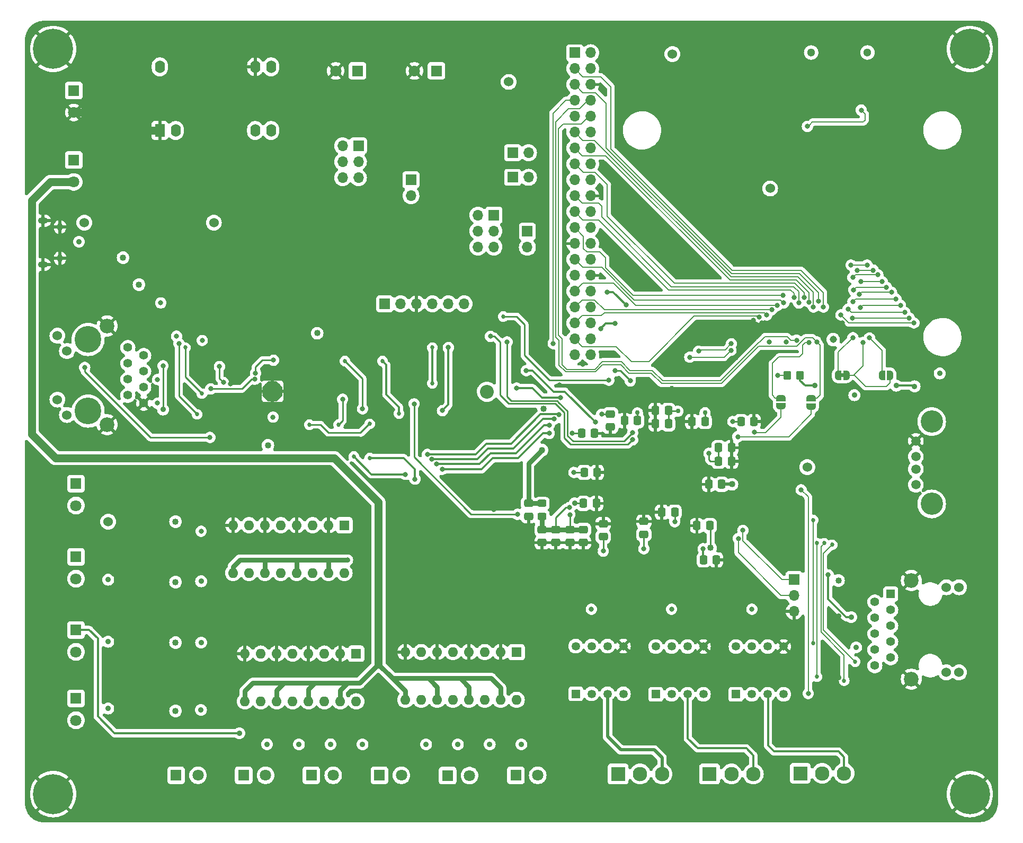
<source format=gbr>
%TF.GenerationSoftware,KiCad,Pcbnew,7.0.2*%
%TF.CreationDate,2023-08-01T13:01:46+02:00*%
%TF.ProjectId,jv_thesis,6a765f74-6865-4736-9973-2e6b69636164,rev?*%
%TF.SameCoordinates,Original*%
%TF.FileFunction,Copper,L4,Bot*%
%TF.FilePolarity,Positive*%
%FSLAX46Y46*%
G04 Gerber Fmt 4.6, Leading zero omitted, Abs format (unit mm)*
G04 Created by KiCad (PCBNEW 7.0.2) date 2023-08-01 13:01:46*
%MOMM*%
%LPD*%
G01*
G04 APERTURE LIST*
G04 Aperture macros list*
%AMRoundRect*
0 Rectangle with rounded corners*
0 $1 Rounding radius*
0 $2 $3 $4 $5 $6 $7 $8 $9 X,Y pos of 4 corners*
0 Add a 4 corners polygon primitive as box body*
4,1,4,$2,$3,$4,$5,$6,$7,$8,$9,$2,$3,0*
0 Add four circle primitives for the rounded corners*
1,1,$1+$1,$2,$3*
1,1,$1+$1,$4,$5*
1,1,$1+$1,$6,$7*
1,1,$1+$1,$8,$9*
0 Add four rect primitives between the rounded corners*
20,1,$1+$1,$2,$3,$4,$5,0*
20,1,$1+$1,$4,$5,$6,$7,0*
20,1,$1+$1,$6,$7,$8,$9,0*
20,1,$1+$1,$8,$9,$2,$3,0*%
%AMFreePoly0*
4,1,19,0.500000,-0.750000,0.000000,-0.750000,0.000000,-0.744911,-0.071157,-0.744911,-0.207708,-0.704816,-0.327430,-0.627875,-0.420627,-0.520320,-0.479746,-0.390866,-0.500000,-0.250000,-0.500000,0.250000,-0.479746,0.390866,-0.420627,0.520320,-0.327430,0.627875,-0.207708,0.704816,-0.071157,0.744911,0.000000,0.744911,0.000000,0.750000,0.500000,0.750000,0.500000,-0.750000,0.500000,-0.750000,
$1*%
%AMFreePoly1*
4,1,19,0.000000,0.744911,0.071157,0.744911,0.207708,0.704816,0.327430,0.627875,0.420627,0.520320,0.479746,0.390866,0.500000,0.250000,0.500000,-0.250000,0.479746,-0.390866,0.420627,-0.520320,0.327430,-0.627875,0.207708,-0.704816,0.071157,-0.744911,0.000000,-0.744911,0.000000,-0.750000,-0.500000,-0.750000,-0.500000,0.750000,0.000000,0.750000,0.000000,0.744911,0.000000,0.744911,
$1*%
G04 Aperture macros list end*
%TA.AperFunction,ComponentPad*%
%ADD10R,1.800000X1.800000*%
%TD*%
%TA.AperFunction,ComponentPad*%
%ADD11C,1.800000*%
%TD*%
%TA.AperFunction,ComponentPad*%
%ADD12R,1.700000X1.700000*%
%TD*%
%TA.AperFunction,ComponentPad*%
%ADD13O,1.700000X1.700000*%
%TD*%
%TA.AperFunction,ComponentPad*%
%ADD14R,2.300000X2.300000*%
%TD*%
%TA.AperFunction,ComponentPad*%
%ADD15C,2.300000*%
%TD*%
%TA.AperFunction,ComponentPad*%
%ADD16R,1.600000X1.600000*%
%TD*%
%TA.AperFunction,ComponentPad*%
%ADD17O,1.600000X1.600000*%
%TD*%
%TA.AperFunction,ComponentPad*%
%ADD18C,1.398000*%
%TD*%
%TA.AperFunction,ComponentPad*%
%ADD19C,1.530000*%
%TD*%
%TA.AperFunction,ComponentPad*%
%ADD20C,4.266000*%
%TD*%
%TA.AperFunction,ComponentPad*%
%ADD21C,2.355000*%
%TD*%
%TA.AperFunction,ComponentPad*%
%ADD22R,1.600000X2.000000*%
%TD*%
%TA.AperFunction,ComponentPad*%
%ADD23O,1.600000X2.000000*%
%TD*%
%TA.AperFunction,ComponentPad*%
%ADD24C,1.300000*%
%TD*%
%TA.AperFunction,ComponentPad*%
%ADD25C,0.800000*%
%TD*%
%TA.AperFunction,ComponentPad*%
%ADD26C,6.400000*%
%TD*%
%TA.AperFunction,ComponentPad*%
%ADD27R,1.348000X1.348000*%
%TD*%
%TA.AperFunction,ComponentPad*%
%ADD28C,1.348000*%
%TD*%
%TA.AperFunction,ComponentPad*%
%ADD29C,1.500000*%
%TD*%
%TA.AperFunction,ComponentPad*%
%ADD30C,3.570000*%
%TD*%
%TA.AperFunction,ComponentPad*%
%ADD31R,1.398000X1.398000*%
%TD*%
%TA.AperFunction,ComponentPad*%
%ADD32C,2.209800*%
%TD*%
%TA.AperFunction,ComponentPad*%
%ADD33C,0.500000*%
%TD*%
%TA.AperFunction,SMDPad,CuDef*%
%ADD34R,2.450000X2.450000*%
%TD*%
%TA.AperFunction,ComponentPad*%
%ADD35O,1.550000X1.000000*%
%TD*%
%TA.AperFunction,ComponentPad*%
%ADD36O,0.950000X1.250000*%
%TD*%
%TA.AperFunction,SMDPad,CuDef*%
%ADD37FreePoly0,90.000000*%
%TD*%
%TA.AperFunction,SMDPad,CuDef*%
%ADD38FreePoly1,90.000000*%
%TD*%
%TA.AperFunction,SMDPad,CuDef*%
%ADD39FreePoly0,0.000000*%
%TD*%
%TA.AperFunction,SMDPad,CuDef*%
%ADD40FreePoly1,0.000000*%
%TD*%
%TA.AperFunction,SMDPad,CuDef*%
%ADD41RoundRect,0.250000X-0.337500X-0.475000X0.337500X-0.475000X0.337500X0.475000X-0.337500X0.475000X0*%
%TD*%
%TA.AperFunction,SMDPad,CuDef*%
%ADD42RoundRect,0.250000X0.337500X0.475000X-0.337500X0.475000X-0.337500X-0.475000X0.337500X-0.475000X0*%
%TD*%
%TA.AperFunction,SMDPad,CuDef*%
%ADD43RoundRect,0.250000X0.475000X-0.337500X0.475000X0.337500X-0.475000X0.337500X-0.475000X-0.337500X0*%
%TD*%
%TA.AperFunction,SMDPad,CuDef*%
%ADD44RoundRect,0.250000X-0.450000X0.325000X-0.450000X-0.325000X0.450000X-0.325000X0.450000X0.325000X0*%
%TD*%
%TA.AperFunction,SMDPad,CuDef*%
%ADD45RoundRect,0.250000X-0.475000X0.337500X-0.475000X-0.337500X0.475000X-0.337500X0.475000X0.337500X0*%
%TD*%
%TA.AperFunction,SMDPad,CuDef*%
%ADD46RoundRect,0.250000X-0.350000X-0.450000X0.350000X-0.450000X0.350000X0.450000X-0.350000X0.450000X0*%
%TD*%
%TA.AperFunction,ViaPad*%
%ADD47C,0.800000*%
%TD*%
%TA.AperFunction,ViaPad*%
%ADD48C,0.889000*%
%TD*%
%TA.AperFunction,ViaPad*%
%ADD49C,0.762000*%
%TD*%
%TA.AperFunction,ViaPad*%
%ADD50C,1.524000*%
%TD*%
%TA.AperFunction,ViaPad*%
%ADD51C,1.016000*%
%TD*%
%TA.AperFunction,ViaPad*%
%ADD52C,0.685800*%
%TD*%
%TA.AperFunction,ViaPad*%
%ADD53C,1.143000*%
%TD*%
%TA.AperFunction,Conductor*%
%ADD54C,0.254000*%
%TD*%
%TA.AperFunction,Conductor*%
%ADD55C,0.304800*%
%TD*%
%TA.AperFunction,Conductor*%
%ADD56C,0.250000*%
%TD*%
%TA.AperFunction,Conductor*%
%ADD57C,0.508000*%
%TD*%
%TA.AperFunction,Conductor*%
%ADD58C,1.270000*%
%TD*%
%TA.AperFunction,Conductor*%
%ADD59C,0.203200*%
%TD*%
%TA.AperFunction,Conductor*%
%ADD60C,0.762000*%
%TD*%
G04 APERTURE END LIST*
%TA.AperFunction,EtchedComponent*%
%TO.C,JP8*%
G36*
X186409700Y-91095000D02*
G01*
X185909700Y-91095000D01*
X185909700Y-90495000D01*
X186409700Y-90495000D01*
X186409700Y-91095000D01*
G37*
%TD.AperFunction*%
%TD*%
D10*
%TO.P,J14,1,1*%
%TO.N,TRIGGER_24V_2*%
X123088700Y-154705000D03*
D11*
%TO.P,J14,2,2*%
%TO.N,+24V*%
X126588700Y-154705000D03*
%TD*%
D10*
%TO.P,J15,1,1*%
%TO.N,TRIGGER_24V_3*%
X112188700Y-154675000D03*
D11*
%TO.P,J15,2,2*%
%TO.N,+24V*%
X115688700Y-154675000D03*
%TD*%
D10*
%TO.P,J27,1,1*%
%TO.N,TRIGGER_xxV_9*%
X63687700Y-119779000D03*
D11*
%TO.P,J27,2,2*%
%TO.N,TRIGGER_xxV_10*%
X63687700Y-123279000D03*
%TD*%
D12*
%TO.P,J4,1,Pin_1*%
%TO.N,+3.3V*%
X130475700Y-65215000D03*
D13*
%TO.P,J4,2,Pin_2*%
%TO.N,/3V3_F*%
X127935700Y-65215000D03*
%TO.P,J4,3,Pin_3*%
%TO.N,+3.3V*%
X130475700Y-67755000D03*
%TO.P,J4,4,Pin_4*%
%TO.N,E3V3*%
X127935700Y-67755000D03*
%TO.P,J4,5,Pin_5*%
%TO.N,unconnected-(J4-Pin_5-Pad5)*%
X130475700Y-70295000D03*
%TO.P,J4,6,Pin_6*%
%TO.N,unconnected-(J4-Pin_6-Pad6)*%
X127935700Y-70295000D03*
%TD*%
D12*
%TO.P,J31,1,Pin_1*%
%TO.N,USART3_RX*%
X178440000Y-123420000D03*
D13*
%TO.P,J31,2,Pin_2*%
%TO.N,USART3_TX*%
X178440000Y-125960000D03*
%TO.P,J31,3,Pin_3*%
%TO.N,GND*%
X178440000Y-128500000D03*
%TD*%
D14*
%TO.P,J19,1,Pin_1*%
%TO.N,ENC_24V_5*%
X179438700Y-154350000D03*
D15*
%TO.P,J19,2,Pin_2*%
%TO.N,ENC_24V_6*%
X182938700Y-154350000D03*
%TO.P,J19,3,Pin_3*%
%TO.N,/REF_Lev3*%
X186438700Y-154350000D03*
%TD*%
D10*
%TO.P,J23,1,1*%
%TO.N,TRIGGER_24V_5*%
X90488700Y-154675000D03*
D11*
%TO.P,J23,2,2*%
%TO.N,+24V*%
X93988700Y-154675000D03*
%TD*%
D16*
%TO.P,U14,1*%
%TO.N,Net-(R45-Pad2)*%
X134109200Y-135000000D03*
D17*
%TO.P,U14,2*%
%TO.N,GND*%
X131569200Y-135000000D03*
%TO.P,U14,3*%
%TO.N,Net-(R46-Pad2)*%
X129029200Y-135000000D03*
%TO.P,U14,4*%
%TO.N,GND*%
X126489200Y-135000000D03*
%TO.P,U14,5*%
%TO.N,Net-(R47-Pad2)*%
X123949200Y-135000000D03*
%TO.P,U14,6*%
%TO.N,GND*%
X121409200Y-135000000D03*
%TO.P,U14,7*%
%TO.N,Net-(R48-Pad2)*%
X118869200Y-135000000D03*
%TO.P,U14,8*%
%TO.N,GND*%
X116329200Y-135000000D03*
%TO.P,U14,9*%
%TO.N,GNDREF*%
X116329200Y-142620000D03*
%TO.P,U14,10*%
%TO.N,TRIGGER_24V_4*%
X118869200Y-142620000D03*
%TO.P,U14,11*%
%TO.N,GNDREF*%
X121409200Y-142620000D03*
%TO.P,U14,12*%
%TO.N,TRIGGER_24V_3*%
X123949200Y-142620000D03*
%TO.P,U14,13*%
%TO.N,GNDREF*%
X126489200Y-142620000D03*
%TO.P,U14,14*%
%TO.N,TRIGGER_24V_2*%
X129029200Y-142620000D03*
%TO.P,U14,15*%
%TO.N,GNDREF*%
X131569200Y-142620000D03*
%TO.P,U14,16*%
%TO.N,TRIGGER_24V_1*%
X134109200Y-142620000D03*
%TD*%
D18*
%TO.P,U3,1,TD+*%
%TO.N,/TD+*%
X71971700Y-86350000D03*
%TO.P,U3,2,TD-*%
%TO.N,/TD-*%
X74511700Y-87620000D03*
%TO.P,U3,3,RD+*%
%TO.N,/RD+*%
X71971700Y-88890000D03*
%TO.P,U3,4,TXCT*%
%TO.N,Net-(#FLG014-pwr)*%
X74511700Y-90160000D03*
%TO.P,U3,5,RXCT*%
X71971700Y-91430000D03*
%TO.P,U3,6,RD-*%
%TO.N,/RD-*%
X74511700Y-92700000D03*
%TO.P,U3,7,NC*%
%TO.N,unconnected-(U3-NC-Pad7)*%
X71971700Y-93970000D03*
%TO.P,U3,8,GND*%
%TO.N,GND*%
X74511700Y-95240000D03*
D19*
%TO.P,U3,GRNA,GRNA*%
%TO.N,Net-(U6-LED2{slash}~{INTSEL})*%
X60721700Y-84470000D03*
%TO.P,U3,GRNC,GRNC*%
%TO.N,Net-(R37-Pad1)*%
X62241700Y-86920000D03*
D20*
%TO.P,U3,P$1*%
%TO.N,N/C*%
X65621700Y-85080000D03*
%TO.P,U3,P$2*%
X65621700Y-96510000D03*
D21*
%TO.P,U3,P$3,GND*%
%TO.N,GND*%
X68671700Y-82920000D03*
%TO.P,U3,P$4,GND*%
X68671700Y-98670000D03*
D19*
%TO.P,U3,YLWA,YELA*%
%TO.N,Net-(U3-YELA)*%
X60721700Y-94670000D03*
%TO.P,U3,YLWC,YELC*%
%TO.N,Net-(U3-YELC)*%
X62241700Y-97120000D03*
%TD*%
D12*
%TO.P,J5,1,Pin_1*%
%TO.N,+3.3V*%
X133477000Y-59182000D03*
D13*
%TO.P,J5,2,Pin_2*%
%TO.N,VDD*%
X136017000Y-59182000D03*
%TD*%
D22*
%TO.P,U11,1,-Vin*%
%TO.N,GND*%
X77089000Y-51689000D03*
D23*
%TO.P,U11,2,On/Off*%
%TO.N,unconnected-(U11-On{slash}Off-Pad2)*%
X79629000Y-51689000D03*
%TO.P,U11,7,NC*%
%TO.N,unconnected-(U11-NC-Pad7)*%
X92329000Y-51689000D03*
%TO.P,U11,8,NC*%
%TO.N,unconnected-(U11-NC-Pad8)*%
X94869000Y-51689000D03*
%TO.P,U11,9,+Vout*%
%TO.N,/VIN_F*%
X94869000Y-41529000D03*
%TO.P,U11,10,-Vout*%
%TO.N,GND*%
X92329000Y-41529000D03*
%TO.P,U11,16,+Vin*%
%TO.N,/VinDC*%
X77089000Y-41529000D03*
%TD*%
D10*
%TO.P,J13,1,1*%
%TO.N,TRIGGER_24V_1*%
X133988700Y-154675000D03*
D11*
%TO.P,J13,2,2*%
%TO.N,+24V*%
X137488700Y-154675000D03*
%TD*%
D24*
%TO.P,J9,*%
%TO.N,*%
X181178700Y-39245000D03*
X190178700Y-39245000D03*
%TD*%
D10*
%TO.P,J22,1,1*%
%TO.N,E3V3*%
X121288700Y-42175000D03*
D11*
%TO.P,J22,2,2*%
%TO.N,GND*%
X117788700Y-42175000D03*
%TD*%
D12*
%TO.P,J2,1,Pin_1*%
%TO.N,+3.3V*%
X135825700Y-67805000D03*
D13*
%TO.P,J2,2,Pin_2*%
%TO.N,3V3_PER*%
X135825700Y-70345000D03*
%TD*%
D16*
%TO.P,U17,1*%
%TO.N,Net-(R53-Pad2)*%
X108470200Y-135244000D03*
D17*
%TO.P,U17,2*%
%TO.N,GND*%
X105930200Y-135244000D03*
%TO.P,U17,3*%
%TO.N,Net-(R54-Pad2)*%
X103390200Y-135244000D03*
%TO.P,U17,4*%
%TO.N,GND*%
X100850200Y-135244000D03*
%TO.P,U17,5*%
%TO.N,Net-(R55-Pad2)*%
X98310200Y-135244000D03*
%TO.P,U17,6*%
%TO.N,GND*%
X95770200Y-135244000D03*
%TO.P,U17,7*%
%TO.N,Net-(R56-Pad2)*%
X93230200Y-135244000D03*
%TO.P,U17,8*%
%TO.N,GND*%
X90690200Y-135244000D03*
%TO.P,U17,9*%
%TO.N,GNDREF*%
X90690200Y-142864000D03*
%TO.P,U17,10*%
%TO.N,TRIGGER_24V_8*%
X93230200Y-142864000D03*
%TO.P,U17,11*%
%TO.N,GNDREF*%
X95770200Y-142864000D03*
%TO.P,U17,12*%
%TO.N,TRIGGER_24V_7*%
X98310200Y-142864000D03*
%TO.P,U17,13*%
%TO.N,GNDREF*%
X100850200Y-142864000D03*
%TO.P,U17,14*%
%TO.N,TRIGGER_24V_6*%
X103390200Y-142864000D03*
%TO.P,U17,15*%
%TO.N,GNDREF*%
X105930200Y-142864000D03*
%TO.P,U17,16*%
%TO.N,TRIGGER_24V_5*%
X108470200Y-142864000D03*
%TD*%
D12*
%TO.P,J3,1,Pin_1*%
%TO.N,/SW_VDD*%
X113030000Y-79375000D03*
D13*
%TO.P,J3,2,Pin_2*%
%TO.N,/SW_CLK*%
X115570000Y-79375000D03*
%TO.P,J3,3,Pin_3*%
%TO.N,GND*%
X118110000Y-79375000D03*
%TO.P,J3,4,Pin_4*%
%TO.N,/SW_DIO*%
X120650000Y-79375000D03*
%TO.P,J3,5,Pin_5*%
%TO.N,/SW_NRST*%
X123190000Y-79375000D03*
%TO.P,J3,6,Pin_6*%
%TO.N,/SW_SWO*%
X125730000Y-79375000D03*
%TD*%
D10*
%TO.P,J20,1,1*%
%TO.N,VIN*%
X63338700Y-45325000D03*
D11*
%TO.P,J20,2,2*%
%TO.N,GND*%
X63338700Y-48825000D03*
%TD*%
D25*
%TO.P,H2,1,1*%
%TO.N,GND*%
X204140000Y-38680000D03*
X204842944Y-36982944D03*
X204842944Y-40377056D03*
X206540000Y-36280000D03*
D26*
X206540000Y-38680000D03*
D25*
X206540000Y-41080000D03*
X208237056Y-36982944D03*
X208237056Y-40377056D03*
X208940000Y-38680000D03*
%TD*%
D10*
%TO.P,J24,1,1*%
%TO.N,TRIGGER_24V_6*%
X79688700Y-154675000D03*
D11*
%TO.P,J24,2,2*%
%TO.N,+24V*%
X83188700Y-154675000D03*
%TD*%
D10*
%TO.P,J29,1,1*%
%TO.N,TRIGGER_24V_7*%
X63687700Y-142385000D03*
D11*
%TO.P,J29,2,2*%
%TO.N,+24V*%
X63687700Y-145885000D03*
%TD*%
D12*
%TO.P,J8,1,Pin_1*%
%TO.N,+5V*%
X117221000Y-59563000D03*
D13*
%TO.P,J8,2,Pin_2*%
%TO.N,CM4_5V*%
X117221000Y-62103000D03*
%TD*%
D25*
%TO.P,H3,1,1*%
%TO.N,GND*%
X204140000Y-157680000D03*
X204842944Y-155982944D03*
X204842944Y-159377056D03*
X206540000Y-155280000D03*
D26*
X206540000Y-157680000D03*
D25*
X206540000Y-160080000D03*
X208237056Y-155982944D03*
X208237056Y-159377056D03*
X208940000Y-157680000D03*
%TD*%
D10*
%TO.P,J21,1,1*%
%TO.N,E5V*%
X108688700Y-42175000D03*
D11*
%TO.P,J21,2,2*%
%TO.N,GND*%
X105188700Y-42175000D03*
%TD*%
D14*
%TO.P,J17,1,Pin_1*%
%TO.N,ENC_24V_1*%
X150338700Y-154450000D03*
D15*
%TO.P,J17,2,Pin_2*%
%TO.N,ENC_24V_2*%
X153838700Y-154450000D03*
%TO.P,J17,3,Pin_3*%
%TO.N,/REF_Lev1*%
X157338700Y-154450000D03*
%TD*%
D27*
%TO.P,U16,1,A1*%
%TO.N,Net-(U16-A1)*%
X156337000Y-141732000D03*
D28*
%TO.P,U16,2,C1*%
%TO.N,/REF_Lev2*%
X158877000Y-141732000D03*
%TO.P,U16,3,C2*%
X161417000Y-141732000D03*
%TO.P,U16,4,A2*%
%TO.N,Net-(U16-A2)*%
X163957000Y-141732000D03*
%TO.P,U16,5,GND*%
%TO.N,GND*%
X163957000Y-134112000D03*
%TO.P,U16,6,VO2*%
%TO.N,ENC_GPIO_4*%
X161417000Y-134112000D03*
%TO.P,U16,7,VO1*%
%TO.N,ENC_GPIO_3*%
X158877000Y-134112000D03*
%TO.P,U16,8,VCC*%
%TO.N,3V3_PER*%
X156337000Y-134112000D03*
%TD*%
D12*
%TO.P,J7,1,Pin_1*%
%TO.N,+3.3V*%
X133477000Y-55245000D03*
D13*
%TO.P,J7,2,Pin_2*%
%TO.N,CM4_3V3*%
X136017000Y-55245000D03*
%TD*%
D10*
%TO.P,J28,1,1*%
%TO.N,TRIGGER_xxV_11*%
X63687700Y-108095000D03*
D11*
%TO.P,J28,2,2*%
%TO.N,TRIGGER_xxV_12*%
X63687700Y-111595000D03*
%TD*%
D10*
%TO.P,J16,1,1*%
%TO.N,TRIGGER_24V_4*%
X101288700Y-154675000D03*
D11*
%TO.P,J16,2,2*%
%TO.N,+24V*%
X104788700Y-154675000D03*
%TD*%
D12*
%TO.P,J11,1,Pin_1*%
%TO.N,CM4_3V3*%
X143396500Y-39283800D03*
D13*
%TO.P,J11,2,Pin_2*%
%TO.N,CM4_5V*%
X145936500Y-39283800D03*
%TO.P,J11,3,Pin_3*%
%TO.N,/GPIO2*%
X143396500Y-41823800D03*
%TO.P,J11,4,Pin_4*%
%TO.N,CM4_5V*%
X145936500Y-41823800D03*
%TO.P,J11,5,Pin_5*%
%TO.N,/GPIO3*%
X143396500Y-44363800D03*
%TO.P,J11,6,Pin_6*%
%TO.N,GND*%
X145936500Y-44363800D03*
%TO.P,J11,7,Pin_7*%
%TO.N,CM4_TXD3*%
X143396500Y-46903800D03*
%TO.P,J11,8,Pin_8*%
%TO.N,CM4_TXD0*%
X145936500Y-46903800D03*
%TO.P,J11,9,Pin_9*%
%TO.N,GND*%
X143396500Y-49443800D03*
%TO.P,J11,10,Pin_10*%
%TO.N,CM4_RXD0*%
X145936500Y-49443800D03*
%TO.P,J11,11,Pin_11*%
%TO.N,/GPIO17*%
X143396500Y-51983800D03*
%TO.P,J11,12,Pin_12*%
%TO.N,/GPIO18*%
X145936500Y-51983800D03*
%TO.P,J11,13,Pin_13*%
%TO.N,/GPIO27*%
X143396500Y-54523800D03*
%TO.P,J11,14,Pin_14*%
%TO.N,GND*%
X145936500Y-54523800D03*
%TO.P,J11,15,Pin_15*%
%TO.N,/GPIO22*%
X143396500Y-57063800D03*
%TO.P,J11,16,Pin_16*%
%TO.N,/GPIO23*%
X145936500Y-57063800D03*
%TO.P,J11,17,Pin_17*%
%TO.N,CM4_3V3*%
X143396500Y-59603800D03*
%TO.P,J11,18,Pin_18*%
%TO.N,/GPIO24*%
X145936500Y-59603800D03*
%TO.P,J11,19,Pin_19*%
%TO.N,/GPIO10*%
X143396500Y-62143800D03*
%TO.P,J11,20,Pin_20*%
%TO.N,GND*%
X145936500Y-62143800D03*
%TO.P,J11,21,Pin_21*%
%TO.N,CM4_RXD4*%
X143396500Y-64683800D03*
%TO.P,J11,22,Pin_22*%
%TO.N,/GPIO25*%
X145936500Y-64683800D03*
%TO.P,J11,23,Pin_23*%
%TO.N,/GPIO11*%
X143396500Y-67223800D03*
%TO.P,J11,24,Pin_24*%
%TO.N,CM4_TXD4*%
X145936500Y-67223800D03*
%TO.P,J11,25,Pin_25*%
%TO.N,GND*%
X143396500Y-69763800D03*
%TO.P,J11,26,Pin_26*%
%TO.N,/GPIO7*%
X145936500Y-69763800D03*
%TO.P,J11,27,Pin_27*%
%TO.N,/ID_SD*%
X143396500Y-72303800D03*
%TO.P,J11,28,Pin_28*%
%TO.N,/ID_SC*%
X145936500Y-72303800D03*
%TO.P,J11,29,Pin_29*%
%TO.N,CM4_RXD3*%
X143396500Y-74843800D03*
%TO.P,J11,30,Pin_30*%
%TO.N,GND*%
X145936500Y-74843800D03*
%TO.P,J11,31,Pin_31*%
%TO.N,/GPIO6*%
X143396500Y-77383800D03*
%TO.P,J11,32,Pin_32*%
%TO.N,/GPIO12*%
X145936500Y-77383800D03*
%TO.P,J11,33,Pin_33*%
%TO.N,/GPIO13*%
X143396500Y-79923800D03*
%TO.P,J11,34,Pin_34*%
%TO.N,GND*%
X145936500Y-79923800D03*
%TO.P,J11,35,Pin_35*%
%TO.N,/GPIO19*%
X143396500Y-82463800D03*
%TO.P,J11,36,Pin_36*%
%TO.N,/GPIO16*%
X145936500Y-82463800D03*
%TO.P,J11,37,Pin_37*%
%TO.N,/GPIO26*%
X143396500Y-85003800D03*
%TO.P,J11,38,Pin_38*%
%TO.N,/GPIO20*%
X145936500Y-85003800D03*
%TO.P,J11,39,Pin_39*%
%TO.N,GND*%
X143396500Y-87543800D03*
%TO.P,J11,40,Pin_40*%
%TO.N,/GPIO21*%
X145936500Y-87543800D03*
%TD*%
D10*
%TO.P,J30,1,1*%
%TO.N,TRIGGER_24V_8*%
X63687700Y-131463000D03*
D11*
%TO.P,J30,2,2*%
%TO.N,+24V*%
X63687700Y-134963000D03*
%TD*%
D27*
%TO.P,U15,1,A1*%
%TO.N,Net-(U15-A1)*%
X143551700Y-141659000D03*
D28*
%TO.P,U15,2,C1*%
%TO.N,/REF_Lev1*%
X146091700Y-141659000D03*
%TO.P,U15,3,C2*%
X148631700Y-141659000D03*
%TO.P,U15,4,A2*%
%TO.N,Net-(U15-A2)*%
X151171700Y-141659000D03*
%TO.P,U15,5,GND*%
%TO.N,GND*%
X151171700Y-134039000D03*
%TO.P,U15,6,VO2*%
%TO.N,ENC_GPIO_2*%
X148631700Y-134039000D03*
%TO.P,U15,7,VO1*%
%TO.N,ENC_GPIO_1*%
X146091700Y-134039000D03*
%TO.P,U15,8,VCC*%
%TO.N,3V3_PER*%
X143551700Y-134039000D03*
%TD*%
D27*
%TO.P,U18,1,A1*%
%TO.N,Net-(U18-A1)*%
X169164000Y-141732000D03*
D28*
%TO.P,U18,2,C1*%
%TO.N,/REF_Lev3*%
X171704000Y-141732000D03*
%TO.P,U18,3,C2*%
X174244000Y-141732000D03*
%TO.P,U18,4,A2*%
%TO.N,Net-(U18-A2)*%
X176784000Y-141732000D03*
%TO.P,U18,5,GND*%
%TO.N,GND*%
X176784000Y-134112000D03*
%TO.P,U18,6,VO2*%
%TO.N,ENC_GPIO_6*%
X174244000Y-134112000D03*
%TO.P,U18,7,VO1*%
%TO.N,ENC_GPIO_5*%
X171704000Y-134112000D03*
%TO.P,U18,8,VCC*%
%TO.N,3V3_PER*%
X169164000Y-134112000D03*
%TD*%
D16*
%TO.P,U19,1*%
%TO.N,Net-(R64-Pad2)*%
X106590700Y-114735000D03*
D17*
%TO.P,U19,2*%
%TO.N,GND*%
X104050700Y-114735000D03*
%TO.P,U19,3*%
%TO.N,Net-(R65-Pad2)*%
X101510700Y-114735000D03*
%TO.P,U19,4*%
%TO.N,GND*%
X98970700Y-114735000D03*
%TO.P,U19,5*%
%TO.N,Net-(R66-Pad2)*%
X96430700Y-114735000D03*
%TO.P,U19,6*%
%TO.N,GND*%
X93890700Y-114735000D03*
%TO.P,U19,7*%
%TO.N,Net-(R67-Pad2)*%
X91350700Y-114735000D03*
%TO.P,U19,8*%
%TO.N,GND*%
X88810700Y-114735000D03*
%TO.P,U19,9*%
%TO.N,Net-(JP5-B)*%
X88810700Y-122355000D03*
%TO.P,U19,10*%
%TO.N,TRIGGER_xxV_12*%
X91350700Y-122355000D03*
%TO.P,U19,11*%
%TO.N,Net-(JP5-B)*%
X93890700Y-122355000D03*
%TO.P,U19,12*%
%TO.N,TRIGGER_xxV_11*%
X96430700Y-122355000D03*
%TO.P,U19,13*%
%TO.N,Net-(JP5-B)*%
X98970700Y-122355000D03*
%TO.P,U19,14*%
%TO.N,TRIGGER_xxV_10*%
X101510700Y-122355000D03*
%TO.P,U19,15*%
%TO.N,Net-(JP5-B)*%
X104050700Y-122355000D03*
%TO.P,U19,16*%
%TO.N,TRIGGER_xxV_9*%
X106590700Y-122355000D03*
%TD*%
D29*
%TO.P,J10,1,1*%
%TO.N,Net-(JP7-B)*%
X197900700Y-108265000D03*
%TO.P,J10,2,2*%
%TO.N,CM4_USB_DM_-*%
X197900700Y-105765000D03*
%TO.P,J10,3,3*%
%TO.N,CM4_USB_DP_+*%
X197900700Y-103765000D03*
%TO.P,J10,4,4*%
%TO.N,GND*%
X197900700Y-101265000D03*
D30*
%TO.P,J10,MH1,MH1*%
%TO.N,unconnected-(J10-PadMH1)*%
X200440700Y-111335000D03*
%TO.P,J10,MH2,MH2*%
%TO.N,unconnected-(J10-PadMH2)*%
X200440700Y-98195000D03*
%TD*%
D10*
%TO.P,J25,1,1*%
%TO.N,+24V*%
X63338700Y-56425000D03*
D11*
%TO.P,J25,2,2*%
%TO.N,GNDREF*%
X63338700Y-59925000D03*
%TD*%
D12*
%TO.P,J6,1,Pin_1*%
%TO.N,+5V*%
X108825700Y-54150000D03*
D13*
%TO.P,J6,2,Pin_2*%
%TO.N,/VIN_F*%
X106285700Y-54150000D03*
%TO.P,J6,3,Pin_3*%
%TO.N,+5V*%
X108825700Y-56690000D03*
%TO.P,J6,4,Pin_4*%
%TO.N,E5V*%
X106285700Y-56690000D03*
%TO.P,J6,5,Pin_5*%
%TO.N,+5V*%
X108825700Y-59230000D03*
%TO.P,J6,6,Pin_6*%
%TO.N,/U5V_F*%
X106285700Y-59230000D03*
%TD*%
D14*
%TO.P,J18,1,Pin_1*%
%TO.N,ENC_24V_3*%
X164938700Y-154450000D03*
D15*
%TO.P,J18,2,Pin_2*%
%TO.N,ENC_24V_4*%
X168438700Y-154450000D03*
%TO.P,J18,3,Pin_3*%
%TO.N,/REF_Lev2*%
X171938700Y-154450000D03*
%TD*%
D31*
%TO.P,J12,1,TRD1+*%
%TO.N,/TRD0_P*%
X193891700Y-125720000D03*
D18*
%TO.P,J12,2,TRD1-*%
%TO.N,/TRD0_N*%
X191351700Y-126990000D03*
%TO.P,J12,3,TRD2+*%
%TO.N,/TRD1_P*%
X193891700Y-128260000D03*
%TO.P,J12,4,TRD2-*%
%TO.N,/TRD1_N*%
X191351700Y-129530000D03*
%TO.P,J12,5,TRCT1*%
%TO.N,Net-(J12-TRCT1)*%
X193891700Y-130800000D03*
%TO.P,J12,6,TRCT2*%
X191351700Y-132070000D03*
%TO.P,J12,7,TRD3+*%
%TO.N,/TRD2_P*%
X193891700Y-133340000D03*
%TO.P,J12,8,TRD3-*%
%TO.N,/TRD2_N*%
X191351700Y-134610000D03*
%TO.P,J12,9,TRD4+*%
%TO.N,/TRD3_P*%
X193891700Y-135880000D03*
%TO.P,J12,10,TRD4-*%
%TO.N,/TRD3_N*%
X191351700Y-137150000D03*
D19*
%TO.P,J12,L1,LED-L_A_GRN*%
%TO.N,CM4_3V3*%
X202791700Y-138235000D03*
%TO.P,J12,L2,LED-L_K_GRN*%
%TO.N,Net-(J12-LED-L_K_GRN)*%
X204821700Y-138235000D03*
%TO.P,J12,L3,LED-R_A_YLW*%
%TO.N,CM4_3V3*%
X202791700Y-124635000D03*
%TO.P,J12,L4,LED-R_K_YLW*%
%TO.N,Net-(J12-LED-R_K_YLW)*%
X204821700Y-124635000D03*
D21*
%TO.P,J12,S1,SHIELD*%
%TO.N,GND*%
X197191700Y-139310000D03*
%TO.P,J12,S2,SHIELD*%
X197191700Y-123560000D03*
%TD*%
D32*
%TO.P,SW3,7*%
%TO.N,N/C*%
X129375700Y-93411200D03*
%TD*%
D33*
%TO.P,U6,25,VSS*%
%TO.N,GND*%
X94118700Y-92368000D03*
X94118700Y-93343000D03*
X94118700Y-94318000D03*
X95093700Y-92368000D03*
X95093700Y-93343000D03*
D34*
X95093700Y-93343000D03*
D33*
X95093700Y-94318000D03*
X96068700Y-92368000D03*
X96068700Y-93343000D03*
X96068700Y-94318000D03*
%TD*%
D25*
%TO.P,H4,1,1*%
%TO.N,GND*%
X57640000Y-157680000D03*
X58342944Y-155982944D03*
X58342944Y-159377056D03*
X60040000Y-155280000D03*
D26*
X60040000Y-157680000D03*
D25*
X60040000Y-160080000D03*
X61737056Y-155982944D03*
X61737056Y-159377056D03*
X62440000Y-157680000D03*
%TD*%
%TO.P,H1,1,1*%
%TO.N,GND*%
X57640000Y-38680000D03*
X58342944Y-36982944D03*
X58342944Y-40377056D03*
X60040000Y-36280000D03*
D26*
X60040000Y-38680000D03*
D25*
X60040000Y-41080000D03*
X61737056Y-36982944D03*
X61737056Y-40377056D03*
X62440000Y-38680000D03*
%TD*%
D35*
%TO.P,J1,SH*%
%TO.N,GND*%
X58438700Y-66115000D03*
D36*
X61138700Y-67115000D03*
X61138700Y-72115000D03*
D35*
X58438700Y-73115000D03*
%TD*%
D37*
%TO.P,JP13,1,A*%
%TO.N,USART6_TX*%
X176340300Y-95727200D03*
D38*
%TO.P,JP13,2,B*%
%TO.N,CM4_RXD0*%
X176340300Y-94427200D03*
%TD*%
D39*
%TO.P,JP8,1,A*%
%TO.N,Net-(JP8-A)*%
X185509700Y-90795000D03*
D40*
%TO.P,JP8,2,B*%
%TO.N,Net-(#FLG010-pwr)*%
X186809700Y-90795000D03*
%TD*%
D41*
%TO.P,C8,1*%
%TO.N,VDD*%
X144907000Y-106299000D03*
%TO.P,C8,2*%
%TO.N,GND*%
X146982000Y-106299000D03*
%TD*%
D42*
%TO.P,C5,1*%
%TO.N,VDD*%
X164994500Y-114808000D03*
%TO.P,C5,2*%
%TO.N,GND*%
X162919500Y-114808000D03*
%TD*%
%TO.P,C11,1*%
%TO.N,VDD*%
X153416000Y-98044000D03*
%TO.P,C11,2*%
%TO.N,GND*%
X151341000Y-98044000D03*
%TD*%
D43*
%TO.P,C2,1*%
%TO.N,VDD*%
X147955000Y-116586000D03*
%TO.P,C2,2*%
%TO.N,GND*%
X147955000Y-114511000D03*
%TD*%
D42*
%TO.P,C13,1*%
%TO.N,VDD*%
X158369000Y-96393000D03*
%TO.P,C13,2*%
%TO.N,GND*%
X156294000Y-96393000D03*
%TD*%
%TO.P,C9,1*%
%TO.N,VDD*%
X166878000Y-108204000D03*
%TO.P,C9,2*%
%TO.N,GND*%
X164803000Y-108204000D03*
%TD*%
D41*
%TO.P,C27,1*%
%TO.N,VDD*%
X166370000Y-102362000D03*
%TO.P,C27,2*%
%TO.N,GND*%
X168445000Y-102362000D03*
%TD*%
%TO.P,C17,1*%
%TO.N,VCAP_2*%
X169964900Y-98186400D03*
%TO.P,C17,2*%
%TO.N,GND*%
X172039900Y-98186400D03*
%TD*%
D39*
%TO.P,JP16,1,A*%
%TO.N,Net-(JP16-A)*%
X192479700Y-90795000D03*
D40*
%TO.P,JP16,2,B*%
%TO.N,Net-(#FLG010-pwr)*%
X193779700Y-90795000D03*
%TD*%
D44*
%TO.P,FB1,1*%
%TO.N,VDD*%
X138176000Y-111252000D03*
%TO.P,FB1,2*%
%TO.N,VDDA*%
X138176000Y-113302000D03*
%TD*%
D41*
%TO.P,C7,1*%
%TO.N,VDD*%
X144780000Y-111252000D03*
%TO.P,C7,2*%
%TO.N,GND*%
X146855000Y-111252000D03*
%TD*%
D42*
%TO.P,C6,1*%
%TO.N,VDD*%
X158369000Y-98552000D03*
%TO.P,C6,2*%
%TO.N,GND*%
X156294000Y-98552000D03*
%TD*%
D45*
%TO.P,C15,1*%
%TO.N,VDDA*%
X138176000Y-115443000D03*
%TO.P,C15,2*%
%TO.N,GND*%
X138176000Y-117518000D03*
%TD*%
D41*
%TO.P,C28,1*%
%TO.N,VDD*%
X166370000Y-104521000D03*
%TO.P,C28,2*%
%TO.N,GND*%
X168445000Y-104521000D03*
%TD*%
%TO.P,C16,1*%
%TO.N,VCAP_1*%
X163957000Y-120269000D03*
%TO.P,C16,2*%
%TO.N,GND*%
X166032000Y-120269000D03*
%TD*%
D43*
%TO.P,C12,1*%
%TO.N,VDD*%
X154432000Y-116205000D03*
%TO.P,C12,2*%
%TO.N,GND*%
X154432000Y-114130000D03*
%TD*%
D45*
%TO.P,C18,1*%
%TO.N,VDD*%
X136017000Y-111252000D03*
%TO.P,C18,2*%
%TO.N,GND*%
X136017000Y-113327000D03*
%TD*%
D42*
%TO.P,C10,1*%
%TO.N,VDD*%
X159385000Y-112649000D03*
%TO.P,C10,2*%
%TO.N,GND*%
X157310000Y-112649000D03*
%TD*%
D45*
%TO.P,C4,1*%
%TO.N,VDD*%
X149098000Y-96985000D03*
%TO.P,C4,2*%
%TO.N,GND*%
X149098000Y-99060000D03*
%TD*%
%TO.P,C55,1*%
%TO.N,VDDA*%
X144780000Y-115443000D03*
%TO.P,C55,2*%
%TO.N,GND*%
X144780000Y-117518000D03*
%TD*%
%TO.P,C14,1*%
%TO.N,VDDA*%
X140335000Y-115443000D03*
%TO.P,C14,2*%
%TO.N,GND*%
X140335000Y-117518000D03*
%TD*%
D41*
%TO.P,C3,1*%
%TO.N,VDD*%
X144483000Y-100076000D03*
%TO.P,C3,2*%
%TO.N,GND*%
X146558000Y-100076000D03*
%TD*%
D46*
%TO.P,R62,1*%
%TO.N,Net-(Module1A-PI_nLED_Activity)*%
X177381700Y-90795000D03*
%TO.P,R62,2*%
%TO.N,Net-(D1-K)*%
X179381700Y-90795000D03*
%TD*%
D45*
%TO.P,C56,1*%
%TO.N,VDDA*%
X142621000Y-115443000D03*
%TO.P,C56,2*%
%TO.N,GND*%
X142621000Y-117518000D03*
%TD*%
D42*
%TO.P,C1,1*%
%TO.N,VDD*%
X164211000Y-98171000D03*
%TO.P,C1,2*%
%TO.N,GND*%
X162136000Y-98171000D03*
%TD*%
D37*
%TO.P,JP14,1,A*%
%TO.N,USART6_RX*%
X181191700Y-95778000D03*
D38*
%TO.P,JP14,2,B*%
%TO.N,CM4_TXD0*%
X181191700Y-94478000D03*
%TD*%
D47*
%TO.N,GND*%
X98679000Y-95504000D03*
X99822000Y-83947000D03*
X127635000Y-74422000D03*
X125476000Y-58420000D03*
X138811000Y-43434000D03*
X128397000Y-39878000D03*
X130683000Y-39878000D03*
X111887000Y-44958000D03*
X100076000Y-37592000D03*
X96520000Y-57150000D03*
X69469000Y-61341000D03*
X61976000Y-63500000D03*
X112141000Y-92075000D03*
%TO.N,USB_DP_+*%
X132588000Y-85471000D03*
%TO.N,USB_DM_-*%
X129921000Y-84582000D03*
X152654000Y-101092000D03*
%TO.N,USB_DP_+*%
X152654000Y-99949000D03*
D48*
%TO.N,GND*%
X185547000Y-129286000D03*
D47*
X142494000Y-108204000D03*
X163957000Y-137922000D03*
X92958700Y-117845000D03*
X153543000Y-130556000D03*
X171678700Y-89281000D03*
X175641000Y-54610000D03*
X160458700Y-103985000D03*
X65778700Y-81845000D03*
X180086000Y-66421000D03*
X168308700Y-106155000D03*
X154020000Y-107700000D03*
X67438700Y-129815000D03*
X131953000Y-96393000D03*
X160020000Y-86233000D03*
X149352000Y-70993000D03*
X193040000Y-154305000D03*
X132969000Y-78232000D03*
X100838000Y-138049000D03*
X138770200Y-49443800D03*
X90980000Y-74690000D03*
X117475000Y-54229000D03*
X110617000Y-74803000D03*
X69469000Y-57912000D03*
X173259909Y-82464168D03*
X93238700Y-71150000D03*
X150495000Y-113792000D03*
X132842000Y-116713000D03*
X158877000Y-119761000D03*
X151130000Y-137795000D03*
X162941000Y-112141000D03*
X143178700Y-104255000D03*
X188878700Y-54229000D03*
D49*
X154813000Y-97028000D03*
D47*
X64078700Y-82045000D03*
X183642000Y-81534000D03*
X121412000Y-137541000D03*
X167005000Y-146431000D03*
X186178700Y-42167300D03*
X180950000Y-102750000D03*
X167088700Y-94575000D03*
X176784000Y-136525000D03*
X169545000Y-109220000D03*
X88392000Y-92202000D03*
X197358000Y-58420000D03*
X172085000Y-47879000D03*
X194183000Y-115824000D03*
X112776000Y-145415000D03*
X118110000Y-82042000D03*
X91038700Y-94425000D03*
X152908000Y-114046000D03*
X135001000Y-64516000D03*
X92329000Y-57150000D03*
X170738700Y-94715000D03*
X140081000Y-130937000D03*
X59944000Y-45339000D03*
X91186000Y-96393000D03*
X170815000Y-137922000D03*
X142494000Y-103251000D03*
X90678000Y-137922000D03*
X107696000Y-78994000D03*
X187325000Y-66421000D03*
X87963700Y-71750000D03*
X160378700Y-100675000D03*
X85217000Y-98298000D03*
X155928700Y-104145000D03*
X183078700Y-84945000D03*
X113157000Y-101981000D03*
X73910000Y-106850000D03*
X115824000Y-124460000D03*
X81407000Y-46609000D03*
X118110000Y-89281000D03*
D49*
X158877000Y-92837000D03*
D47*
X171704000Y-109220000D03*
X121368700Y-93385000D03*
X157353000Y-114173000D03*
X170878700Y-51245000D03*
X197104000Y-38481000D03*
X107696000Y-82804000D03*
X138938000Y-143510000D03*
X168783000Y-96647000D03*
X184663700Y-42164000D03*
D50*
X88011000Y-59309000D03*
D47*
X149225000Y-87249000D03*
X188782912Y-42103088D03*
X150368000Y-48387000D03*
X144653000Y-89027000D03*
X126778700Y-93535000D03*
X117094000Y-74803000D03*
X118872000Y-112776000D03*
X61358700Y-143825000D03*
X102870000Y-67691000D03*
X128143000Y-108458000D03*
X153670000Y-147066000D03*
X110744000Y-93726000D03*
X71882000Y-152654000D03*
X188849000Y-146939000D03*
X176784000Y-54610000D03*
X126888700Y-95965000D03*
X113157000Y-49149000D03*
X74510000Y-82550000D03*
X83566000Y-80264000D03*
X168978700Y-92985000D03*
X180970000Y-100270000D03*
X130429000Y-112268000D03*
X183188700Y-42164000D03*
X203454000Y-148209000D03*
X166624000Y-130429000D03*
X146685000Y-118872000D03*
X200406000Y-76708000D03*
X160458700Y-107315000D03*
D51*
X94361000Y-82804000D03*
D47*
X188341000Y-102108000D03*
X129667000Y-118745000D03*
X194310000Y-146939000D03*
D50*
X92780000Y-65335000D03*
D48*
X185547000Y-139065000D03*
D47*
X183134000Y-54229000D03*
X175260000Y-118745000D03*
X171978700Y-82042000D03*
X202311000Y-64135000D03*
X86487000Y-138557000D03*
X190043700Y-54229000D03*
X110490000Y-64008000D03*
X173228000Y-47879000D03*
X137922000Y-76327000D03*
X169799000Y-82677000D03*
X86448700Y-107535000D03*
X86995000Y-144272000D03*
X187643700Y-54229000D03*
X76073000Y-152654000D03*
X156048700Y-100675000D03*
X105410000Y-88519000D03*
X204470000Y-117221000D03*
X63678700Y-76105000D03*
X100838000Y-52070000D03*
X178054000Y-54610000D03*
X74268700Y-116545000D03*
X197231000Y-134747000D03*
X129667000Y-51943000D03*
X197231000Y-129032000D03*
X174498000Y-54610000D03*
X167230000Y-117460000D03*
X169164000Y-88011000D03*
X91059000Y-85495000D03*
X102138700Y-118175000D03*
X197612000Y-44450000D03*
X174478700Y-85445000D03*
X149733000Y-62357000D03*
X83820000Y-92075000D03*
X186182000Y-82423000D03*
X134747000Y-116713000D03*
X134366000Y-84709000D03*
X97790000Y-79756000D03*
X92202000Y-46990000D03*
X155190000Y-110190000D03*
X179238700Y-47625000D03*
X165989000Y-123063000D03*
X195707000Y-96647000D03*
X181688700Y-42164000D03*
X150998700Y-104105000D03*
X171958000Y-37592000D03*
X138938000Y-149225000D03*
X86488700Y-112825000D03*
X140970000Y-92329000D03*
X149352000Y-112268000D03*
X150958700Y-107615000D03*
X81407000Y-41910000D03*
X177178700Y-85445000D03*
X173736000Y-44831000D03*
X127508000Y-116078000D03*
X65913000Y-50927000D03*
X63373000Y-92075000D03*
X203454000Y-101219000D03*
X83058000Y-95335000D03*
X68834000Y-149860000D03*
X196088000Y-71755000D03*
X69342000Y-69107000D03*
X99314000Y-90297000D03*
X59944000Y-48768000D03*
X139928700Y-101205000D03*
X204978000Y-134747000D03*
X70739000Y-79756000D03*
X189611000Y-99949000D03*
X151003000Y-109855000D03*
X148717000Y-103632000D03*
X131445000Y-137668000D03*
X86118700Y-128605000D03*
D50*
%TO.N,U5V*%
X65024000Y-66421000D03*
X85725000Y-66421000D03*
D47*
%TO.N,NRST*%
X122255700Y-96435000D03*
X123190000Y-86360000D03*
%TO.N,TRIGGER_GPIO_12*%
X119850700Y-103418800D03*
X140843000Y-97042520D03*
%TO.N,TRIGGER_GPIO_11*%
X120587300Y-104206200D03*
X140081000Y-97790000D03*
%TO.N,TRIGGER_GPIO_10*%
X139319000Y-98745000D03*
X121349300Y-104968200D03*
%TO.N,TRIGGER_GPIO_9*%
X139319000Y-100076000D03*
X122238300Y-105806400D03*
D51*
%TO.N,3V3_PER*%
X79591700Y-123815000D03*
X73749700Y-76317000D03*
D47*
X95187674Y-97471326D03*
D51*
X94361000Y-101981000D03*
X79591700Y-114163000D03*
X79591700Y-144389000D03*
D48*
X64155700Y-69465000D03*
D51*
X79591700Y-133477000D03*
D47*
X158877000Y-128143000D03*
D51*
X71209700Y-72009000D03*
X102235000Y-84074000D03*
D47*
X171704000Y-128143000D03*
X146050000Y-128143000D03*
%TO.N,Net-(Module1A-PI_nLED_Activity)*%
X175806900Y-90769600D03*
D48*
%TO.N,Net-(D1-K)*%
X197705700Y-92555000D03*
X194765700Y-92445000D03*
X181737000Y-92455000D03*
%TO.N,TRIGGER_24V_8*%
X89789000Y-147955000D03*
%TO.N,+24V*%
X99314000Y-149733000D03*
X129806200Y-149720800D03*
X94214200Y-149713200D03*
X124714000Y-149733000D03*
X119634000Y-149733000D03*
X109474000Y-149733000D03*
X104374200Y-149713200D03*
X134870200Y-149729200D03*
X83693000Y-123698000D03*
X83693000Y-133477000D03*
X83658000Y-144237000D03*
D47*
X83693000Y-115687000D03*
%TO.N,/ETH_LEDG*%
X180721000Y-141605000D03*
X179578000Y-109093000D03*
%TO.N,Net-(U6-LED2{slash}~{INTSEL})*%
X87249000Y-91948000D03*
X65080000Y-89545000D03*
X86614000Y-89392080D03*
X85090000Y-100720000D03*
D48*
%TO.N,/RD+*%
X77597000Y-96266000D03*
D47*
X77597000Y-89281000D03*
%TO.N,/TD-*%
X80137000Y-85725000D03*
D52*
X83058000Y-97028000D03*
%TO.N,/TD+*%
X83820000Y-93726000D03*
X81153000Y-86360000D03*
D47*
%TO.N,Net-(U6-RBIAS)*%
X92393300Y-90439400D03*
X95250000Y-88392000D03*
%TO.N,Net-(U6-~{INT}{slash}REFCLKO)*%
X106299000Y-94615000D03*
D52*
X105664000Y-98679000D03*
%TO.N,ETH_MDIO*%
X106680000Y-88519000D03*
D47*
X109474000Y-96139000D03*
D52*
%TO.N,Net-(U6-CRS_DV{slash}MODE2)*%
X112649000Y-88519000D03*
X115316000Y-96901000D03*
%TO.N,Net-(U6-RXD1{slash}MODE1)*%
X110617000Y-98552000D03*
X100965000Y-98679000D03*
D47*
%TO.N,ETH_RXD1*%
X117856000Y-107366680D03*
D52*
X110617000Y-104013000D03*
D47*
%TO.N,ETH_RXD0*%
X116332000Y-106619200D03*
D52*
X108077000Y-103759000D03*
D47*
%TO.N,SWO*%
X148844000Y-91567000D03*
D52*
X131953000Y-81407000D03*
%TO.N,SWDIO*%
X120650000Y-86360000D03*
X120650000Y-92075000D03*
D47*
%TO.N,SWCLK*%
X147525700Y-83335000D03*
X149845700Y-82515000D03*
D48*
%TO.N,+5V*%
X68834000Y-133350000D03*
X68834000Y-123444000D03*
D50*
X68834000Y-114173000D03*
D48*
X68834000Y-144018000D03*
D47*
%TO.N,/BOOT0*%
X141097000Y-94361000D03*
X134112000Y-92837000D03*
D51*
%TO.N,CM4_3V3*%
X185547000Y-123571000D03*
D48*
X201721900Y-90508800D03*
X188087000Y-93980000D03*
X188379900Y-134229000D03*
D50*
X174625000Y-60960000D03*
D47*
%TO.N,/TRD1_N*%
X183896000Y-122682000D03*
D48*
X187579000Y-129413000D03*
D52*
%TO.N,/TRD3_P*%
X182122580Y-117602000D03*
X182118000Y-138938000D03*
%TO.N,/TRD3_N*%
X186459700Y-139543020D03*
X183261000Y-117602000D03*
%TO.N,/TRD2_N*%
X184531000Y-117856000D03*
X188214000Y-136525000D03*
%TO.N,/TRD2_P*%
X181483000Y-113919000D03*
X181483000Y-133604000D03*
D53*
%TO.N,CM4_5V*%
X184696900Y-85090000D03*
D50*
X180565700Y-105455000D03*
X159004000Y-39497000D03*
D49*
%TO.N,VDD*%
X153418200Y-96771800D03*
D47*
X147955000Y-118872000D03*
X159385000Y-114173000D03*
D51*
X138430000Y-96172520D03*
X165100000Y-118364000D03*
D47*
X154432000Y-118491000D03*
D49*
X159893000Y-96520000D03*
D47*
X143002000Y-100076000D03*
D49*
X164213500Y-96771500D03*
D47*
X164846000Y-103262586D03*
X143256000Y-106299000D03*
D51*
X138176000Y-102743000D03*
D47*
X147708399Y-97020601D03*
D51*
X168529000Y-108204000D03*
D48*
X143383000Y-111252000D03*
D47*
%TO.N,ETH_MDC*%
X134239000Y-112995000D03*
X117729000Y-95351821D03*
%TO.N,VDDA*%
X142621000Y-113049420D03*
X142525368Y-111923680D03*
%TO.N,VCAP_1*%
X163918200Y-118482500D03*
%TO.N,USART6_TX*%
X172138420Y-99902720D03*
%TO.N,USART6_RX*%
X169456900Y-100599400D03*
%TO.N,VCAP_2*%
X168656000Y-98171000D03*
%TO.N,ETH_TXD0*%
X149860000Y-90084920D03*
X152273000Y-91694000D03*
%TO.N,ETH_TXD1*%
X146740000Y-98290000D03*
X135636000Y-90043000D03*
%TO.N,GNDREF*%
X112014000Y-114427000D03*
D50*
%TO.N,/3V3_F*%
X132842000Y-43942000D03*
D47*
%TO.N,CM4_RXD4*%
X178435000Y-78359000D03*
%TO.N,CM4_TXD4*%
X193231300Y-76748800D03*
X187973500Y-77155200D03*
%TO.N,CM4_RXD3*%
X151591900Y-79578800D03*
X148551900Y-77478800D03*
X163208500Y-86934200D03*
X168415500Y-85765800D03*
%TO.N,CM4_TXD3*%
X161786100Y-87899400D03*
X168364700Y-86807200D03*
X139954000Y-85725000D03*
%TO.N,Net-(JP16-A)*%
X190485700Y-84836000D03*
%TO.N,CM4_RXD0*%
X178854900Y-85181600D03*
X180848000Y-85532680D03*
%TO.N,Net-(JP8-A)*%
X187845700Y-84795000D03*
%TO.N,CM4_TXD0*%
X182080700Y-85461000D03*
%TO.N,/HDMI0_CEC*%
X180578700Y-51045000D03*
X189178700Y-48445000D03*
%TO.N,/GPIO2*%
X183134000Y-79883000D03*
%TO.N,/GPIO3*%
X182372000Y-78994000D03*
%TO.N,/GPIO17*%
X181544680Y-79883000D03*
%TO.N,/GPIO18*%
X187541700Y-73192800D03*
X190119000Y-73192800D03*
%TO.N,/GPIO27*%
X180848000Y-79121000D03*
%TO.N,/GPIO22*%
X180086000Y-78359000D03*
%TO.N,/GPIO23*%
X191097700Y-74005600D03*
X188532300Y-74005600D03*
%TO.N,/GPIO24*%
X191834300Y-74742200D03*
X187846500Y-75174000D03*
%TO.N,/GPIO10*%
X179197000Y-79248000D03*
%TO.N,/GPIO25*%
X189116500Y-75809000D03*
X192520100Y-75809000D03*
%TO.N,/GPIO11*%
X176678700Y-78045000D03*
%TO.N,/GPIO7*%
X194018700Y-77536200D03*
X188887900Y-77866400D03*
%TO.N,/ID_SD*%
X176778700Y-79245000D03*
%TO.N,/ID_SC*%
X194729900Y-78603000D03*
X187871900Y-79009400D03*
%TO.N,/GPIO6*%
X175778700Y-79645000D03*
%TO.N,/GPIO12*%
X189014900Y-80000000D03*
X195441100Y-79593600D03*
%TO.N,/GPIO13*%
X174879000Y-80325680D03*
%TO.N,/GPIO19*%
X174078700Y-81145000D03*
%TO.N,/GPIO16*%
X187084500Y-80228600D03*
X196152300Y-80762000D03*
%TO.N,/GPIO26*%
X172878700Y-81509480D03*
%TO.N,/GPIO20*%
X196863500Y-81651000D03*
X187761900Y-81658800D03*
%TO.N,/GPIO21*%
X197600100Y-82438400D03*
X185928000Y-81153000D03*
%TO.N,Net-(JP5-B)*%
X107085700Y-120295000D03*
%TO.N,USART3_TX*%
X169530000Y-116860000D03*
%TO.N,USART3_RX*%
X170260000Y-115560000D03*
%TO.N,Net-(#FLG014-pwr)*%
X92250080Y-91424122D03*
X76731346Y-91463346D03*
X77230000Y-79230000D03*
X85217000Y-92964000D03*
X79760000Y-84530000D03*
X76708000Y-95250000D03*
X83870000Y-85230000D03*
%TO.N,Net-(#FLG010-pwr)*%
X189484000Y-85532680D03*
%TD*%
D54*
%TO.N,USB_DP_+*%
X132588000Y-94234000D02*
X132588000Y-85471000D01*
X133223000Y-94869000D02*
X132588000Y-94234000D01*
%TO.N,USB_DM_-*%
X151892000Y-101854000D02*
X152654000Y-101092000D01*
X141732000Y-100838000D02*
X142748000Y-101854000D01*
X131445000Y-93980000D02*
X132783580Y-95318580D01*
X141732000Y-96774000D02*
X141732000Y-100838000D01*
X130556000Y-84582000D02*
X131445000Y-85471000D01*
X131445000Y-85471000D02*
X131445000Y-93980000D01*
X140276580Y-95318580D02*
X141732000Y-96774000D01*
X142748000Y-101854000D02*
X151892000Y-101854000D01*
X129921000Y-84582000D02*
X130556000Y-84582000D01*
X132783580Y-95318580D02*
X140276580Y-95318580D01*
D55*
%TO.N,Net-(U6-CRS_DV{slash}MODE2)*%
X113284000Y-93853000D02*
X113284000Y-89154000D01*
X115316000Y-95885000D02*
X113284000Y-93853000D01*
X115316000Y-96901000D02*
X115316000Y-95885000D01*
X113284000Y-89154000D02*
X112649000Y-88519000D01*
D56*
%TO.N,ETH_MDIO*%
X109474000Y-91313000D02*
X109474000Y-96139000D01*
X106680000Y-88519000D02*
X109474000Y-91313000D01*
D54*
%TO.N,USB_DP_+*%
X140797697Y-95083580D02*
X140583117Y-94869000D01*
X140803580Y-95083580D02*
X140797697Y-95083580D01*
X140583117Y-94869000D02*
X133223000Y-94869000D01*
X151257000Y-101346000D02*
X143129000Y-101346000D01*
X143129000Y-101346000D02*
X142240000Y-100457000D01*
X152654000Y-99949000D02*
X151257000Y-101346000D01*
X142240000Y-100457000D02*
X142240000Y-96520000D01*
X142240000Y-96520000D02*
X140803580Y-95083580D01*
D55*
%TO.N,/BOOT0*%
X138176000Y-94361000D02*
X141097000Y-94361000D01*
X134112000Y-92837000D02*
X136652000Y-92837000D01*
X136652000Y-92837000D02*
X138176000Y-94361000D01*
D57*
%TO.N,GND*%
X189611000Y-101727000D02*
X189230000Y-102108000D01*
D58*
X74676000Y-51689000D02*
X77089000Y-51689000D01*
D55*
X136017000Y-115443000D02*
X134747000Y-116713000D01*
D58*
X71812000Y-48825000D02*
X74676000Y-51689000D01*
D57*
X189230000Y-102108000D02*
X188341000Y-102108000D01*
X189611000Y-99949000D02*
X189611000Y-101727000D01*
D58*
X63338700Y-48825000D02*
X71812000Y-48825000D01*
D55*
X136017000Y-113327000D02*
X136017000Y-115443000D01*
%TO.N,NRST*%
X123190000Y-86360000D02*
X123190000Y-95500700D01*
X123190000Y-95500700D02*
X122255700Y-96435000D01*
%TO.N,TRIGGER_GPIO_12*%
X129286000Y-101727000D02*
X127594200Y-103418800D01*
X140828480Y-97028000D02*
X137922000Y-97028000D01*
X133223000Y-101727000D02*
X129286000Y-101727000D01*
X140843000Y-97042520D02*
X140828480Y-97028000D01*
X137922000Y-97028000D02*
X133223000Y-101727000D01*
X127594200Y-103418800D02*
X119850700Y-103418800D01*
%TO.N,TRIGGER_GPIO_11*%
X127822800Y-104206200D02*
X120587300Y-104206200D01*
X129540000Y-102489000D02*
X127822800Y-104206200D01*
X133604000Y-102489000D02*
X129540000Y-102489000D01*
X140081000Y-97790000D02*
X138303000Y-97790000D01*
X138303000Y-97790000D02*
X133604000Y-102489000D01*
%TO.N,TRIGGER_GPIO_10*%
X138491000Y-98745000D02*
X133985000Y-103251000D01*
X139319000Y-98745000D02*
X138491000Y-98745000D01*
X133985000Y-103251000D02*
X129921000Y-103251000D01*
X128203800Y-104968200D02*
X121349300Y-104968200D01*
X129921000Y-103251000D02*
X128203800Y-104968200D01*
%TO.N,TRIGGER_GPIO_9*%
X128508600Y-105806400D02*
X122238300Y-105806400D01*
X134366000Y-104013000D02*
X130302000Y-104013000D01*
X139319000Y-100076000D02*
X138303000Y-100076000D01*
X138303000Y-100076000D02*
X134366000Y-104013000D01*
X130302000Y-104013000D02*
X128508600Y-105806400D01*
D59*
%TO.N,Net-(Module1A-PI_nLED_Activity)*%
X175806900Y-90769600D02*
X177356300Y-90769600D01*
X177356300Y-90769600D02*
X177381700Y-90795000D01*
D55*
%TO.N,Net-(D1-K)*%
X181737000Y-92455000D02*
X180225700Y-92455000D01*
X197595700Y-92445000D02*
X197705700Y-92555000D01*
X179381700Y-91611000D02*
X179381700Y-90795000D01*
X194765700Y-92445000D02*
X197595700Y-92445000D01*
X180225700Y-92455000D02*
X179381700Y-91611000D01*
%TO.N,TRIGGER_24V_8*%
X65804000Y-131463000D02*
X63687700Y-131463000D01*
X67183000Y-132842000D02*
X65804000Y-131463000D01*
X89789000Y-147955000D02*
X69850000Y-147955000D01*
X69850000Y-147955000D02*
X67183000Y-145288000D01*
X67183000Y-145288000D02*
X67183000Y-132842000D01*
D59*
%TO.N,/ETH_LEDG*%
X179578000Y-109093000D02*
X180721000Y-110236000D01*
X180721000Y-110236000D02*
X180721000Y-141605000D01*
D56*
%TO.N,Net-(U6-LED2{slash}~{INTSEL})*%
X86614000Y-89392080D02*
X86614000Y-91313000D01*
X86614000Y-91313000D02*
X87249000Y-91948000D01*
D54*
X65080000Y-90200000D02*
X65080000Y-89545000D01*
X75600000Y-100720000D02*
X65080000Y-90200000D01*
X85090000Y-100720000D02*
X75600000Y-100720000D01*
%TO.N,/RD+*%
X77597000Y-89281000D02*
X77597000Y-96266000D01*
%TO.N,/TD-*%
X80137000Y-85725000D02*
X80137000Y-94107000D01*
X80137000Y-94107000D02*
X83058000Y-97028000D01*
%TO.N,/TD+*%
X81153000Y-86360000D02*
X81153000Y-91059000D01*
X81153000Y-91059000D02*
X83820000Y-93726000D01*
D56*
%TO.N,Net-(U6-RBIAS)*%
X93468000Y-88392000D02*
X92393300Y-89466700D01*
X92393300Y-89466700D02*
X92393300Y-90439400D01*
X95250000Y-88392000D02*
X93468000Y-88392000D01*
D54*
%TO.N,Net-(U6-~{INT}{slash}REFCLKO)*%
X106299000Y-98044000D02*
X105664000Y-98679000D01*
X106299000Y-94615000D02*
X106299000Y-98044000D01*
%TO.N,Net-(U6-RXD1{slash}MODE1)*%
X104013000Y-99949000D02*
X109220000Y-99949000D01*
X102743000Y-98679000D02*
X104013000Y-99949000D01*
X100965000Y-98679000D02*
X102743000Y-98679000D01*
D55*
X109220000Y-99949000D02*
X110617000Y-98552000D01*
%TO.N,ETH_RXD1*%
X116078000Y-104013000D02*
X110617000Y-104013000D01*
X117856000Y-105791000D02*
X116078000Y-104013000D01*
X117856000Y-107366680D02*
X117856000Y-105791000D01*
%TO.N,ETH_RXD0*%
X116332000Y-106619200D02*
X110937200Y-106619200D01*
X110937200Y-106619200D02*
X108077000Y-103759000D01*
D54*
%TO.N,SWO*%
X139319000Y-91567000D02*
X135382000Y-87630000D01*
X134112000Y-81407000D02*
X131953000Y-81407000D01*
X135382000Y-87630000D02*
X135382000Y-82677000D01*
X148844000Y-91567000D02*
X139319000Y-91567000D01*
X135382000Y-82677000D02*
X134112000Y-81407000D01*
D55*
%TO.N,SWDIO*%
X120650000Y-92075000D02*
X120650000Y-86360000D01*
%TO.N,SWCLK*%
X149845700Y-82515000D02*
X148345700Y-82515000D01*
X148345700Y-82515000D02*
X147525700Y-83335000D01*
%TO.N,/TRD1_N*%
X183896000Y-122682000D02*
X183896000Y-126514264D01*
X183896000Y-126514264D02*
X186794736Y-129413000D01*
X186794736Y-129413000D02*
X187579000Y-129413000D01*
D59*
%TO.N,/TRD3_P*%
X182122580Y-117724420D02*
X182118000Y-117729000D01*
X182122580Y-117602000D02*
X182122580Y-117724420D01*
X182118000Y-133874210D02*
X182118000Y-138938000D01*
X182118000Y-133333790D02*
X182123080Y-133338870D01*
X182118000Y-117729000D02*
X182118000Y-133333790D01*
X182123080Y-133869130D02*
X182118000Y-133874210D01*
X182123080Y-133338870D02*
X182123080Y-133869130D01*
%TO.N,/TRD3_N*%
X183261000Y-117602000D02*
X182735220Y-118127780D01*
X182735220Y-118127780D02*
X182735220Y-131808220D01*
X182735220Y-131808220D02*
X186459700Y-135532700D01*
X186459700Y-135532700D02*
X186459700Y-139543020D01*
%TO.N,/TRD2_N*%
X188214000Y-136525000D02*
X183134000Y-131445000D01*
X183134000Y-131445000D02*
X183134000Y-119253000D01*
X183134000Y-119253000D02*
X184531000Y-117856000D01*
%TO.N,/TRD2_P*%
X181483000Y-113919000D02*
X181483000Y-133604000D01*
D56*
%TO.N,VDD*%
X147708399Y-97020601D02*
X149062399Y-97020601D01*
D54*
X166370000Y-104521000D02*
X166370000Y-102362000D01*
D60*
X136017000Y-104902000D02*
X138176000Y-102743000D01*
D56*
X158496000Y-96520000D02*
X158369000Y-96393000D01*
X158369000Y-98552000D02*
X158369000Y-96393000D01*
D54*
X147955000Y-118872000D02*
X147955000Y-116586000D01*
D56*
X149062399Y-97020601D02*
X149098000Y-96985000D01*
D54*
X165100000Y-114913500D02*
X164994500Y-114808000D01*
D56*
X143002000Y-100076000D02*
X144483000Y-100076000D01*
D54*
X164846000Y-103262586D02*
X164846000Y-104267000D01*
D56*
X164213500Y-98168500D02*
X164211000Y-98171000D01*
D57*
X166878000Y-108204000D02*
X168529000Y-108204000D01*
D54*
X143383000Y-111252000D02*
X144780000Y-111252000D01*
D60*
X136017000Y-111252000D02*
X136017000Y-104902000D01*
X136017000Y-111252000D02*
X138176000Y-111252000D01*
D54*
X164846000Y-104267000D02*
X165100000Y-104521000D01*
D56*
X153418200Y-96771800D02*
X153418200Y-98041800D01*
X159893000Y-96520000D02*
X158496000Y-96520000D01*
D54*
X154432000Y-118491000D02*
X154432000Y-116205000D01*
X159385000Y-114173000D02*
X159385000Y-112649000D01*
D56*
X153418200Y-98041800D02*
X153416000Y-98044000D01*
D54*
X165100000Y-118364000D02*
X165100000Y-114913500D01*
X165100000Y-104521000D02*
X166370000Y-104521000D01*
X143256000Y-106299000D02*
X144907000Y-106299000D01*
D56*
X164213500Y-96771500D02*
X164213500Y-98168500D01*
%TO.N,ETH_MDC*%
X126838000Y-112995000D02*
X117729000Y-103886000D01*
X134239000Y-112995000D02*
X126838000Y-112995000D01*
X117729000Y-103886000D02*
X117729000Y-95351821D01*
D54*
%TO.N,VDDA*%
X142525368Y-111923680D02*
X141949320Y-111923680D01*
D60*
X138176000Y-115443000D02*
X140335000Y-115443000D01*
D54*
X141949320Y-111923680D02*
X140335000Y-113538000D01*
X142621000Y-113049420D02*
X142621000Y-115443000D01*
D60*
X138176000Y-113302000D02*
X138176000Y-115443000D01*
D54*
X140335000Y-113538000D02*
X140335000Y-115443000D01*
D60*
X144780000Y-115443000D02*
X142621000Y-115443000D01*
X140335000Y-115443000D02*
X142621000Y-115443000D01*
D55*
%TO.N,VCAP_1*%
X163918200Y-118482500D02*
X163918200Y-120230200D01*
X163918200Y-120230200D02*
X163957000Y-120269000D01*
D59*
%TO.N,USART6_TX*%
X172138420Y-99902720D02*
X172184700Y-99949000D01*
X173863000Y-99949000D02*
X176340300Y-97471700D01*
X172184700Y-99949000D02*
X173863000Y-99949000D01*
X176340300Y-97471700D02*
X176340300Y-95727200D01*
%TO.N,USART6_RX*%
X181191700Y-97018000D02*
X181191700Y-95778000D01*
X177610300Y-100599400D02*
X181191700Y-97018000D01*
X169456900Y-100599400D02*
X177610300Y-100599400D01*
D54*
%TO.N,VCAP_2*%
X169949500Y-98171000D02*
X169964900Y-98186400D01*
X168656000Y-98171000D02*
X169949500Y-98171000D01*
D56*
%TO.N,ETH_TXD0*%
X150663920Y-90084920D02*
X152273000Y-91694000D01*
X149860000Y-90084920D02*
X150663920Y-90084920D01*
D55*
%TO.N,ETH_TXD1*%
X139999000Y-93390000D02*
X136652000Y-90043000D01*
X146710000Y-98290000D02*
X141810000Y-93390000D01*
D59*
X146720000Y-98270000D02*
X146740000Y-98290000D01*
D55*
X136652000Y-90043000D02*
X135636000Y-90043000D01*
X141810000Y-93390000D02*
X139999000Y-93390000D01*
X146740000Y-98290000D02*
X146710000Y-98290000D01*
D58*
%TO.N,GNDREF*%
X59605000Y-59925000D02*
X63338700Y-59925000D01*
D60*
X112029000Y-136921000D02*
X114300000Y-139192000D01*
X114300000Y-139192000D02*
X120015000Y-139192000D01*
X131572000Y-140716000D02*
X131569200Y-140718800D01*
X90690200Y-141211800D02*
X91948000Y-139954000D01*
D58*
X104950000Y-104010000D02*
X60420000Y-104010000D01*
D60*
X100850200Y-140957800D02*
X101854000Y-139954000D01*
D58*
X56630000Y-100220000D02*
X56630000Y-62900000D01*
X112014000Y-111074000D02*
X104950000Y-104010000D01*
D60*
X105930200Y-142864000D02*
X105930200Y-141084800D01*
X130048000Y-139192000D02*
X131572000Y-140716000D01*
X100850200Y-142864000D02*
X100850200Y-140957800D01*
X95770200Y-142864000D02*
X95770200Y-141084800D01*
D58*
X56630000Y-62900000D02*
X59605000Y-59925000D01*
D60*
X126489200Y-140586200D02*
X125095000Y-139192000D01*
X116329200Y-141221200D02*
X114300000Y-139192000D01*
X108996000Y-139954000D02*
X112029000Y-136921000D01*
X126489200Y-142620000D02*
X126489200Y-140586200D01*
X125095000Y-139192000D02*
X130048000Y-139192000D01*
X105930200Y-141084800D02*
X107061000Y-139954000D01*
X90690200Y-142864000D02*
X90690200Y-141211800D01*
X95770200Y-141084800D02*
X96901000Y-139954000D01*
X121409200Y-140586200D02*
X120015000Y-139192000D01*
X121409200Y-142620000D02*
X121409200Y-140586200D01*
X107061000Y-139954000D02*
X108996000Y-139954000D01*
X101854000Y-139954000D02*
X107061000Y-139954000D01*
X96901000Y-139954000D02*
X101854000Y-139954000D01*
D58*
X112014000Y-114427000D02*
X112014000Y-111074000D01*
D60*
X120015000Y-139192000D02*
X125095000Y-139192000D01*
X131569200Y-140718800D02*
X131569200Y-142620000D01*
D58*
X60420000Y-104010000D02*
X56630000Y-100220000D01*
D60*
X91948000Y-139954000D02*
X96901000Y-139954000D01*
X116329200Y-142620000D02*
X116329200Y-141221200D01*
D58*
X112029000Y-136921000D02*
X112029000Y-114442000D01*
D59*
%TO.N,CM4_RXD4*%
X147181100Y-65979200D02*
X144691900Y-65979200D01*
X144691900Y-65979200D02*
X143396500Y-64683800D01*
X178435000Y-78359000D02*
X178435000Y-77724000D01*
X158382500Y-77180600D02*
X147181100Y-65979200D01*
X178435000Y-77724000D02*
X177891600Y-77180600D01*
X177891600Y-77180600D02*
X158382500Y-77180600D01*
%TO.N,CM4_TXD4*%
X193231300Y-76748800D02*
X188379900Y-76748800D01*
X188379900Y-76748800D02*
X187973500Y-77155200D01*
%TO.N,CM4_RXD3*%
X167437600Y-86743700D02*
X168415500Y-85765800D01*
X163399000Y-86743700D02*
X163208500Y-86934200D01*
X165773900Y-86743700D02*
X163399000Y-86743700D01*
D55*
X148551900Y-77478800D02*
X149491900Y-77478800D01*
D59*
X165773900Y-86743700D02*
X167437600Y-86743700D01*
D55*
X149491900Y-77478800D02*
X151591900Y-79578800D01*
D59*
%TO.N,CM4_TXD3*%
X139905700Y-48943300D02*
X141945200Y-46903800D01*
X139954000Y-85725000D02*
X139905700Y-85676700D01*
X167272500Y-87899400D02*
X168364700Y-86807200D01*
X139905700Y-85676700D02*
X139905700Y-48943300D01*
X161786100Y-87899400D02*
X167272500Y-87899400D01*
X141945200Y-46903800D02*
X143396500Y-46903800D01*
%TO.N,Net-(JP16-A)*%
X190485700Y-84836000D02*
X192479700Y-86830000D01*
X192479700Y-86830000D02*
X192479700Y-90795000D01*
%TO.N,CM4_RXD0*%
X145657100Y-49443800D02*
X145936500Y-49443800D01*
X155779080Y-90040620D02*
X152248480Y-90040620D01*
X178854900Y-85181600D02*
X177915300Y-85181600D01*
X173778700Y-84645000D02*
X172944280Y-85479420D01*
X141557700Y-50663000D02*
X144437900Y-50663000D01*
X150853860Y-88646000D02*
X147775540Y-88646000D01*
X141368580Y-84957880D02*
X140785700Y-84375000D01*
X176022000Y-87884000D02*
X179324000Y-87884000D01*
X175453200Y-94427200D02*
X175006000Y-93980000D01*
X172913120Y-85479420D02*
X166698540Y-91694000D01*
X141368580Y-89092120D02*
X141368580Y-84957880D01*
X177378700Y-84645000D02*
X173778700Y-84645000D01*
X180278320Y-85532680D02*
X180848000Y-85532680D01*
X172944280Y-85479420D02*
X172913120Y-85479420D01*
X147775540Y-88646000D02*
X146584120Y-89837420D01*
X140785700Y-84375000D02*
X140785700Y-51435000D01*
X140785700Y-51435000D02*
X141557700Y-50663000D01*
X175006000Y-93980000D02*
X175006000Y-88900000D01*
X142113880Y-89837420D02*
X141368580Y-89092120D01*
X179832000Y-85979000D02*
X180278320Y-85532680D01*
X144437900Y-50663000D02*
X145657100Y-49443800D01*
X146584120Y-89837420D02*
X142113880Y-89837420D01*
X177915300Y-85181600D02*
X177378700Y-84645000D01*
X152248480Y-90040620D02*
X150853860Y-88646000D01*
X176340300Y-94427200D02*
X175453200Y-94427200D01*
X166698540Y-91694000D02*
X157432460Y-91694000D01*
X175006000Y-88900000D02*
X176022000Y-87884000D01*
X157432460Y-91694000D02*
X155779080Y-90040620D01*
X179324000Y-87884000D02*
X179832000Y-87376000D01*
X179832000Y-87376000D02*
X179832000Y-85979000D01*
%TO.N,Net-(JP8-A)*%
X185509700Y-87111000D02*
X185509700Y-90795000D01*
X187825700Y-84795000D02*
X185509700Y-87111000D01*
X187845700Y-84795000D02*
X187825700Y-84795000D01*
%TO.N,CM4_TXD0*%
X166863720Y-92092780D02*
X157267280Y-92092780D01*
X142431300Y-48224600D02*
X144183900Y-48224600D01*
X145504700Y-46903800D02*
X145936500Y-46903800D01*
X141948700Y-90236200D02*
X140881900Y-89169400D01*
X182626000Y-86006300D02*
X182080700Y-85461000D01*
X140881900Y-85231200D02*
X140345700Y-84695000D01*
X144183900Y-48224600D02*
X145504700Y-46903800D01*
X157267280Y-92092780D02*
X155613900Y-90439400D01*
X182128000Y-94478000D02*
X182626000Y-93980000D01*
X172797000Y-86159500D02*
X166863720Y-92092780D01*
X140345700Y-50310200D02*
X142431300Y-48224600D01*
X180213000Y-84836000D02*
X178889500Y-86159500D01*
X146749300Y-90236200D02*
X141948700Y-90236200D01*
X181191700Y-94478000D02*
X182128000Y-94478000D01*
X150797900Y-89154000D02*
X147831500Y-89154000D01*
X147831500Y-89154000D02*
X146749300Y-90236200D01*
X140881900Y-89169400D02*
X140881900Y-85231200D01*
X182080700Y-85461000D02*
X181455700Y-84836000D01*
X182626000Y-93980000D02*
X182626000Y-86006300D01*
X178889500Y-86159500D02*
X172797000Y-86159500D01*
X181455700Y-84836000D02*
X180213000Y-84836000D01*
X140345700Y-84695000D02*
X140345700Y-50310200D01*
X155613900Y-90439400D02*
X152083300Y-90439400D01*
X152083300Y-90439400D02*
X150797900Y-89154000D01*
%TO.N,/HDMI0_CEC*%
X180678700Y-51045000D02*
X180578700Y-51045000D01*
X189778700Y-49145000D02*
X189778700Y-50045000D01*
X189478700Y-50345000D02*
X186978700Y-50345000D01*
X181378700Y-50345000D02*
X180978700Y-50745000D01*
X186978700Y-50345000D02*
X181378700Y-50345000D01*
X189778700Y-49045000D02*
X189778700Y-49145000D01*
X189178700Y-48445000D02*
X189778700Y-49045000D01*
X189778700Y-50045000D02*
X189578700Y-50245000D01*
X189578700Y-50245000D02*
X189478700Y-50345000D01*
X180978700Y-50745000D02*
X180678700Y-51045000D01*
D55*
%TO.N,/REF_Lev3*%
X185547000Y-150876000D02*
X175260000Y-150876000D01*
X186438700Y-151767700D02*
X185547000Y-150876000D01*
X174285700Y-149901700D02*
X174285700Y-141405000D01*
X186438700Y-154350000D02*
X186438700Y-151767700D01*
X175260000Y-150876000D02*
X174285700Y-149901700D01*
%TO.N,/REF_Lev2*%
X170815000Y-150368000D02*
X171958000Y-151511000D01*
X161464200Y-141440000D02*
X161464200Y-148764200D01*
X171938700Y-151530300D02*
X171938700Y-154450000D01*
X161464200Y-148764200D02*
X163068000Y-150368000D01*
X163068000Y-150368000D02*
X170815000Y-150368000D01*
X171958000Y-151511000D02*
X171938700Y-151530300D01*
D59*
%TO.N,/GPIO2*%
X179578000Y-74041000D02*
X168577900Y-74041000D01*
X183134000Y-77597000D02*
X179578000Y-74041000D01*
X144717300Y-43144600D02*
X143396500Y-41823800D01*
X183134000Y-79883000D02*
X183134000Y-77597000D01*
X149162300Y-44744800D02*
X147562100Y-43144600D01*
X168577900Y-74041000D02*
X149162300Y-54625400D01*
X149162300Y-54625400D02*
X149162300Y-44744800D01*
X147562100Y-43144600D02*
X144717300Y-43144600D01*
%TO.N,/GPIO3*%
X182372000Y-77597000D02*
X179324000Y-74549000D01*
X146723900Y-45659200D02*
X144691900Y-45659200D01*
X148425700Y-47361000D02*
X146723900Y-45659200D01*
X182372000Y-78994000D02*
X182372000Y-77597000D01*
X179324000Y-74549000D02*
X168501700Y-74549000D01*
X168501700Y-74549000D02*
X148425700Y-54473000D01*
X148425700Y-54473000D02*
X148425700Y-47361000D01*
X144691900Y-45659200D02*
X143396500Y-44363800D01*
%TO.N,/GPIO17*%
X179070000Y-75057000D02*
X168349300Y-75057000D01*
X144691900Y-53279200D02*
X143396500Y-51983800D01*
X168349300Y-75057000D02*
X146571500Y-53279200D01*
X181544680Y-77531680D02*
X179070000Y-75057000D01*
X181544680Y-79883000D02*
X181544680Y-77531680D01*
X146571500Y-53279200D02*
X144691900Y-53279200D01*
%TO.N,/GPIO18*%
X187541700Y-73192800D02*
X190119000Y-73192800D01*
%TO.N,/GPIO27*%
X148349500Y-55717600D02*
X144590300Y-55717600D01*
X144590300Y-55717600D02*
X143396500Y-54523800D01*
X180848000Y-79121000D02*
X180848000Y-77597000D01*
X168196900Y-75565000D02*
X148349500Y-55717600D01*
X180848000Y-77597000D02*
X178816000Y-75565000D01*
X178816000Y-75565000D02*
X168196900Y-75565000D01*
%TO.N,/GPIO22*%
X146647700Y-58410000D02*
X144742700Y-58410000D01*
X144742700Y-58410000D02*
X143396500Y-57063800D01*
X148603500Y-60365800D02*
X146647700Y-58410000D01*
X180086000Y-78359000D02*
X180086000Y-77597000D01*
X148603500Y-65369600D02*
X148603500Y-60365800D01*
X178562000Y-76073000D02*
X159306900Y-76073000D01*
X180086000Y-77597000D02*
X178562000Y-76073000D01*
X159306900Y-76073000D02*
X148603500Y-65369600D01*
%TO.N,/GPIO23*%
X188532300Y-74005600D02*
X191097700Y-74005600D01*
%TO.N,/GPIO24*%
X187846500Y-75174000D02*
X188278300Y-74742200D01*
X188278300Y-74742200D02*
X191834300Y-74742200D01*
%TO.N,/GPIO10*%
X178374200Y-76647200D02*
X158814300Y-76647200D01*
X179197000Y-79248000D02*
X179197000Y-77470000D01*
X147689100Y-65522000D02*
X147689100Y-63769400D01*
X147231900Y-63312200D02*
X144564900Y-63312200D01*
X144564900Y-63312200D02*
X143396500Y-62143800D01*
X158814300Y-76647200D02*
X147689100Y-65522000D01*
X147689100Y-63769400D02*
X147231900Y-63312200D01*
X179197000Y-77470000D02*
X178374200Y-76647200D01*
%TO.N,/GPIO25*%
X189116500Y-75809000D02*
X192520100Y-75809000D01*
%TO.N,/GPIO11*%
X148298700Y-72024400D02*
X147384300Y-71110000D01*
X176661700Y-78045000D02*
X152744500Y-78045000D01*
X147384300Y-71110000D02*
X145326900Y-71110000D01*
X144768100Y-70551200D02*
X144768100Y-68595400D01*
X145326900Y-71110000D02*
X144768100Y-70551200D01*
X152744500Y-78045000D02*
X148298700Y-73599200D01*
X176678700Y-78062000D02*
X176661700Y-78045000D01*
X144768100Y-68595400D02*
X143396500Y-67223800D01*
X148298700Y-73599200D02*
X148298700Y-72024400D01*
X176678700Y-78045000D02*
X176678700Y-78062000D01*
%TO.N,/GPIO7*%
X189218100Y-77536200D02*
X188887900Y-77866400D01*
X194018700Y-77536200D02*
X189218100Y-77536200D01*
%TO.N,/ID_SD*%
X147689100Y-73573800D02*
X144666500Y-73573800D01*
X176278700Y-78745000D02*
X176778700Y-79245000D01*
X152860300Y-78745000D02*
X147689100Y-73573800D01*
X176278700Y-78745000D02*
X152860300Y-78745000D01*
X144666500Y-73573800D02*
X143396500Y-72303800D01*
%TO.N,/ID_SC*%
X188278300Y-78603000D02*
X187871900Y-79009400D01*
X194729900Y-78603000D02*
X188278300Y-78603000D01*
%TO.N,/GPIO6*%
X144666500Y-76113800D02*
X143396500Y-77383800D01*
X175778700Y-79645000D02*
X175762700Y-79629000D01*
X175762700Y-79629000D02*
X153134700Y-79629000D01*
X153134700Y-79629000D02*
X149619500Y-76113800D01*
X149619500Y-76113800D02*
X144666500Y-76113800D01*
%TO.N,/GPIO12*%
X189421300Y-79593600D02*
X189014900Y-80000000D01*
X195441100Y-79593600D02*
X189421300Y-79593600D01*
%TO.N,/GPIO13*%
X174874480Y-80330200D02*
X148146300Y-80330200D01*
X144564900Y-78755400D02*
X143396500Y-79923800D01*
X148146300Y-80330200D02*
X146571500Y-78755400D01*
X146571500Y-78755400D02*
X144564900Y-78755400D01*
X174879000Y-80325680D02*
X174874480Y-80330200D01*
%TO.N,/GPIO19*%
X173746500Y-80812800D02*
X148120900Y-80812800D01*
X144590300Y-81270000D02*
X143396500Y-82463800D01*
X147663700Y-81270000D02*
X144590300Y-81270000D01*
X174078700Y-81145000D02*
X173746500Y-80812800D01*
X148120900Y-80812800D02*
X147663700Y-81270000D01*
%TO.N,/GPIO16*%
X196152300Y-80762000D02*
X187617900Y-80762000D01*
X187617900Y-80762000D02*
X187084500Y-80228600D01*
%TO.N,/GPIO26*%
X162473100Y-81345000D02*
X155232900Y-88585200D01*
X155232900Y-88585200D02*
X152438900Y-88585200D01*
X172878700Y-81509480D02*
X172714220Y-81345000D01*
X152438900Y-88585200D02*
X150051300Y-86197600D01*
X172714220Y-81345000D02*
X162473100Y-81345000D01*
X150051300Y-86197600D02*
X144590300Y-86197600D01*
X144590300Y-86197600D02*
X143396500Y-85003800D01*
%TO.N,/GPIO20*%
X188741900Y-81651000D02*
X196863500Y-81651000D01*
X188734100Y-81658800D02*
X188741900Y-81651000D01*
X188174100Y-81651000D02*
X188741900Y-81651000D01*
X187761900Y-81658800D02*
X188734100Y-81658800D01*
%TO.N,/GPIO21*%
X187186100Y-82438400D02*
X187186100Y-82411100D01*
X197600100Y-82438400D02*
X187186100Y-82438400D01*
X187186100Y-82411100D02*
X185928000Y-81153000D01*
D57*
%TO.N,/REF_Lev1*%
X150749000Y-150622000D02*
X156083000Y-150622000D01*
X156083000Y-150622000D02*
X157338700Y-151877700D01*
X148631700Y-141659000D02*
X148631700Y-148504700D01*
X148631700Y-148504700D02*
X150749000Y-150622000D01*
X157338700Y-151877700D02*
X157338700Y-154450000D01*
D60*
%TO.N,Net-(JP5-B)*%
X102785700Y-120275000D02*
X104355700Y-120275000D01*
X89885700Y-120275000D02*
X93895700Y-120275000D01*
X104050700Y-120580000D02*
X104050700Y-122355000D01*
X99205700Y-120275000D02*
X102785700Y-120275000D01*
X88810700Y-121350000D02*
X88810700Y-122355000D01*
X93890700Y-122355000D02*
X93890700Y-120280000D01*
X89885700Y-120275000D02*
X88810700Y-121350000D01*
X104375700Y-120295000D02*
X107085700Y-120295000D01*
X93890700Y-120280000D02*
X93895700Y-120275000D01*
X93895700Y-120275000D02*
X99205700Y-120275000D01*
X98970700Y-120510000D02*
X99205700Y-120275000D01*
X104355700Y-120275000D02*
X104375700Y-120295000D01*
X98970700Y-122355000D02*
X98970700Y-120510000D01*
D59*
%TO.N,USART3_TX*%
X176379000Y-125960000D02*
X178440000Y-125960000D01*
X169530000Y-116860000D02*
X169530000Y-119111000D01*
X169530000Y-119111000D02*
X176379000Y-125960000D01*
%TO.N,USART3_RX*%
X176485000Y-123420000D02*
X178440000Y-123420000D01*
X170260000Y-115560000D02*
X170260000Y-117195000D01*
X170260000Y-117195000D02*
X176485000Y-123420000D01*
D54*
%TO.N,Net-(#FLG014-pwr)*%
X85217000Y-92964000D02*
X90206000Y-92964000D01*
X91745878Y-91424122D02*
X92250080Y-91424122D01*
X90206000Y-92964000D02*
X91745878Y-91424122D01*
D59*
%TO.N,Net-(#FLG010-pwr)*%
X189484000Y-85532680D02*
X189484000Y-89281000D01*
X188077000Y-90795000D02*
X189847000Y-92565000D01*
X189847000Y-92565000D02*
X193185000Y-92565000D01*
X189484000Y-89281000D02*
X187970000Y-90795000D01*
X193185000Y-92565000D02*
X193779700Y-91970300D01*
X186809700Y-90795000D02*
X188077000Y-90795000D01*
X193779700Y-91970300D02*
X193779700Y-90795000D01*
X187970000Y-90795000D02*
X186809700Y-90795000D01*
%TD*%
%TA.AperFunction,Conductor*%
%TO.N,GND*%
G36*
X58905130Y-158814870D02*
G01*
X59095818Y-158977733D01*
X58537134Y-159536417D01*
X58578439Y-159474601D01*
X58597842Y-159377056D01*
X58578439Y-159279511D01*
X58523184Y-159196816D01*
X58440489Y-159141561D01*
X58367568Y-159127056D01*
X58318320Y-159127056D01*
X58245399Y-159141561D01*
X58183570Y-159182873D01*
X58742265Y-158624178D01*
X58905130Y-158814870D01*
G37*
%TD.AperFunction*%
%TA.AperFunction,Conductor*%
G36*
X61896423Y-159182869D02*
G01*
X61834601Y-159141561D01*
X61761680Y-159127056D01*
X61712432Y-159127056D01*
X61639511Y-159141561D01*
X61556816Y-159196816D01*
X61501561Y-159279511D01*
X61482158Y-159377056D01*
X61501561Y-159474601D01*
X61542869Y-159536423D01*
X60984179Y-158977733D01*
X61174870Y-158814870D01*
X61337733Y-158624179D01*
X61896423Y-159182869D01*
G37*
%TD.AperFunction*%
%TA.AperFunction,Conductor*%
G36*
X59095820Y-156382266D02*
G01*
X58905130Y-156545130D01*
X58742266Y-156735820D01*
X58183576Y-156177130D01*
X58245399Y-156218439D01*
X58318320Y-156232944D01*
X58367568Y-156232944D01*
X58440489Y-156218439D01*
X58523184Y-156163184D01*
X58578439Y-156080489D01*
X58597842Y-155982944D01*
X58578439Y-155885399D01*
X58537130Y-155823576D01*
X59095820Y-156382266D01*
G37*
%TD.AperFunction*%
%TA.AperFunction,Conductor*%
G36*
X61501561Y-155885399D02*
G01*
X61482158Y-155982944D01*
X61501561Y-156080489D01*
X61556816Y-156163184D01*
X61639511Y-156218439D01*
X61712432Y-156232944D01*
X61761680Y-156232944D01*
X61834601Y-156218439D01*
X61896417Y-156177134D01*
X61337733Y-156735818D01*
X61174870Y-156545130D01*
X60984178Y-156382265D01*
X61542873Y-155823570D01*
X61501561Y-155885399D01*
G37*
%TD.AperFunction*%
%TA.AperFunction,Conductor*%
G36*
X205405130Y-158814870D02*
G01*
X205595818Y-158977733D01*
X205037134Y-159536417D01*
X205078439Y-159474601D01*
X205097842Y-159377056D01*
X205078439Y-159279511D01*
X205023184Y-159196816D01*
X204940489Y-159141561D01*
X204867568Y-159127056D01*
X204818320Y-159127056D01*
X204745399Y-159141561D01*
X204683570Y-159182873D01*
X205242265Y-158624178D01*
X205405130Y-158814870D01*
G37*
%TD.AperFunction*%
%TA.AperFunction,Conductor*%
G36*
X208396423Y-159182869D02*
G01*
X208334601Y-159141561D01*
X208261680Y-159127056D01*
X208212432Y-159127056D01*
X208139511Y-159141561D01*
X208056816Y-159196816D01*
X208001561Y-159279511D01*
X207982158Y-159377056D01*
X208001561Y-159474601D01*
X208042869Y-159536423D01*
X207484179Y-158977733D01*
X207674870Y-158814870D01*
X207837733Y-158624179D01*
X208396423Y-159182869D01*
G37*
%TD.AperFunction*%
%TA.AperFunction,Conductor*%
G36*
X205595820Y-156382266D02*
G01*
X205405130Y-156545130D01*
X205242266Y-156735820D01*
X204683576Y-156177130D01*
X204745399Y-156218439D01*
X204818320Y-156232944D01*
X204867568Y-156232944D01*
X204940489Y-156218439D01*
X205023184Y-156163184D01*
X205078439Y-156080489D01*
X205097842Y-155982944D01*
X205078439Y-155885399D01*
X205037130Y-155823576D01*
X205595820Y-156382266D01*
G37*
%TD.AperFunction*%
%TA.AperFunction,Conductor*%
G36*
X208001561Y-155885399D02*
G01*
X207982158Y-155982944D01*
X208001561Y-156080489D01*
X208056816Y-156163184D01*
X208139511Y-156218439D01*
X208212432Y-156232944D01*
X208261680Y-156232944D01*
X208334601Y-156218439D01*
X208396417Y-156177134D01*
X207837733Y-156735818D01*
X207674870Y-156545130D01*
X207484178Y-156382265D01*
X208042873Y-155823570D01*
X208001561Y-155885399D01*
G37*
%TD.AperFunction*%
%TA.AperFunction,Conductor*%
G36*
X73491278Y-93374375D02*
G01*
X73565301Y-93437301D01*
X73568810Y-93441839D01*
X73621461Y-93511560D01*
X73785743Y-93661323D01*
X73942836Y-93758591D01*
X74013872Y-93824869D01*
X74054138Y-93913286D01*
X74057504Y-94010383D01*
X74023456Y-94101377D01*
X73957177Y-94172414D01*
X73942833Y-94181998D01*
X73859098Y-94233844D01*
X74427864Y-94802610D01*
X74379053Y-94809967D01*
X74258191Y-94868171D01*
X74159856Y-94959413D01*
X74092783Y-95075587D01*
X74074376Y-95156230D01*
X73503551Y-94585405D01*
X73417461Y-94591381D01*
X73404114Y-94596026D01*
X73307121Y-94590408D01*
X73219662Y-94548101D01*
X73155050Y-94475545D01*
X73123122Y-94383786D01*
X73128740Y-94286793D01*
X73130216Y-94281366D01*
X73155828Y-94191352D01*
X73176339Y-93970000D01*
X73155828Y-93748648D01*
X73138898Y-93689146D01*
X73130620Y-93660051D01*
X73122773Y-93563214D01*
X73152581Y-93470744D01*
X73215507Y-93396721D01*
X73301971Y-93352414D01*
X73398808Y-93344567D01*
X73491278Y-93374375D01*
G37*
%TD.AperFunction*%
%TA.AperFunction,Conductor*%
G36*
X76009341Y-92027282D02*
G01*
X76073220Y-92078200D01*
X76122122Y-92132510D01*
X76125475Y-92136234D01*
X76278616Y-92247497D01*
X76451543Y-92324490D01*
X76636700Y-92363846D01*
X76636701Y-92363846D01*
X76720500Y-92363846D01*
X76815788Y-92382800D01*
X76896570Y-92436776D01*
X76950546Y-92517558D01*
X76969500Y-92612846D01*
X76969500Y-94100500D01*
X76950546Y-94195788D01*
X76896570Y-94276570D01*
X76815788Y-94330546D01*
X76720500Y-94349500D01*
X76613354Y-94349500D01*
X76428197Y-94388856D01*
X76349930Y-94423703D01*
X76255269Y-94465849D01*
X76102128Y-94577112D01*
X75972800Y-94720744D01*
X75894954Y-94778874D01*
X75800788Y-94802788D01*
X75704638Y-94788846D01*
X75621143Y-94739171D01*
X75564862Y-94665117D01*
X75535477Y-94606104D01*
X75519845Y-94585404D01*
X74951485Y-95153766D01*
X74950443Y-95139860D01*
X74901434Y-95014987D01*
X74817795Y-94910108D01*
X74706959Y-94834541D01*
X74597400Y-94800745D01*
X75164300Y-94233845D01*
X75080565Y-94181998D01*
X75009528Y-94115720D01*
X74969261Y-94027302D01*
X74965895Y-93930206D01*
X74999943Y-93839212D01*
X75066221Y-93768175D01*
X75080554Y-93758596D01*
X75237657Y-93661323D01*
X75401939Y-93511560D01*
X75535905Y-93334161D01*
X75634992Y-93135166D01*
X75695828Y-92921352D01*
X75716339Y-92700000D01*
X75715864Y-92694879D01*
X75711589Y-92648744D01*
X75695828Y-92478648D01*
X75648683Y-92312954D01*
X75640837Y-92216122D01*
X75670645Y-92123652D01*
X75733571Y-92049629D01*
X75820034Y-92005321D01*
X75916871Y-91997474D01*
X76009341Y-92027282D01*
G37*
%TD.AperFunction*%
%TA.AperFunction,Conductor*%
G36*
X58905130Y-39814870D02*
G01*
X59095818Y-39977733D01*
X58537134Y-40536417D01*
X58578439Y-40474601D01*
X58597842Y-40377056D01*
X58578439Y-40279511D01*
X58523184Y-40196816D01*
X58440489Y-40141561D01*
X58367568Y-40127056D01*
X58318320Y-40127056D01*
X58245399Y-40141561D01*
X58183570Y-40182873D01*
X58742265Y-39624178D01*
X58905130Y-39814870D01*
G37*
%TD.AperFunction*%
%TA.AperFunction,Conductor*%
G36*
X61896423Y-40182869D02*
G01*
X61834601Y-40141561D01*
X61761680Y-40127056D01*
X61712432Y-40127056D01*
X61639511Y-40141561D01*
X61556816Y-40196816D01*
X61501561Y-40279511D01*
X61482158Y-40377056D01*
X61501561Y-40474601D01*
X61542869Y-40536423D01*
X60984179Y-39977733D01*
X61174870Y-39814870D01*
X61337733Y-39624179D01*
X61896423Y-40182869D01*
G37*
%TD.AperFunction*%
%TA.AperFunction,Conductor*%
G36*
X59095820Y-37382266D02*
G01*
X58905130Y-37545130D01*
X58742266Y-37735820D01*
X58183576Y-37177130D01*
X58245399Y-37218439D01*
X58318320Y-37232944D01*
X58367568Y-37232944D01*
X58440489Y-37218439D01*
X58523184Y-37163184D01*
X58578439Y-37080489D01*
X58597842Y-36982944D01*
X58578439Y-36885399D01*
X58537130Y-36823576D01*
X59095820Y-37382266D01*
G37*
%TD.AperFunction*%
%TA.AperFunction,Conductor*%
G36*
X61501561Y-36885399D02*
G01*
X61482158Y-36982944D01*
X61501561Y-37080489D01*
X61556816Y-37163184D01*
X61639511Y-37218439D01*
X61712432Y-37232944D01*
X61761680Y-37232944D01*
X61834601Y-37218439D01*
X61896417Y-37177134D01*
X61337733Y-37735818D01*
X61174870Y-37545130D01*
X60984178Y-37382265D01*
X61542873Y-36823570D01*
X61501561Y-36885399D01*
G37*
%TD.AperFunction*%
%TA.AperFunction,Conductor*%
G36*
X205405130Y-39814870D02*
G01*
X205595818Y-39977733D01*
X205037134Y-40536417D01*
X205078439Y-40474601D01*
X205097842Y-40377056D01*
X205078439Y-40279511D01*
X205023184Y-40196816D01*
X204940489Y-40141561D01*
X204867568Y-40127056D01*
X204818320Y-40127056D01*
X204745399Y-40141561D01*
X204683570Y-40182873D01*
X205242265Y-39624178D01*
X205405130Y-39814870D01*
G37*
%TD.AperFunction*%
%TA.AperFunction,Conductor*%
G36*
X208396423Y-40182869D02*
G01*
X208334601Y-40141561D01*
X208261680Y-40127056D01*
X208212432Y-40127056D01*
X208139511Y-40141561D01*
X208056816Y-40196816D01*
X208001561Y-40279511D01*
X207982158Y-40377056D01*
X208001561Y-40474601D01*
X208042869Y-40536423D01*
X207484179Y-39977733D01*
X207674870Y-39814870D01*
X207837733Y-39624179D01*
X208396423Y-40182869D01*
G37*
%TD.AperFunction*%
%TA.AperFunction,Conductor*%
G36*
X205595820Y-37382266D02*
G01*
X205405130Y-37545130D01*
X205242266Y-37735820D01*
X204683576Y-37177130D01*
X204745399Y-37218439D01*
X204818320Y-37232944D01*
X204867568Y-37232944D01*
X204940489Y-37218439D01*
X205023184Y-37163184D01*
X205078439Y-37080489D01*
X205097842Y-36982944D01*
X205078439Y-36885399D01*
X205037130Y-36823576D01*
X205595820Y-37382266D01*
G37*
%TD.AperFunction*%
%TA.AperFunction,Conductor*%
G36*
X208001561Y-36885399D02*
G01*
X207982158Y-36982944D01*
X208001561Y-37080489D01*
X208056816Y-37163184D01*
X208139511Y-37218439D01*
X208212432Y-37232944D01*
X208261680Y-37232944D01*
X208334601Y-37218439D01*
X208396417Y-37177134D01*
X207837733Y-37735818D01*
X207674870Y-37545130D01*
X207484178Y-37382265D01*
X208042873Y-36823570D01*
X208001561Y-36885399D01*
G37*
%TD.AperFunction*%
%TA.AperFunction,Conductor*%
G36*
X208194829Y-34177115D02*
G01*
X208219237Y-34178654D01*
X208527745Y-34213414D01*
X208555241Y-34218086D01*
X208828466Y-34280447D01*
X208856248Y-34286789D01*
X208883080Y-34294519D01*
X209174490Y-34396488D01*
X209200281Y-34407171D01*
X209478454Y-34541132D01*
X209502870Y-34554626D01*
X209764285Y-34718884D01*
X209787058Y-34735042D01*
X210028430Y-34927530D01*
X210049251Y-34946136D01*
X210267563Y-35164448D01*
X210286169Y-35185269D01*
X210478657Y-35426641D01*
X210494815Y-35449414D01*
X210659068Y-35710821D01*
X210672570Y-35735251D01*
X210747621Y-35891095D01*
X210806526Y-36013413D01*
X210817211Y-36039209D01*
X210919180Y-36330619D01*
X210926910Y-36357451D01*
X210995610Y-36658441D01*
X211000287Y-36685970D01*
X211035042Y-36994435D01*
X211036585Y-37018940D01*
X211038700Y-37175000D01*
X211038700Y-159175000D01*
X211036584Y-159331110D01*
X211035044Y-159355547D01*
X211000287Y-159664029D01*
X210995610Y-159691558D01*
X210926910Y-159992548D01*
X210919180Y-160019380D01*
X210817211Y-160310790D01*
X210806526Y-160336586D01*
X210672576Y-160614738D01*
X210659068Y-160639178D01*
X210494815Y-160900585D01*
X210478657Y-160923358D01*
X210286169Y-161164730D01*
X210267563Y-161185551D01*
X210049251Y-161403863D01*
X210028430Y-161422469D01*
X209787058Y-161614957D01*
X209764285Y-161631115D01*
X209502878Y-161795368D01*
X209478438Y-161808876D01*
X209200286Y-161942826D01*
X209174490Y-161953511D01*
X208883080Y-162055480D01*
X208856248Y-162063210D01*
X208555258Y-162131910D01*
X208527729Y-162136587D01*
X208219264Y-162171342D01*
X208194759Y-162172885D01*
X208042758Y-162174945D01*
X208038700Y-162175000D01*
X58538700Y-162175000D01*
X58382587Y-162172884D01*
X58358152Y-162171344D01*
X58099607Y-162142213D01*
X58049668Y-162136586D01*
X58022144Y-162131910D01*
X57969488Y-162119892D01*
X57721151Y-162063210D01*
X57694319Y-162055480D01*
X57402909Y-161953511D01*
X57377113Y-161942826D01*
X57311078Y-161911025D01*
X57098951Y-161808870D01*
X57074521Y-161795368D01*
X56813114Y-161631115D01*
X56790341Y-161614957D01*
X56548969Y-161422469D01*
X56528148Y-161403863D01*
X56309836Y-161185551D01*
X56291230Y-161164730D01*
X56098742Y-160923358D01*
X56082584Y-160900585D01*
X56072881Y-160885143D01*
X55918326Y-160639170D01*
X55904832Y-160614754D01*
X55770871Y-160336581D01*
X55760188Y-160310790D01*
X55658219Y-160019380D01*
X55650489Y-159992548D01*
X55644147Y-159964766D01*
X55581786Y-159691541D01*
X55577114Y-159664045D01*
X55542356Y-159355555D01*
X55540814Y-159331058D01*
X55538700Y-159175000D01*
X55538700Y-157686506D01*
X56335263Y-157686506D01*
X56354878Y-158060781D01*
X56356238Y-158073725D01*
X56414864Y-158443875D01*
X56417576Y-158456632D01*
X56514572Y-158818630D01*
X56518601Y-158831029D01*
X56652906Y-159180905D01*
X56658200Y-159192795D01*
X56828350Y-159526734D01*
X56834856Y-159538003D01*
X57038974Y-159852316D01*
X57046635Y-159862861D01*
X57251095Y-160115349D01*
X58148761Y-159217682D01*
X58107449Y-159279511D01*
X58088046Y-159377056D01*
X58107449Y-159474601D01*
X58162704Y-159557296D01*
X58245399Y-159612551D01*
X58318320Y-159627056D01*
X58367568Y-159627056D01*
X58440489Y-159612551D01*
X58502305Y-159571246D01*
X57604649Y-160468903D01*
X57857138Y-160673364D01*
X57867683Y-160681025D01*
X58181996Y-160885143D01*
X58193265Y-160891649D01*
X58527204Y-161061799D01*
X58539094Y-161067093D01*
X58888970Y-161201398D01*
X58901369Y-161205427D01*
X59263367Y-161302423D01*
X59276124Y-161305135D01*
X59646274Y-161363761D01*
X59659218Y-161365121D01*
X60033493Y-161384737D01*
X60046507Y-161384737D01*
X60420781Y-161365121D01*
X60433725Y-161363761D01*
X60803875Y-161305135D01*
X60816632Y-161302423D01*
X61178630Y-161205427D01*
X61191029Y-161201398D01*
X61540905Y-161067093D01*
X61552795Y-161061799D01*
X61886734Y-160891649D01*
X61898003Y-160885143D01*
X62212318Y-160681023D01*
X62222848Y-160673373D01*
X62475349Y-160468903D01*
X61577688Y-159571242D01*
X61639511Y-159612551D01*
X61712432Y-159627056D01*
X61761680Y-159627056D01*
X61834601Y-159612551D01*
X61917296Y-159557296D01*
X61972551Y-159474601D01*
X61991954Y-159377056D01*
X61972551Y-159279511D01*
X61931242Y-159217688D01*
X62828903Y-160115349D01*
X63033373Y-159862848D01*
X63041023Y-159852318D01*
X63245143Y-159538003D01*
X63251649Y-159526734D01*
X63421799Y-159192795D01*
X63427093Y-159180905D01*
X63561398Y-158831029D01*
X63565427Y-158818630D01*
X63662423Y-158456632D01*
X63665135Y-158443875D01*
X63723761Y-158073725D01*
X63725121Y-158060781D01*
X63744737Y-157686506D01*
X202835263Y-157686506D01*
X202854878Y-158060781D01*
X202856238Y-158073725D01*
X202914864Y-158443875D01*
X202917576Y-158456632D01*
X203014572Y-158818630D01*
X203018601Y-158831029D01*
X203152906Y-159180905D01*
X203158200Y-159192795D01*
X203328350Y-159526734D01*
X203334856Y-159538003D01*
X203538974Y-159852316D01*
X203546635Y-159862861D01*
X203751095Y-160115349D01*
X204648761Y-159217682D01*
X204607449Y-159279511D01*
X204588046Y-159377056D01*
X204607449Y-159474601D01*
X204662704Y-159557296D01*
X204745399Y-159612551D01*
X204818320Y-159627056D01*
X204867568Y-159627056D01*
X204940489Y-159612551D01*
X205002305Y-159571246D01*
X204104649Y-160468903D01*
X204357138Y-160673364D01*
X204367683Y-160681025D01*
X204681996Y-160885143D01*
X204693265Y-160891649D01*
X205027204Y-161061799D01*
X205039094Y-161067093D01*
X205388970Y-161201398D01*
X205401369Y-161205427D01*
X205763367Y-161302423D01*
X205776124Y-161305135D01*
X206146274Y-161363761D01*
X206159218Y-161365121D01*
X206533493Y-161384737D01*
X206546507Y-161384737D01*
X206920781Y-161365121D01*
X206933725Y-161363761D01*
X207303875Y-161305135D01*
X207316632Y-161302423D01*
X207678630Y-161205427D01*
X207691029Y-161201398D01*
X208040905Y-161067093D01*
X208052795Y-161061799D01*
X208386734Y-160891649D01*
X208398003Y-160885143D01*
X208712318Y-160681023D01*
X208722848Y-160673373D01*
X208975349Y-160468903D01*
X208077688Y-159571242D01*
X208139511Y-159612551D01*
X208212432Y-159627056D01*
X208261680Y-159627056D01*
X208334601Y-159612551D01*
X208417296Y-159557296D01*
X208472551Y-159474601D01*
X208491954Y-159377056D01*
X208472551Y-159279511D01*
X208431242Y-159217688D01*
X209328903Y-160115349D01*
X209533373Y-159862848D01*
X209541023Y-159852318D01*
X209745143Y-159538003D01*
X209751649Y-159526734D01*
X209921799Y-159192795D01*
X209927093Y-159180905D01*
X210061398Y-158831029D01*
X210065427Y-158818630D01*
X210162423Y-158456632D01*
X210165135Y-158443875D01*
X210223761Y-158073725D01*
X210225121Y-158060781D01*
X210244737Y-157686506D01*
X210244737Y-157673493D01*
X210225121Y-157299218D01*
X210223761Y-157286274D01*
X210165135Y-156916124D01*
X210162423Y-156903367D01*
X210065427Y-156541369D01*
X210061398Y-156528970D01*
X209927093Y-156179094D01*
X209921799Y-156167204D01*
X209751649Y-155833265D01*
X209745143Y-155821996D01*
X209541025Y-155507683D01*
X209533364Y-155497138D01*
X209328903Y-155244649D01*
X208431246Y-156142305D01*
X208472551Y-156080489D01*
X208491954Y-155982944D01*
X208472551Y-155885399D01*
X208417296Y-155802704D01*
X208334601Y-155747449D01*
X208261680Y-155732944D01*
X208212432Y-155732944D01*
X208139511Y-155747449D01*
X208077682Y-155788761D01*
X208975349Y-154891095D01*
X208722861Y-154686635D01*
X208712316Y-154678974D01*
X208398003Y-154474856D01*
X208386734Y-154468350D01*
X208052795Y-154298200D01*
X208040905Y-154292906D01*
X207691029Y-154158601D01*
X207678630Y-154154572D01*
X207316632Y-154057576D01*
X207303875Y-154054864D01*
X206933725Y-153996238D01*
X206920781Y-153994878D01*
X206546507Y-153975263D01*
X206533493Y-153975263D01*
X206159218Y-153994878D01*
X206146274Y-153996238D01*
X205776124Y-154054864D01*
X205763367Y-154057576D01*
X205401369Y-154154572D01*
X205388970Y-154158601D01*
X205039094Y-154292906D01*
X205027204Y-154298200D01*
X204693265Y-154468350D01*
X204681996Y-154474856D01*
X204367683Y-154678974D01*
X204357138Y-154686635D01*
X204104649Y-154891095D01*
X205002311Y-155788757D01*
X204940489Y-155747449D01*
X204867568Y-155732944D01*
X204818320Y-155732944D01*
X204745399Y-155747449D01*
X204662704Y-155802704D01*
X204607449Y-155885399D01*
X204588046Y-155982944D01*
X204607449Y-156080489D01*
X204648757Y-156142311D01*
X203751095Y-155244649D01*
X203546635Y-155497138D01*
X203538974Y-155507683D01*
X203334856Y-155821996D01*
X203328350Y-155833265D01*
X203158200Y-156167204D01*
X203152906Y-156179094D01*
X203018601Y-156528970D01*
X203014572Y-156541369D01*
X202917576Y-156903367D01*
X202914864Y-156916124D01*
X202856238Y-157286274D01*
X202854878Y-157299218D01*
X202835263Y-157673493D01*
X202835263Y-157686506D01*
X63744737Y-157686506D01*
X63744737Y-157673493D01*
X63725121Y-157299218D01*
X63723761Y-157286274D01*
X63665135Y-156916124D01*
X63662423Y-156903367D01*
X63565427Y-156541369D01*
X63561398Y-156528970D01*
X63427093Y-156179094D01*
X63421799Y-156167204D01*
X63251649Y-155833265D01*
X63245143Y-155821996D01*
X63111516Y-155616229D01*
X78288200Y-155616229D01*
X78288201Y-155622872D01*
X78288911Y-155629483D01*
X78288912Y-155629489D01*
X78291426Y-155652872D01*
X78294609Y-155682483D01*
X78344904Y-155817331D01*
X78375009Y-155857546D01*
X78431153Y-155932546D01*
X78470414Y-155961936D01*
X78546369Y-156018796D01*
X78681217Y-156069091D01*
X78740827Y-156075500D01*
X80636572Y-156075499D01*
X80696183Y-156069091D01*
X80831031Y-156018796D01*
X80946246Y-155932546D01*
X81032496Y-155817331D01*
X81082791Y-155682483D01*
X81089200Y-155622873D01*
X81089199Y-154674999D01*
X81783400Y-154674999D01*
X81802566Y-154906309D01*
X81859542Y-155131298D01*
X81952776Y-155343849D01*
X82079721Y-155538153D01*
X82235599Y-155707483D01*
X82236916Y-155708913D01*
X82420074Y-155851470D01*
X82624197Y-155961936D01*
X82624200Y-155961937D01*
X82789824Y-156018796D01*
X82843719Y-156037298D01*
X83072651Y-156075500D01*
X83304749Y-156075500D01*
X83533681Y-156037298D01*
X83753203Y-155961936D01*
X83957326Y-155851470D01*
X84140484Y-155708913D01*
X84225805Y-155616229D01*
X89088200Y-155616229D01*
X89088201Y-155622872D01*
X89088911Y-155629483D01*
X89088912Y-155629489D01*
X89091426Y-155652872D01*
X89094609Y-155682483D01*
X89144904Y-155817331D01*
X89175009Y-155857546D01*
X89231153Y-155932546D01*
X89270414Y-155961936D01*
X89346369Y-156018796D01*
X89481217Y-156069091D01*
X89540827Y-156075500D01*
X91436572Y-156075499D01*
X91496183Y-156069091D01*
X91631031Y-156018796D01*
X91746246Y-155932546D01*
X91832496Y-155817331D01*
X91882791Y-155682483D01*
X91889200Y-155622873D01*
X91889199Y-154675000D01*
X92583400Y-154675000D01*
X92602566Y-154906309D01*
X92659542Y-155131298D01*
X92752776Y-155343849D01*
X92879721Y-155538153D01*
X93035599Y-155707483D01*
X93036916Y-155708913D01*
X93220074Y-155851470D01*
X93424197Y-155961936D01*
X93424200Y-155961937D01*
X93589824Y-156018796D01*
X93643719Y-156037298D01*
X93872651Y-156075500D01*
X94104749Y-156075500D01*
X94333681Y-156037298D01*
X94553203Y-155961936D01*
X94757326Y-155851470D01*
X94940484Y-155708913D01*
X95025805Y-155616229D01*
X99888200Y-155616229D01*
X99888201Y-155622872D01*
X99888911Y-155629483D01*
X99888912Y-155629489D01*
X99891426Y-155652872D01*
X99894609Y-155682483D01*
X99944904Y-155817331D01*
X99975009Y-155857546D01*
X100031153Y-155932546D01*
X100070414Y-155961936D01*
X100146369Y-156018796D01*
X100281217Y-156069091D01*
X100340827Y-156075500D01*
X102236572Y-156075499D01*
X102296183Y-156069091D01*
X102431031Y-156018796D01*
X102546246Y-155932546D01*
X102632496Y-155817331D01*
X102682791Y-155682483D01*
X102689200Y-155622873D01*
X102689199Y-154674999D01*
X103383400Y-154674999D01*
X103402566Y-154906309D01*
X103459542Y-155131298D01*
X103552776Y-155343849D01*
X103679721Y-155538153D01*
X103835599Y-155707483D01*
X103836916Y-155708913D01*
X104020074Y-155851470D01*
X104224197Y-155961936D01*
X104224200Y-155961937D01*
X104389824Y-156018796D01*
X104443719Y-156037298D01*
X104672651Y-156075500D01*
X104904749Y-156075500D01*
X105133681Y-156037298D01*
X105353203Y-155961936D01*
X105557326Y-155851470D01*
X105740484Y-155708913D01*
X105825805Y-155616229D01*
X110788200Y-155616229D01*
X110788201Y-155622872D01*
X110788911Y-155629483D01*
X110788912Y-155629489D01*
X110791426Y-155652872D01*
X110794609Y-155682483D01*
X110844904Y-155817331D01*
X110875009Y-155857546D01*
X110931153Y-155932546D01*
X110970414Y-155961936D01*
X111046369Y-156018796D01*
X111181217Y-156069091D01*
X111240827Y-156075500D01*
X113136572Y-156075499D01*
X113196183Y-156069091D01*
X113331031Y-156018796D01*
X113446246Y-155932546D01*
X113532496Y-155817331D01*
X113582791Y-155682483D01*
X113589200Y-155622873D01*
X113589199Y-154674999D01*
X114283400Y-154674999D01*
X114302566Y-154906309D01*
X114359542Y-155131298D01*
X114452776Y-155343849D01*
X114579721Y-155538153D01*
X114735599Y-155707483D01*
X114736916Y-155708913D01*
X114920074Y-155851470D01*
X115124197Y-155961936D01*
X115124200Y-155961937D01*
X115289824Y-156018796D01*
X115343719Y-156037298D01*
X115572651Y-156075500D01*
X115804749Y-156075500D01*
X116033681Y-156037298D01*
X116253203Y-155961936D01*
X116457326Y-155851470D01*
X116640484Y-155708913D01*
X116698188Y-155646229D01*
X121688200Y-155646229D01*
X121688201Y-155652872D01*
X121694609Y-155712483D01*
X121744904Y-155847331D01*
X121773402Y-155885399D01*
X121831153Y-155962546D01*
X121858402Y-155982944D01*
X121946369Y-156048796D01*
X122081217Y-156099091D01*
X122140827Y-156105500D01*
X124036572Y-156105499D01*
X124096183Y-156099091D01*
X124231031Y-156048796D01*
X124346246Y-155962546D01*
X124432496Y-155847331D01*
X124482791Y-155712483D01*
X124489200Y-155652873D01*
X124489199Y-154705000D01*
X125183400Y-154705000D01*
X125202566Y-154936309D01*
X125259542Y-155161298D01*
X125352776Y-155373849D01*
X125479721Y-155568153D01*
X125612585Y-155712483D01*
X125636916Y-155738913D01*
X125820074Y-155881470D01*
X126024197Y-155991936D01*
X126024200Y-155991937D01*
X126189824Y-156048796D01*
X126243719Y-156067298D01*
X126472651Y-156105500D01*
X126704749Y-156105500D01*
X126933681Y-156067298D01*
X127153203Y-155991936D01*
X127357326Y-155881470D01*
X127540484Y-155738913D01*
X127653422Y-155616229D01*
X132588200Y-155616229D01*
X132588201Y-155622872D01*
X132588911Y-155629483D01*
X132588912Y-155629489D01*
X132591426Y-155652872D01*
X132594609Y-155682483D01*
X132644904Y-155817331D01*
X132675009Y-155857546D01*
X132731153Y-155932546D01*
X132770414Y-155961936D01*
X132846369Y-156018796D01*
X132981217Y-156069091D01*
X133040827Y-156075500D01*
X134936572Y-156075499D01*
X134996183Y-156069091D01*
X135131031Y-156018796D01*
X135246246Y-155932546D01*
X135332496Y-155817331D01*
X135382791Y-155682483D01*
X135389200Y-155622873D01*
X135389199Y-154674999D01*
X136083400Y-154674999D01*
X136102566Y-154906309D01*
X136159542Y-155131298D01*
X136252776Y-155343849D01*
X136379721Y-155538153D01*
X136535599Y-155707483D01*
X136536916Y-155708913D01*
X136720074Y-155851470D01*
X136924197Y-155961936D01*
X136924200Y-155961937D01*
X137089824Y-156018796D01*
X137143719Y-156037298D01*
X137372651Y-156075500D01*
X137604749Y-156075500D01*
X137833681Y-156037298D01*
X138053203Y-155961936D01*
X138257326Y-155851470D01*
X138440484Y-155708913D01*
X138597679Y-155538153D01*
X138724624Y-155343849D01*
X138817857Y-155131300D01*
X138874834Y-154906305D01*
X138894000Y-154675000D01*
X138874834Y-154443695D01*
X138817857Y-154218700D01*
X138724624Y-154006151D01*
X138597679Y-153811847D01*
X138440484Y-153641087D01*
X138257326Y-153498530D01*
X138053203Y-153388064D01*
X138053202Y-153388063D01*
X138053199Y-153388062D01*
X137833683Y-153312702D01*
X137604749Y-153274500D01*
X137372651Y-153274500D01*
X137143716Y-153312702D01*
X136924200Y-153388062D01*
X136720073Y-153498530D01*
X136536914Y-153641088D01*
X136379721Y-153811846D01*
X136252776Y-154006150D01*
X136159542Y-154218701D01*
X136102566Y-154443690D01*
X136083400Y-154674999D01*
X135389199Y-154674999D01*
X135389199Y-153727128D01*
X135382791Y-153667517D01*
X135332496Y-153532669D01*
X135246703Y-153418064D01*
X135246246Y-153417453D01*
X135171107Y-153361205D01*
X135131031Y-153331204D01*
X134996183Y-153280909D01*
X134996182Y-153280908D01*
X134996180Y-153280908D01*
X134943209Y-153275213D01*
X134943200Y-153275212D01*
X134936573Y-153274500D01*
X134929902Y-153274500D01*
X133047488Y-153274500D01*
X133047469Y-153274500D01*
X133040828Y-153274501D01*
X133034217Y-153275211D01*
X133034210Y-153275212D01*
X132981226Y-153280908D01*
X132981217Y-153280909D01*
X132846369Y-153331204D01*
X132846367Y-153331205D01*
X132846368Y-153331205D01*
X132731153Y-153417453D01*
X132670460Y-153498530D01*
X132644904Y-153532669D01*
X132620398Y-153598374D01*
X132594608Y-153667519D01*
X132588913Y-153720490D01*
X132588912Y-153720500D01*
X132588200Y-153727127D01*
X132588200Y-153733788D01*
X132588200Y-153733797D01*
X132588200Y-155616211D01*
X132588200Y-155616229D01*
X127653422Y-155616229D01*
X127697679Y-155568153D01*
X127824624Y-155373849D01*
X127917857Y-155161300D01*
X127974834Y-154936305D01*
X127994000Y-154705000D01*
X127974834Y-154473695D01*
X127973480Y-154468350D01*
X127930392Y-154298200D01*
X127917857Y-154248700D01*
X127824624Y-154036151D01*
X127697679Y-153841847D01*
X127585981Y-153720510D01*
X127540485Y-153671088D01*
X127414101Y-153572720D01*
X127357326Y-153528530D01*
X127153203Y-153418064D01*
X127153202Y-153418063D01*
X127153199Y-153418062D01*
X126933683Y-153342702D01*
X126704749Y-153304500D01*
X126472651Y-153304500D01*
X126243716Y-153342702D01*
X126024200Y-153418062D01*
X125820073Y-153528530D01*
X125636914Y-153671088D01*
X125479721Y-153841846D01*
X125352776Y-154036150D01*
X125259542Y-154248701D01*
X125202566Y-154473690D01*
X125183400Y-154705000D01*
X124489199Y-154705000D01*
X124489199Y-153757128D01*
X124482791Y-153697517D01*
X124432496Y-153562669D01*
X124378528Y-153490578D01*
X124346246Y-153447453D01*
X124266911Y-153388064D01*
X124231031Y-153361204D01*
X124096183Y-153310909D01*
X124096182Y-153310908D01*
X124096180Y-153310908D01*
X124043209Y-153305213D01*
X124043200Y-153305212D01*
X124036573Y-153304500D01*
X124029902Y-153304500D01*
X122147488Y-153304500D01*
X122147469Y-153304500D01*
X122140828Y-153304501D01*
X122134217Y-153305211D01*
X122134210Y-153305212D01*
X122081226Y-153310908D01*
X122081217Y-153310909D01*
X121946369Y-153361204D01*
X121946367Y-153361205D01*
X121946368Y-153361205D01*
X121831153Y-153447453D01*
X121767362Y-153532669D01*
X121744904Y-153562669D01*
X121731588Y-153598372D01*
X121694608Y-153697519D01*
X121688913Y-153750490D01*
X121688912Y-153750500D01*
X121688200Y-153757127D01*
X121688200Y-153763788D01*
X121688200Y-153763797D01*
X121688200Y-155646211D01*
X121688200Y-155646229D01*
X116698188Y-155646229D01*
X116797679Y-155538153D01*
X116924624Y-155343849D01*
X117017857Y-155131300D01*
X117074834Y-154906305D01*
X117094000Y-154675000D01*
X117074834Y-154443695D01*
X117017857Y-154218700D01*
X116924624Y-154006151D01*
X116797679Y-153811847D01*
X116640484Y-153641087D01*
X116457326Y-153498530D01*
X116253203Y-153388064D01*
X116253202Y-153388063D01*
X116253199Y-153388062D01*
X116033683Y-153312702D01*
X115804749Y-153274500D01*
X115572651Y-153274500D01*
X115343716Y-153312702D01*
X115124200Y-153388062D01*
X114920073Y-153498530D01*
X114736914Y-153641088D01*
X114579721Y-153811846D01*
X114452776Y-154006150D01*
X114359542Y-154218701D01*
X114302566Y-154443690D01*
X114283400Y-154674999D01*
X113589199Y-154674999D01*
X113589199Y-153727128D01*
X113582791Y-153667517D01*
X113532496Y-153532669D01*
X113446703Y-153418064D01*
X113446246Y-153417453D01*
X113371107Y-153361205D01*
X113331031Y-153331204D01*
X113196183Y-153280909D01*
X113196182Y-153280908D01*
X113196180Y-153280908D01*
X113143209Y-153275213D01*
X113143200Y-153275212D01*
X113136573Y-153274500D01*
X113129902Y-153274500D01*
X111247488Y-153274500D01*
X111247469Y-153274500D01*
X111240828Y-153274501D01*
X111234217Y-153275211D01*
X111234210Y-153275212D01*
X111181226Y-153280908D01*
X111181217Y-153280909D01*
X111046369Y-153331204D01*
X111046367Y-153331205D01*
X111046368Y-153331205D01*
X110931153Y-153417453D01*
X110870460Y-153498530D01*
X110844904Y-153532669D01*
X110820398Y-153598374D01*
X110794608Y-153667519D01*
X110788913Y-153720490D01*
X110788912Y-153720500D01*
X110788200Y-153727127D01*
X110788200Y-153733788D01*
X110788200Y-153733797D01*
X110788200Y-155616211D01*
X110788200Y-155616229D01*
X105825805Y-155616229D01*
X105897679Y-155538153D01*
X106024624Y-155343849D01*
X106117857Y-155131300D01*
X106174834Y-154906305D01*
X106194000Y-154675000D01*
X106174834Y-154443695D01*
X106117857Y-154218700D01*
X106024624Y-154006151D01*
X105897679Y-153811847D01*
X105740484Y-153641087D01*
X105557326Y-153498530D01*
X105353203Y-153388064D01*
X105353202Y-153388063D01*
X105353199Y-153388062D01*
X105133683Y-153312702D01*
X104904749Y-153274500D01*
X104672651Y-153274500D01*
X104443716Y-153312702D01*
X104224200Y-153388062D01*
X104020073Y-153498530D01*
X103836914Y-153641088D01*
X103679721Y-153811846D01*
X103552776Y-154006150D01*
X103459542Y-154218701D01*
X103402566Y-154443690D01*
X103383400Y-154674999D01*
X102689199Y-154674999D01*
X102689199Y-153727128D01*
X102682791Y-153667517D01*
X102632496Y-153532669D01*
X102546703Y-153418064D01*
X102546246Y-153417453D01*
X102471107Y-153361205D01*
X102431031Y-153331204D01*
X102296183Y-153280909D01*
X102296182Y-153280908D01*
X102296180Y-153280908D01*
X102243209Y-153275213D01*
X102243200Y-153275212D01*
X102236573Y-153274500D01*
X102229902Y-153274500D01*
X100347488Y-153274500D01*
X100347469Y-153274500D01*
X100340828Y-153274501D01*
X100334217Y-153275211D01*
X100334210Y-153275212D01*
X100281226Y-153280908D01*
X100281217Y-153280909D01*
X100146369Y-153331204D01*
X100146367Y-153331205D01*
X100146368Y-153331205D01*
X100031153Y-153417453D01*
X99970460Y-153498530D01*
X99944904Y-153532669D01*
X99920398Y-153598374D01*
X99894608Y-153667519D01*
X99888913Y-153720490D01*
X99888912Y-153720500D01*
X99888200Y-153727127D01*
X99888200Y-153733788D01*
X99888200Y-153733797D01*
X99888200Y-155616211D01*
X99888200Y-155616229D01*
X95025805Y-155616229D01*
X95097679Y-155538153D01*
X95224624Y-155343849D01*
X95317857Y-155131300D01*
X95374834Y-154906305D01*
X95394000Y-154675000D01*
X95374834Y-154443695D01*
X95317857Y-154218700D01*
X95224624Y-154006151D01*
X95097679Y-153811847D01*
X94940484Y-153641087D01*
X94757326Y-153498530D01*
X94553203Y-153388064D01*
X94553202Y-153388063D01*
X94553199Y-153388062D01*
X94333683Y-153312702D01*
X94104749Y-153274500D01*
X93872651Y-153274500D01*
X93643716Y-153312702D01*
X93424200Y-153388062D01*
X93220073Y-153498530D01*
X93036914Y-153641088D01*
X92879721Y-153811846D01*
X92752776Y-154006150D01*
X92659542Y-154218701D01*
X92602566Y-154443690D01*
X92583400Y-154675000D01*
X91889199Y-154675000D01*
X91889199Y-153727128D01*
X91882791Y-153667517D01*
X91832496Y-153532669D01*
X91746703Y-153418064D01*
X91746246Y-153417453D01*
X91671107Y-153361205D01*
X91631031Y-153331204D01*
X91496183Y-153280909D01*
X91496182Y-153280908D01*
X91496180Y-153280908D01*
X91443209Y-153275213D01*
X91443200Y-153275212D01*
X91436573Y-153274500D01*
X91429902Y-153274500D01*
X89547488Y-153274500D01*
X89547469Y-153274500D01*
X89540828Y-153274501D01*
X89534217Y-153275211D01*
X89534210Y-153275212D01*
X89481226Y-153280908D01*
X89481217Y-153280909D01*
X89346369Y-153331204D01*
X89346367Y-153331205D01*
X89346368Y-153331205D01*
X89231153Y-153417453D01*
X89170460Y-153498530D01*
X89144904Y-153532669D01*
X89120398Y-153598374D01*
X89094608Y-153667519D01*
X89088913Y-153720490D01*
X89088912Y-153720500D01*
X89088200Y-153727127D01*
X89088200Y-153733788D01*
X89088200Y-153733797D01*
X89088200Y-155616211D01*
X89088200Y-155616229D01*
X84225805Y-155616229D01*
X84297679Y-155538153D01*
X84424624Y-155343849D01*
X84517857Y-155131300D01*
X84574834Y-154906305D01*
X84594000Y-154675000D01*
X84574834Y-154443695D01*
X84517857Y-154218700D01*
X84424624Y-154006151D01*
X84297679Y-153811847D01*
X84140484Y-153641087D01*
X83957326Y-153498530D01*
X83753203Y-153388064D01*
X83753202Y-153388063D01*
X83753199Y-153388062D01*
X83533683Y-153312702D01*
X83304749Y-153274500D01*
X83072651Y-153274500D01*
X82843716Y-153312702D01*
X82624200Y-153388062D01*
X82420073Y-153498530D01*
X82236914Y-153641088D01*
X82079721Y-153811846D01*
X81952776Y-154006150D01*
X81859542Y-154218701D01*
X81802566Y-154443690D01*
X81783400Y-154674999D01*
X81089199Y-154674999D01*
X81089199Y-153727128D01*
X81082791Y-153667517D01*
X81032496Y-153532669D01*
X80946703Y-153418064D01*
X80946246Y-153417453D01*
X80871107Y-153361205D01*
X80831031Y-153331204D01*
X80696183Y-153280909D01*
X80696182Y-153280908D01*
X80696180Y-153280908D01*
X80643209Y-153275213D01*
X80643200Y-153275212D01*
X80636573Y-153274500D01*
X80629902Y-153274500D01*
X78747488Y-153274500D01*
X78747469Y-153274500D01*
X78740828Y-153274501D01*
X78734217Y-153275211D01*
X78734210Y-153275212D01*
X78681226Y-153280908D01*
X78681217Y-153280909D01*
X78546369Y-153331204D01*
X78546367Y-153331205D01*
X78546368Y-153331205D01*
X78431153Y-153417453D01*
X78370460Y-153498530D01*
X78344904Y-153532669D01*
X78320398Y-153598374D01*
X78294608Y-153667519D01*
X78288913Y-153720490D01*
X78288912Y-153720500D01*
X78288200Y-153727127D01*
X78288200Y-153733788D01*
X78288200Y-153733797D01*
X78288200Y-155616211D01*
X78288200Y-155616229D01*
X63111516Y-155616229D01*
X63041025Y-155507683D01*
X63033364Y-155497138D01*
X62828903Y-155244649D01*
X61931246Y-156142305D01*
X61972551Y-156080489D01*
X61991954Y-155982944D01*
X61972551Y-155885399D01*
X61917296Y-155802704D01*
X61834601Y-155747449D01*
X61761680Y-155732944D01*
X61712432Y-155732944D01*
X61639511Y-155747449D01*
X61577682Y-155788761D01*
X62475349Y-154891095D01*
X62222861Y-154686635D01*
X62212316Y-154678974D01*
X61898003Y-154474856D01*
X61886734Y-154468350D01*
X61552795Y-154298200D01*
X61540905Y-154292906D01*
X61191029Y-154158601D01*
X61178630Y-154154572D01*
X60816632Y-154057576D01*
X60803875Y-154054864D01*
X60433725Y-153996238D01*
X60420781Y-153994878D01*
X60046507Y-153975263D01*
X60033493Y-153975263D01*
X59659218Y-153994878D01*
X59646274Y-153996238D01*
X59276124Y-154054864D01*
X59263367Y-154057576D01*
X58901369Y-154154572D01*
X58888970Y-154158601D01*
X58539094Y-154292906D01*
X58527204Y-154298200D01*
X58193265Y-154468350D01*
X58181996Y-154474856D01*
X57867683Y-154678974D01*
X57857138Y-154686635D01*
X57604649Y-154891095D01*
X58502311Y-155788757D01*
X58440489Y-155747449D01*
X58367568Y-155732944D01*
X58318320Y-155732944D01*
X58245399Y-155747449D01*
X58162704Y-155802704D01*
X58107449Y-155885399D01*
X58088046Y-155982944D01*
X58107449Y-156080489D01*
X58148757Y-156142311D01*
X57251095Y-155244649D01*
X57046635Y-155497138D01*
X57038974Y-155507683D01*
X56834856Y-155821996D01*
X56828350Y-155833265D01*
X56658200Y-156167204D01*
X56652906Y-156179094D01*
X56518601Y-156528970D01*
X56514572Y-156541369D01*
X56417576Y-156903367D01*
X56414864Y-156916124D01*
X56356238Y-157286274D01*
X56354878Y-157299218D01*
X56335263Y-157673493D01*
X56335263Y-157686506D01*
X55538700Y-157686506D01*
X55538700Y-149713200D01*
X93264627Y-149713200D01*
X93282874Y-149898453D01*
X93335576Y-150072190D01*
X93336910Y-150076585D01*
X93370899Y-150140174D01*
X93424661Y-150240756D01*
X93542750Y-150384649D01*
X93686643Y-150502738D01*
X93686644Y-150502738D01*
X93686646Y-150502740D01*
X93850815Y-150590490D01*
X94028948Y-150644526D01*
X94214200Y-150662772D01*
X94399452Y-150644526D01*
X94577585Y-150590490D01*
X94741754Y-150502740D01*
X94885649Y-150384649D01*
X95003740Y-150240754D01*
X95091490Y-150076585D01*
X95145526Y-149898452D01*
X95161822Y-149733000D01*
X98364427Y-149733000D01*
X98382674Y-149918253D01*
X98436709Y-150096383D01*
X98524461Y-150260556D01*
X98642550Y-150404449D01*
X98786443Y-150522538D01*
X98786444Y-150522538D01*
X98786446Y-150522540D01*
X98950615Y-150610290D01*
X99128748Y-150664326D01*
X99314000Y-150682572D01*
X99499252Y-150664326D01*
X99677385Y-150610290D01*
X99841554Y-150522540D01*
X99985449Y-150404449D01*
X100103540Y-150260554D01*
X100191290Y-150096385D01*
X100245326Y-149918252D01*
X100263572Y-149733000D01*
X100261622Y-149713200D01*
X103424627Y-149713200D01*
X103442874Y-149898453D01*
X103495576Y-150072190D01*
X103496910Y-150076585D01*
X103530899Y-150140174D01*
X103584661Y-150240756D01*
X103702750Y-150384649D01*
X103846643Y-150502738D01*
X103846644Y-150502738D01*
X103846646Y-150502740D01*
X104010815Y-150590490D01*
X104188948Y-150644526D01*
X104374200Y-150662772D01*
X104559452Y-150644526D01*
X104737585Y-150590490D01*
X104901754Y-150502740D01*
X105045649Y-150384649D01*
X105163740Y-150240754D01*
X105251490Y-150076585D01*
X105305526Y-149898452D01*
X105321822Y-149732999D01*
X108524427Y-149732999D01*
X108542674Y-149918253D01*
X108596709Y-150096383D01*
X108684461Y-150260556D01*
X108802550Y-150404449D01*
X108946443Y-150522538D01*
X108946444Y-150522538D01*
X108946446Y-150522540D01*
X109110615Y-150610290D01*
X109288748Y-150664326D01*
X109474000Y-150682572D01*
X109659252Y-150664326D01*
X109837385Y-150610290D01*
X110001554Y-150522540D01*
X110145449Y-150404449D01*
X110263540Y-150260554D01*
X110351290Y-150096385D01*
X110405326Y-149918252D01*
X110423572Y-149733000D01*
X118684427Y-149733000D01*
X118702674Y-149918253D01*
X118756709Y-150096383D01*
X118844461Y-150260556D01*
X118962550Y-150404449D01*
X119106443Y-150522538D01*
X119106444Y-150522538D01*
X119106446Y-150522540D01*
X119270615Y-150610290D01*
X119448748Y-150664326D01*
X119595419Y-150678772D01*
X119633999Y-150682572D01*
X119633999Y-150682571D01*
X119634000Y-150682572D01*
X119819252Y-150664326D01*
X119997385Y-150610290D01*
X120161554Y-150522540D01*
X120305449Y-150404449D01*
X120423540Y-150260554D01*
X120511290Y-150096385D01*
X120565326Y-149918252D01*
X120583572Y-149733000D01*
X123764427Y-149733000D01*
X123782674Y-149918253D01*
X123836709Y-150096383D01*
X123924461Y-150260556D01*
X124042550Y-150404449D01*
X124186443Y-150522538D01*
X124186444Y-150522538D01*
X124186446Y-150522540D01*
X124350615Y-150610290D01*
X124528748Y-150664326D01*
X124675419Y-150678772D01*
X124713999Y-150682572D01*
X124713999Y-150682571D01*
X124714000Y-150682572D01*
X124899252Y-150664326D01*
X125077385Y-150610290D01*
X125241554Y-150522540D01*
X125385449Y-150404449D01*
X125503540Y-150260554D01*
X125591290Y-150096385D01*
X125645326Y-149918252D01*
X125663572Y-149733000D01*
X125662370Y-149720800D01*
X128856627Y-149720800D01*
X128874874Y-149906053D01*
X128928909Y-150084183D01*
X129016661Y-150248356D01*
X129134750Y-150392249D01*
X129278643Y-150510338D01*
X129278644Y-150510338D01*
X129278646Y-150510340D01*
X129442815Y-150598090D01*
X129620948Y-150652126D01*
X129806200Y-150670372D01*
X129991452Y-150652126D01*
X130169585Y-150598090D01*
X130333754Y-150510340D01*
X130477649Y-150392249D01*
X130595740Y-150248354D01*
X130683490Y-150084185D01*
X130737526Y-149906052D01*
X130754945Y-149729200D01*
X133920627Y-149729200D01*
X133938874Y-149914453D01*
X133992909Y-150092583D01*
X134080661Y-150256756D01*
X134198750Y-150400649D01*
X134342643Y-150518738D01*
X134342644Y-150518738D01*
X134342646Y-150518740D01*
X134506815Y-150606490D01*
X134684948Y-150660526D01*
X134870200Y-150678772D01*
X135055452Y-150660526D01*
X135233585Y-150606490D01*
X135397754Y-150518740D01*
X135541649Y-150400649D01*
X135659740Y-150256754D01*
X135747490Y-150092585D01*
X135801526Y-149914452D01*
X135819772Y-149729200D01*
X135801526Y-149543948D01*
X135747490Y-149365815D01*
X135659740Y-149201646D01*
X135659738Y-149201643D01*
X135541649Y-149057750D01*
X135397756Y-148939661D01*
X135233583Y-148851909D01*
X135055453Y-148797874D01*
X134870200Y-148779627D01*
X134684946Y-148797874D01*
X134506816Y-148851909D01*
X134342643Y-148939661D01*
X134198750Y-149057750D01*
X134080661Y-149201643D01*
X133992909Y-149365816D01*
X133938874Y-149543946D01*
X133920627Y-149729200D01*
X130754945Y-149729200D01*
X130755772Y-149720800D01*
X130737526Y-149535548D01*
X130683490Y-149357415D01*
X130595740Y-149193246D01*
X130595738Y-149193243D01*
X130477649Y-149049350D01*
X130333756Y-148931261D01*
X130169583Y-148843509D01*
X129991453Y-148789474D01*
X129806200Y-148771227D01*
X129620946Y-148789474D01*
X129442816Y-148843509D01*
X129278643Y-148931261D01*
X129134750Y-149049350D01*
X129016661Y-149193243D01*
X128928909Y-149357416D01*
X128874874Y-149535546D01*
X128856627Y-149720800D01*
X125662370Y-149720800D01*
X125645326Y-149547748D01*
X125591290Y-149369615D01*
X125503540Y-149205446D01*
X125503538Y-149205443D01*
X125385449Y-149061550D01*
X125241556Y-148943461D01*
X125134662Y-148886325D01*
X125077385Y-148855710D01*
X125077384Y-148855709D01*
X125077383Y-148855709D01*
X124899253Y-148801674D01*
X124713999Y-148783427D01*
X124528746Y-148801674D01*
X124350616Y-148855709D01*
X124186443Y-148943461D01*
X124042550Y-149061550D01*
X123924461Y-149205443D01*
X123836709Y-149369616D01*
X123782674Y-149547746D01*
X123764427Y-149733000D01*
X120583572Y-149733000D01*
X120565326Y-149547748D01*
X120511290Y-149369615D01*
X120423540Y-149205446D01*
X120423538Y-149205443D01*
X120305449Y-149061550D01*
X120161556Y-148943461D01*
X120054662Y-148886325D01*
X119997385Y-148855710D01*
X119997384Y-148855709D01*
X119997383Y-148855709D01*
X119819253Y-148801674D01*
X119633999Y-148783427D01*
X119448746Y-148801674D01*
X119270616Y-148855709D01*
X119106443Y-148943461D01*
X118962550Y-149061550D01*
X118844461Y-149205443D01*
X118756709Y-149369616D01*
X118702674Y-149547746D01*
X118684427Y-149733000D01*
X110423572Y-149733000D01*
X110405326Y-149547748D01*
X110351290Y-149369615D01*
X110263540Y-149205446D01*
X110263538Y-149205443D01*
X110145449Y-149061550D01*
X110001556Y-148943461D01*
X109894662Y-148886325D01*
X109837385Y-148855710D01*
X109837384Y-148855709D01*
X109837383Y-148855709D01*
X109659253Y-148801674D01*
X109474000Y-148783427D01*
X109288746Y-148801674D01*
X109110616Y-148855709D01*
X108946443Y-148943461D01*
X108802550Y-149061550D01*
X108684461Y-149205443D01*
X108596709Y-149369616D01*
X108542674Y-149547746D01*
X108524427Y-149732999D01*
X105321822Y-149732999D01*
X105323772Y-149713200D01*
X105305526Y-149527948D01*
X105251490Y-149349815D01*
X105163740Y-149185646D01*
X105163738Y-149185643D01*
X105045649Y-149041750D01*
X104901756Y-148923661D01*
X104737583Y-148835909D01*
X104559453Y-148781874D01*
X104374199Y-148763627D01*
X104188946Y-148781874D01*
X104010816Y-148835909D01*
X103846643Y-148923661D01*
X103702750Y-149041750D01*
X103584661Y-149185643D01*
X103496909Y-149349816D01*
X103442874Y-149527946D01*
X103424627Y-149713200D01*
X100261622Y-149713200D01*
X100245326Y-149547748D01*
X100191290Y-149369615D01*
X100103540Y-149205446D01*
X100103538Y-149205443D01*
X99985449Y-149061550D01*
X99841556Y-148943461D01*
X99734662Y-148886325D01*
X99677385Y-148855710D01*
X99677384Y-148855709D01*
X99677383Y-148855709D01*
X99499253Y-148801674D01*
X99313999Y-148783427D01*
X99128746Y-148801674D01*
X98950616Y-148855709D01*
X98786443Y-148943461D01*
X98642550Y-149061550D01*
X98524461Y-149205443D01*
X98436709Y-149369616D01*
X98382674Y-149547746D01*
X98364427Y-149733000D01*
X95161822Y-149733000D01*
X95163772Y-149713200D01*
X95145526Y-149527948D01*
X95091490Y-149349815D01*
X95003740Y-149185646D01*
X95003738Y-149185643D01*
X94885649Y-149041750D01*
X94741756Y-148923661D01*
X94577583Y-148835909D01*
X94399453Y-148781874D01*
X94214200Y-148763627D01*
X94028946Y-148781874D01*
X93850816Y-148835909D01*
X93686643Y-148923661D01*
X93542750Y-149041750D01*
X93424661Y-149185643D01*
X93336909Y-149349816D01*
X93282874Y-149527946D01*
X93264627Y-149713200D01*
X55538700Y-149713200D01*
X55538700Y-145885000D01*
X62282400Y-145885000D01*
X62301566Y-146116309D01*
X62358542Y-146341298D01*
X62358543Y-146341300D01*
X62451776Y-146553849D01*
X62578721Y-146748153D01*
X62735916Y-146918913D01*
X62919074Y-147061470D01*
X63123197Y-147171936D01*
X63342719Y-147247298D01*
X63571651Y-147285500D01*
X63803749Y-147285500D01*
X64032681Y-147247298D01*
X64252203Y-147171936D01*
X64456326Y-147061470D01*
X64639484Y-146918913D01*
X64796679Y-146748153D01*
X64923624Y-146553849D01*
X65016857Y-146341300D01*
X65073834Y-146116305D01*
X65093000Y-145885000D01*
X65073834Y-145653695D01*
X65069696Y-145637356D01*
X65016857Y-145428701D01*
X65016857Y-145428700D01*
X64923624Y-145216151D01*
X64796679Y-145021847D01*
X64692289Y-144908449D01*
X64639485Y-144851088D01*
X64596147Y-144817357D01*
X64456326Y-144708530D01*
X64252203Y-144598064D01*
X64252202Y-144598063D01*
X64252199Y-144598062D01*
X64032683Y-144522702D01*
X63803749Y-144484500D01*
X63571651Y-144484500D01*
X63342716Y-144522702D01*
X63123200Y-144598062D01*
X62919073Y-144708530D01*
X62735914Y-144851088D01*
X62578721Y-145021846D01*
X62451776Y-145216150D01*
X62358542Y-145428701D01*
X62301566Y-145653690D01*
X62282400Y-145885000D01*
X55538700Y-145885000D01*
X55538700Y-143326229D01*
X62287200Y-143326229D01*
X62287201Y-143332872D01*
X62293609Y-143392483D01*
X62343904Y-143527331D01*
X62372515Y-143565550D01*
X62430153Y-143642546D01*
X62446277Y-143654616D01*
X62545369Y-143728796D01*
X62680217Y-143779091D01*
X62739827Y-143785500D01*
X64635572Y-143785499D01*
X64695183Y-143779091D01*
X64830031Y-143728796D01*
X64945246Y-143642546D01*
X65031496Y-143527331D01*
X65081791Y-143392483D01*
X65088200Y-143332873D01*
X65088199Y-141437128D01*
X65081791Y-141377517D01*
X65031496Y-141242669D01*
X64973955Y-141165804D01*
X64945246Y-141127453D01*
X64887638Y-141084328D01*
X64830031Y-141041204D01*
X64695183Y-140990909D01*
X64695182Y-140990908D01*
X64695180Y-140990908D01*
X64642209Y-140985213D01*
X64642200Y-140985212D01*
X64635573Y-140984500D01*
X64628902Y-140984500D01*
X62746488Y-140984500D01*
X62746469Y-140984500D01*
X62739828Y-140984501D01*
X62733217Y-140985211D01*
X62733210Y-140985212D01*
X62680226Y-140990908D01*
X62680217Y-140990909D01*
X62545369Y-141041204D01*
X62545367Y-141041205D01*
X62545368Y-141041205D01*
X62430153Y-141127453D01*
X62354746Y-141228185D01*
X62343904Y-141242669D01*
X62331187Y-141276765D01*
X62293608Y-141377519D01*
X62287913Y-141430490D01*
X62287912Y-141430500D01*
X62287200Y-141437127D01*
X62287200Y-141443788D01*
X62287200Y-141443797D01*
X62287200Y-143326211D01*
X62287200Y-143326229D01*
X55538700Y-143326229D01*
X55538700Y-134963000D01*
X62282400Y-134963000D01*
X62301566Y-135194309D01*
X62358542Y-135419298D01*
X62398370Y-135510096D01*
X62451776Y-135631849D01*
X62578721Y-135826153D01*
X62735916Y-135996913D01*
X62919074Y-136139470D01*
X63123197Y-136249936D01*
X63342719Y-136325298D01*
X63571651Y-136363500D01*
X63803749Y-136363500D01*
X64032681Y-136325298D01*
X64252203Y-136249936D01*
X64456326Y-136139470D01*
X64639484Y-135996913D01*
X64796679Y-135826153D01*
X64923624Y-135631849D01*
X65016857Y-135419300D01*
X65073834Y-135194305D01*
X65093000Y-134963000D01*
X65073834Y-134731695D01*
X65016857Y-134506700D01*
X64923624Y-134294151D01*
X64796679Y-134099847D01*
X64666434Y-133958363D01*
X64639485Y-133929088D01*
X64567032Y-133872696D01*
X64456326Y-133786530D01*
X64252203Y-133676064D01*
X64252202Y-133676063D01*
X64252199Y-133676062D01*
X64032683Y-133600702D01*
X63803749Y-133562500D01*
X63571651Y-133562500D01*
X63342716Y-133600702D01*
X63123200Y-133676062D01*
X62919073Y-133786530D01*
X62735914Y-133929088D01*
X62578721Y-134099846D01*
X62451776Y-134294150D01*
X62358542Y-134506701D01*
X62301566Y-134731690D01*
X62282400Y-134963000D01*
X55538700Y-134963000D01*
X55538700Y-132404229D01*
X62287200Y-132404229D01*
X62287201Y-132410872D01*
X62287911Y-132417483D01*
X62287912Y-132417489D01*
X62290187Y-132438651D01*
X62293609Y-132470483D01*
X62343904Y-132605331D01*
X62374945Y-132646796D01*
X62430153Y-132720546D01*
X62473277Y-132752828D01*
X62545369Y-132806796D01*
X62680217Y-132857091D01*
X62739827Y-132863500D01*
X64635572Y-132863499D01*
X64695183Y-132857091D01*
X64830031Y-132806796D01*
X64945246Y-132720546D01*
X65031496Y-132605331D01*
X65081791Y-132470483D01*
X65088200Y-132410873D01*
X65088200Y-132364900D01*
X65107154Y-132269612D01*
X65161130Y-132188830D01*
X65241912Y-132134854D01*
X65337200Y-132115900D01*
X65430420Y-132115900D01*
X65525708Y-132134854D01*
X65606490Y-132188830D01*
X66457170Y-133039510D01*
X66511146Y-133120292D01*
X66530100Y-133215580D01*
X66530100Y-145188433D01*
X66527413Y-145212767D01*
X66529977Y-145294330D01*
X66530100Y-145302151D01*
X66530100Y-145329075D01*
X66531077Y-145336815D01*
X66531298Y-145340323D01*
X66531666Y-145348119D01*
X66533012Y-145390947D01*
X66536222Y-145401995D01*
X66544142Y-145440239D01*
X66545585Y-145451659D01*
X66560290Y-145488801D01*
X66567888Y-145510992D01*
X66579035Y-145549360D01*
X66584893Y-145559266D01*
X66602079Y-145594346D01*
X66606312Y-145605038D01*
X66629793Y-145637356D01*
X66642673Y-145656964D01*
X66663008Y-145691349D01*
X66671143Y-145699484D01*
X66696514Y-145729190D01*
X66703271Y-145738490D01*
X66703273Y-145738491D01*
X66703274Y-145738493D01*
X66734050Y-145763953D01*
X66751401Y-145779741D01*
X69317925Y-148346265D01*
X69333233Y-148365372D01*
X69392703Y-148421218D01*
X69398322Y-148426662D01*
X69417375Y-148445715D01*
X69423561Y-148450513D01*
X69426154Y-148452799D01*
X69431945Y-148458069D01*
X69463184Y-148487405D01*
X69473267Y-148492948D01*
X69505912Y-148514391D01*
X69515006Y-148521445D01*
X69551673Y-148537311D01*
X69572722Y-148547623D01*
X69607741Y-148566876D01*
X69607743Y-148566876D01*
X69607744Y-148566877D01*
X69618876Y-148569735D01*
X69655844Y-148582391D01*
X69666399Y-148586959D01*
X69705875Y-148593210D01*
X69728806Y-148597959D01*
X69767520Y-148607900D01*
X69779020Y-148607900D01*
X69817970Y-148610965D01*
X69829329Y-148612764D01*
X69869099Y-148609005D01*
X69892530Y-148607900D01*
X89005856Y-148607900D01*
X89101144Y-148626854D01*
X89163816Y-148664417D01*
X89261446Y-148744540D01*
X89425615Y-148832290D01*
X89603748Y-148886326D01*
X89768759Y-148902578D01*
X89788999Y-148904572D01*
X89788999Y-148904571D01*
X89789000Y-148904572D01*
X89974252Y-148886326D01*
X90152385Y-148832290D01*
X90316554Y-148744540D01*
X90460449Y-148626449D01*
X90578540Y-148482554D01*
X90666290Y-148318385D01*
X90720326Y-148140252D01*
X90738572Y-147955000D01*
X90720326Y-147769748D01*
X90666290Y-147591615D01*
X90578540Y-147427446D01*
X90475672Y-147302100D01*
X90460449Y-147283550D01*
X90316556Y-147165461D01*
X90152383Y-147077709D01*
X89974253Y-147023674D01*
X89788999Y-147005427D01*
X89603746Y-147023674D01*
X89425616Y-147077709D01*
X89261447Y-147165459D01*
X89261445Y-147165460D01*
X89261446Y-147165460D01*
X89163817Y-147245581D01*
X89078137Y-147291378D01*
X89005856Y-147302100D01*
X70223580Y-147302100D01*
X70128292Y-147283146D01*
X70047510Y-147229170D01*
X68031366Y-145213026D01*
X67977390Y-145132244D01*
X67958436Y-145036956D01*
X67977390Y-144941668D01*
X68031366Y-144860886D01*
X68112148Y-144806910D01*
X68207436Y-144787956D01*
X68302724Y-144806910D01*
X68324799Y-144817350D01*
X68470615Y-144895290D01*
X68648748Y-144949326D01*
X68834000Y-144967572D01*
X69019252Y-144949326D01*
X69197385Y-144895290D01*
X69361554Y-144807540D01*
X69505449Y-144689449D01*
X69623540Y-144545554D01*
X69707220Y-144389000D01*
X78578319Y-144389000D01*
X78597792Y-144586702D01*
X78655458Y-144776802D01*
X78747673Y-144949326D01*
X78749105Y-144952004D01*
X78875132Y-145105568D01*
X79028696Y-145231595D01*
X79203896Y-145325241D01*
X79393999Y-145382908D01*
X79591700Y-145402380D01*
X79789401Y-145382908D01*
X79979504Y-145325241D01*
X80154704Y-145231595D01*
X80308268Y-145105568D01*
X80434295Y-144952004D01*
X80527941Y-144776804D01*
X80585608Y-144586701D01*
X80605080Y-144389000D01*
X80590109Y-144237000D01*
X82708427Y-144237000D01*
X82726674Y-144422253D01*
X82780709Y-144600383D01*
X82868461Y-144764556D01*
X82986550Y-144908449D01*
X83130443Y-145026538D01*
X83130444Y-145026538D01*
X83130446Y-145026540D01*
X83294615Y-145114290D01*
X83472748Y-145168326D01*
X83637759Y-145184578D01*
X83657999Y-145186572D01*
X83657999Y-145186571D01*
X83658000Y-145186572D01*
X83843252Y-145168326D01*
X84021385Y-145114290D01*
X84185554Y-145026540D01*
X84329449Y-144908449D01*
X84447540Y-144764554D01*
X84535290Y-144600385D01*
X84589326Y-144422252D01*
X84607572Y-144237000D01*
X84589326Y-144051748D01*
X84535290Y-143873615D01*
X84447540Y-143709446D01*
X84442364Y-143703139D01*
X84329449Y-143565550D01*
X84185556Y-143447461D01*
X84082693Y-143392480D01*
X84021385Y-143359710D01*
X84021384Y-143359709D01*
X84021383Y-143359709D01*
X83843253Y-143305674D01*
X83657999Y-143287427D01*
X83472746Y-143305674D01*
X83294616Y-143359709D01*
X83130443Y-143447461D01*
X82986550Y-143565550D01*
X82868461Y-143709443D01*
X82780709Y-143873616D01*
X82726674Y-144051746D01*
X82708427Y-144237000D01*
X80590109Y-144237000D01*
X80585608Y-144191299D01*
X80527941Y-144001196D01*
X80434295Y-143825996D01*
X80308268Y-143672432D01*
X80154704Y-143546405D01*
X80154703Y-143546404D01*
X79979502Y-143452758D01*
X79789402Y-143395092D01*
X79591700Y-143375619D01*
X79393997Y-143395092D01*
X79203897Y-143452758D01*
X79028696Y-143546404D01*
X78875132Y-143672432D01*
X78749104Y-143825996D01*
X78655458Y-144001197D01*
X78597792Y-144191297D01*
X78578319Y-144389000D01*
X69707220Y-144389000D01*
X69711290Y-144381385D01*
X69765326Y-144203252D01*
X69783572Y-144018000D01*
X69765326Y-143832748D01*
X69711290Y-143654615D01*
X69623540Y-143490446D01*
X69623538Y-143490443D01*
X69505449Y-143346550D01*
X69361556Y-143228461D01*
X69197383Y-143140709D01*
X69019253Y-143086674D01*
X68834000Y-143068427D01*
X68648746Y-143086674D01*
X68470616Y-143140709D01*
X68306447Y-143228459D01*
X68242863Y-143280641D01*
X68157179Y-143326439D01*
X68060492Y-143335961D01*
X67967521Y-143307758D01*
X67892419Y-143246123D01*
X67846621Y-143160439D01*
X67835900Y-143088160D01*
X67835900Y-135494000D01*
X89411327Y-135494000D01*
X89463932Y-135690322D01*
X89560066Y-135896484D01*
X89690535Y-136082813D01*
X89851386Y-136243664D01*
X90037715Y-136374133D01*
X90243877Y-136470267D01*
X90440199Y-136522872D01*
X90440200Y-136522871D01*
X90440200Y-135559686D01*
X90452155Y-135571641D01*
X90565052Y-135629165D01*
X90658719Y-135644000D01*
X90721681Y-135644000D01*
X90815348Y-135629165D01*
X90928245Y-135571641D01*
X90940200Y-135559686D01*
X90940200Y-136522872D01*
X91136522Y-136470267D01*
X91342684Y-136374133D01*
X91529013Y-136243664D01*
X91689861Y-136082816D01*
X91755925Y-135988467D01*
X91826106Y-135921283D01*
X91916655Y-135886070D01*
X92013787Y-135888189D01*
X92102715Y-135927317D01*
X92163862Y-135988465D01*
X92230153Y-136083139D01*
X92391061Y-136244047D01*
X92577466Y-136374568D01*
X92783704Y-136470739D01*
X93003508Y-136529635D01*
X93003509Y-136529635D01*
X93003513Y-136529636D01*
X93230199Y-136549468D01*
X93230199Y-136549467D01*
X93230200Y-136549468D01*
X93265453Y-136546383D01*
X93456886Y-136529636D01*
X93456888Y-136529635D01*
X93456892Y-136529635D01*
X93676696Y-136470739D01*
X93882934Y-136374568D01*
X94069339Y-136244047D01*
X94230247Y-136083139D01*
X94296539Y-135988463D01*
X94366714Y-135921284D01*
X94457262Y-135886070D01*
X94554394Y-135888189D01*
X94643322Y-135927316D01*
X94704473Y-135988466D01*
X94770537Y-136082815D01*
X94931386Y-136243664D01*
X95117715Y-136374133D01*
X95323877Y-136470267D01*
X95520199Y-136522872D01*
X95520200Y-136522871D01*
X95520200Y-135559686D01*
X95532155Y-135571641D01*
X95645052Y-135629165D01*
X95738719Y-135644000D01*
X95801681Y-135644000D01*
X95895348Y-135629165D01*
X96008245Y-135571641D01*
X96020200Y-135559686D01*
X96020200Y-136522872D01*
X96216522Y-136470267D01*
X96422684Y-136374133D01*
X96609013Y-136243664D01*
X96769861Y-136082816D01*
X96835925Y-135988467D01*
X96906106Y-135921283D01*
X96996655Y-135886070D01*
X97093787Y-135888189D01*
X97182715Y-135927317D01*
X97243862Y-135988465D01*
X97310153Y-136083139D01*
X97471061Y-136244047D01*
X97657466Y-136374568D01*
X97863704Y-136470739D01*
X98083508Y-136529635D01*
X98083509Y-136529635D01*
X98083513Y-136529636D01*
X98310200Y-136549468D01*
X98536886Y-136529636D01*
X98536888Y-136529635D01*
X98536892Y-136529635D01*
X98756696Y-136470739D01*
X98962934Y-136374568D01*
X99149339Y-136244047D01*
X99310247Y-136083139D01*
X99376539Y-135988463D01*
X99446714Y-135921284D01*
X99537262Y-135886070D01*
X99634394Y-135888189D01*
X99723322Y-135927316D01*
X99784473Y-135988466D01*
X99850537Y-136082815D01*
X100011386Y-136243664D01*
X100197715Y-136374133D01*
X100403877Y-136470267D01*
X100600199Y-136522872D01*
X100600200Y-136522871D01*
X100600200Y-135559686D01*
X100612155Y-135571641D01*
X100725052Y-135629165D01*
X100818719Y-135644000D01*
X100881681Y-135644000D01*
X100975348Y-135629165D01*
X101088245Y-135571641D01*
X101100200Y-135559686D01*
X101100200Y-136522872D01*
X101296522Y-136470267D01*
X101502684Y-136374133D01*
X101689013Y-136243664D01*
X101849861Y-136082816D01*
X101915925Y-135988467D01*
X101986106Y-135921283D01*
X102076655Y-135886070D01*
X102173787Y-135888189D01*
X102262715Y-135927317D01*
X102323862Y-135988465D01*
X102390153Y-136083139D01*
X102551061Y-136244047D01*
X102737466Y-136374568D01*
X102943704Y-136470739D01*
X103163508Y-136529635D01*
X103163509Y-136529635D01*
X103163513Y-136529636D01*
X103390200Y-136549468D01*
X103616886Y-136529636D01*
X103616888Y-136529635D01*
X103616892Y-136529635D01*
X103836696Y-136470739D01*
X104042934Y-136374568D01*
X104229339Y-136244047D01*
X104390247Y-136083139D01*
X104456539Y-135988463D01*
X104526714Y-135921284D01*
X104617262Y-135886070D01*
X104714394Y-135888189D01*
X104803322Y-135927316D01*
X104864473Y-135988466D01*
X104930537Y-136082815D01*
X105091386Y-136243664D01*
X105277715Y-136374133D01*
X105483877Y-136470267D01*
X105680199Y-136522872D01*
X105680200Y-136522871D01*
X105680200Y-135559686D01*
X105692155Y-135571641D01*
X105805052Y-135629165D01*
X105898719Y-135644000D01*
X105961681Y-135644000D01*
X106055348Y-135629165D01*
X106168245Y-135571641D01*
X106180199Y-135559686D01*
X106180199Y-136522871D01*
X106376527Y-136470265D01*
X106582684Y-136374133D01*
X106769015Y-136243663D01*
X106816589Y-136196089D01*
X106897370Y-136142112D01*
X106992658Y-136123157D01*
X107087946Y-136142110D01*
X107168728Y-136196086D01*
X107222705Y-136276867D01*
X107225944Y-136285100D01*
X107226404Y-136286331D01*
X107247990Y-136315166D01*
X107312653Y-136401546D01*
X107355777Y-136433828D01*
X107427869Y-136487796D01*
X107562717Y-136538091D01*
X107622327Y-136544500D01*
X109318072Y-136544499D01*
X109377683Y-136538091D01*
X109512531Y-136487796D01*
X109627746Y-136401546D01*
X109713996Y-136286331D01*
X109764291Y-136151483D01*
X109770700Y-136091873D01*
X109770699Y-134396128D01*
X109764291Y-134336517D01*
X109713996Y-134201669D01*
X109653370Y-134120683D01*
X109627746Y-134086453D01*
X109565697Y-134040004D01*
X109512531Y-134000204D01*
X109377683Y-133949909D01*
X109377682Y-133949908D01*
X109377680Y-133949908D01*
X109324709Y-133944213D01*
X109324700Y-133944212D01*
X109318073Y-133943500D01*
X109311402Y-133943500D01*
X107628988Y-133943500D01*
X107628969Y-133943500D01*
X107622328Y-133943501D01*
X107615717Y-133944211D01*
X107615710Y-133944212D01*
X107562726Y-133949908D01*
X107562717Y-133949909D01*
X107427869Y-134000204D01*
X107413385Y-134011046D01*
X107312653Y-134086453D01*
X107226403Y-134201669D01*
X107225960Y-134202860D01*
X107174901Y-134285516D01*
X107096097Y-134342341D01*
X107001546Y-134364683D01*
X106905642Y-134349142D01*
X106822986Y-134298083D01*
X106816590Y-134291912D01*
X106769013Y-134244335D01*
X106582686Y-134113867D01*
X106376522Y-134017732D01*
X106180199Y-133965126D01*
X106180199Y-133965127D01*
X106180199Y-134928313D01*
X106168245Y-134916359D01*
X106055348Y-134858835D01*
X105961681Y-134844000D01*
X105898719Y-134844000D01*
X105805052Y-134858835D01*
X105692155Y-134916359D01*
X105680200Y-134928314D01*
X105680200Y-133965127D01*
X105680199Y-133965126D01*
X105483877Y-134017731D01*
X105277713Y-134113867D01*
X105091386Y-134244335D01*
X104930535Y-134405186D01*
X104864472Y-134499534D01*
X104794290Y-134566717D01*
X104703741Y-134601929D01*
X104606609Y-134599809D01*
X104517682Y-134560680D01*
X104456537Y-134499534D01*
X104390247Y-134404861D01*
X104229339Y-134243953D01*
X104042934Y-134113432D01*
X104042930Y-134113430D01*
X104042927Y-134113428D01*
X103836700Y-134017263D01*
X103836696Y-134017261D01*
X103643267Y-133965432D01*
X103616886Y-133958363D01*
X103390199Y-133938531D01*
X103163513Y-133958363D01*
X103065720Y-133984567D01*
X102943704Y-134017261D01*
X102943700Y-134017262D01*
X102943699Y-134017263D01*
X102737472Y-134113428D01*
X102737466Y-134113431D01*
X102737466Y-134113432D01*
X102609243Y-134203214D01*
X102551061Y-134243953D01*
X102390150Y-134404864D01*
X102323864Y-134499532D01*
X102253683Y-134566716D01*
X102163134Y-134601929D01*
X102066002Y-134599810D01*
X101977075Y-134560681D01*
X101915926Y-134499532D01*
X101849864Y-134405186D01*
X101689013Y-134244335D01*
X101502686Y-134113867D01*
X101296522Y-134017731D01*
X101100200Y-133965126D01*
X101100200Y-134928314D01*
X101088245Y-134916359D01*
X100975348Y-134858835D01*
X100881681Y-134844000D01*
X100818719Y-134844000D01*
X100725052Y-134858835D01*
X100612155Y-134916359D01*
X100600200Y-134928314D01*
X100600200Y-133965127D01*
X100600199Y-133965126D01*
X100403877Y-134017731D01*
X100197713Y-134113867D01*
X100011386Y-134244335D01*
X99850535Y-134405186D01*
X99784472Y-134499534D01*
X99714290Y-134566717D01*
X99623741Y-134601929D01*
X99526609Y-134599809D01*
X99437682Y-134560680D01*
X99376537Y-134499534D01*
X99310247Y-134404861D01*
X99149339Y-134243953D01*
X98962934Y-134113432D01*
X98962930Y-134113430D01*
X98962927Y-134113428D01*
X98756700Y-134017263D01*
X98756696Y-134017261D01*
X98563267Y-133965432D01*
X98536886Y-133958363D01*
X98310200Y-133938531D01*
X98083513Y-133958363D01*
X97985720Y-133984567D01*
X97863704Y-134017261D01*
X97863700Y-134017262D01*
X97863699Y-134017263D01*
X97657472Y-134113428D01*
X97657466Y-134113431D01*
X97657466Y-134113432D01*
X97529243Y-134203214D01*
X97471061Y-134243953D01*
X97310150Y-134404864D01*
X97243864Y-134499532D01*
X97173683Y-134566716D01*
X97083134Y-134601929D01*
X96986002Y-134599810D01*
X96897075Y-134560681D01*
X96835926Y-134499532D01*
X96769864Y-134405186D01*
X96609013Y-134244335D01*
X96422686Y-134113867D01*
X96216522Y-134017731D01*
X96020200Y-133965126D01*
X96020200Y-134928314D01*
X96008245Y-134916359D01*
X95895348Y-134858835D01*
X95801681Y-134844000D01*
X95738719Y-134844000D01*
X95645052Y-134858835D01*
X95532155Y-134916359D01*
X95520200Y-134928314D01*
X95520200Y-133965127D01*
X95520199Y-133965126D01*
X95323877Y-134017731D01*
X95117713Y-134113867D01*
X94931386Y-134244335D01*
X94770535Y-134405186D01*
X94704472Y-134499534D01*
X94634290Y-134566717D01*
X94543741Y-134601929D01*
X94446609Y-134599809D01*
X94357682Y-134560680D01*
X94296537Y-134499534D01*
X94230247Y-134404861D01*
X94069339Y-134243953D01*
X93882934Y-134113432D01*
X93882930Y-134113430D01*
X93882927Y-134113428D01*
X93676700Y-134017263D01*
X93676696Y-134017261D01*
X93483267Y-133965432D01*
X93456886Y-133958363D01*
X93230199Y-133938531D01*
X93003513Y-133958363D01*
X92905720Y-133984567D01*
X92783704Y-134017261D01*
X92783700Y-134017262D01*
X92783699Y-134017263D01*
X92577472Y-134113428D01*
X92577466Y-134113431D01*
X92577466Y-134113432D01*
X92449243Y-134203214D01*
X92391061Y-134243953D01*
X92230150Y-134404864D01*
X92163864Y-134499532D01*
X92093683Y-134566716D01*
X92003134Y-134601929D01*
X91906002Y-134599810D01*
X91817075Y-134560681D01*
X91755926Y-134499532D01*
X91689864Y-134405186D01*
X91529013Y-134244335D01*
X91342686Y-134113867D01*
X91136522Y-134017731D01*
X90940200Y-133965126D01*
X90940200Y-134928314D01*
X90928245Y-134916359D01*
X90815348Y-134858835D01*
X90721681Y-134844000D01*
X90658719Y-134844000D01*
X90565052Y-134858835D01*
X90452155Y-134916359D01*
X90440200Y-134928314D01*
X90440200Y-133965127D01*
X90440199Y-133965126D01*
X90243877Y-134017731D01*
X90037713Y-134113867D01*
X89851386Y-134244335D01*
X89690535Y-134405186D01*
X89560066Y-134591515D01*
X89463932Y-134797677D01*
X89411327Y-134993999D01*
X89411328Y-134994000D01*
X90374514Y-134994000D01*
X90362559Y-135005955D01*
X90305035Y-135118852D01*
X90285214Y-135244000D01*
X90305035Y-135369148D01*
X90362559Y-135482045D01*
X90374514Y-135494000D01*
X89411327Y-135494000D01*
X67835900Y-135494000D01*
X67835900Y-134279839D01*
X67854854Y-134184551D01*
X67908830Y-134103769D01*
X67989612Y-134049793D01*
X68084900Y-134030839D01*
X68180188Y-134049793D01*
X68242864Y-134087360D01*
X68306443Y-134139538D01*
X68306444Y-134139538D01*
X68306446Y-134139540D01*
X68470615Y-134227290D01*
X68648748Y-134281326D01*
X68834000Y-134299572D01*
X69019252Y-134281326D01*
X69197385Y-134227290D01*
X69361554Y-134139540D01*
X69505449Y-134021449D01*
X69623540Y-133877554D01*
X69711290Y-133713385D01*
X69765326Y-133535252D01*
X69771063Y-133477000D01*
X78578319Y-133477000D01*
X78597792Y-133674702D01*
X78648051Y-133840385D01*
X78655459Y-133864804D01*
X78655893Y-133865616D01*
X78749104Y-134040003D01*
X78755595Y-134047912D01*
X78875132Y-134193568D01*
X79028696Y-134319595D01*
X79203896Y-134413241D01*
X79393999Y-134470908D01*
X79591700Y-134490380D01*
X79789401Y-134470908D01*
X79979504Y-134413241D01*
X80154704Y-134319595D01*
X80308268Y-134193568D01*
X80434295Y-134040004D01*
X80527941Y-133864804D01*
X80585608Y-133674701D01*
X80605080Y-133477000D01*
X82743427Y-133477000D01*
X82761674Y-133662253D01*
X82815367Y-133839256D01*
X82815710Y-133840385D01*
X82831234Y-133869428D01*
X82903461Y-134004556D01*
X83021550Y-134148449D01*
X83165443Y-134266538D01*
X83165444Y-134266538D01*
X83165446Y-134266540D01*
X83329615Y-134354290D01*
X83507748Y-134408326D01*
X83693000Y-134426572D01*
X83878252Y-134408326D01*
X84056385Y-134354290D01*
X84220554Y-134266540D01*
X84364449Y-134148449D01*
X84482540Y-134004554D01*
X84570290Y-133840385D01*
X84624326Y-133662252D01*
X84642572Y-133477000D01*
X84624326Y-133291748D01*
X84570290Y-133113615D01*
X84482540Y-132949446D01*
X84473147Y-132938000D01*
X84364449Y-132805550D01*
X84220556Y-132687461D01*
X84056383Y-132599709D01*
X83878253Y-132545674D01*
X83693000Y-132527427D01*
X83507746Y-132545674D01*
X83329616Y-132599709D01*
X83165443Y-132687461D01*
X83021550Y-132805550D01*
X82903461Y-132949443D01*
X82815709Y-133113616D01*
X82761674Y-133291746D01*
X82743427Y-133477000D01*
X80605080Y-133477000D01*
X80585608Y-133279299D01*
X80527941Y-133089196D01*
X80434295Y-132913996D01*
X80308268Y-132760432D01*
X80182239Y-132657003D01*
X80154703Y-132634404D01*
X79979502Y-132540758D01*
X79789402Y-132483092D01*
X79591700Y-132463619D01*
X79393997Y-132483092D01*
X79203897Y-132540758D01*
X79028696Y-132634404D01*
X78875132Y-132760432D01*
X78749104Y-132913996D01*
X78655458Y-133089197D01*
X78597792Y-133279297D01*
X78578319Y-133477000D01*
X69771063Y-133477000D01*
X69783572Y-133350000D01*
X69765326Y-133164748D01*
X69711290Y-132986615D01*
X69623540Y-132822446D01*
X69614847Y-132811853D01*
X69505449Y-132678550D01*
X69361556Y-132560461D01*
X69197383Y-132472709D01*
X69019253Y-132418674D01*
X68834000Y-132400427D01*
X68648746Y-132418674D01*
X68470616Y-132472709D01*
X68306443Y-132560461D01*
X68173141Y-132669858D01*
X68087458Y-132715656D01*
X67990770Y-132725178D01*
X67897799Y-132696974D01*
X67822698Y-132635339D01*
X67800856Y-132604131D01*
X67786965Y-132580644D01*
X67786965Y-132580642D01*
X67781107Y-132570737D01*
X67763921Y-132535656D01*
X67759688Y-132524963D01*
X67736202Y-132492638D01*
X67723327Y-132473036D01*
X67702992Y-132438651D01*
X67694856Y-132430515D01*
X67669483Y-132400807D01*
X67662725Y-132391506D01*
X67631954Y-132366050D01*
X67614602Y-132350262D01*
X66336075Y-131071735D01*
X66320774Y-131052635D01*
X66311067Y-131043519D01*
X66311066Y-131043518D01*
X66261262Y-130996749D01*
X66255676Y-130991336D01*
X66242150Y-130977810D01*
X66236626Y-130972286D01*
X66230452Y-130967497D01*
X66227850Y-130965203D01*
X66222065Y-130959939D01*
X66190819Y-130930597D01*
X66188261Y-130929191D01*
X66180740Y-130925056D01*
X66148084Y-130903605D01*
X66138993Y-130896553D01*
X66102331Y-130880688D01*
X66081266Y-130870369D01*
X66046258Y-130851123D01*
X66035111Y-130848261D01*
X65998156Y-130835608D01*
X65987600Y-130831040D01*
X65948138Y-130824790D01*
X65925167Y-130820033D01*
X65886481Y-130810100D01*
X65886480Y-130810100D01*
X65874980Y-130810100D01*
X65836031Y-130807035D01*
X65824671Y-130805235D01*
X65784904Y-130808995D01*
X65761472Y-130810100D01*
X65337199Y-130810100D01*
X65241911Y-130791146D01*
X65161129Y-130737170D01*
X65107153Y-130656388D01*
X65088199Y-130561100D01*
X65088199Y-130521788D01*
X65088199Y-130515128D01*
X65081791Y-130455517D01*
X65031496Y-130320669D01*
X64977528Y-130248578D01*
X64945246Y-130205453D01*
X64869960Y-130149095D01*
X64830031Y-130119204D01*
X64695183Y-130068909D01*
X64695182Y-130068908D01*
X64695180Y-130068908D01*
X64642209Y-130063213D01*
X64642200Y-130063212D01*
X64635573Y-130062500D01*
X64628902Y-130062500D01*
X62746488Y-130062500D01*
X62746469Y-130062500D01*
X62739828Y-130062501D01*
X62733217Y-130063211D01*
X62733210Y-130063212D01*
X62680226Y-130068908D01*
X62680217Y-130068909D01*
X62545369Y-130119204D01*
X62536384Y-130125930D01*
X62430153Y-130205453D01*
X62362558Y-130295750D01*
X62343904Y-130320669D01*
X62318976Y-130387505D01*
X62293608Y-130455519D01*
X62287913Y-130508490D01*
X62287912Y-130508500D01*
X62287200Y-130515127D01*
X62287200Y-130521788D01*
X62287200Y-130521797D01*
X62287200Y-132404211D01*
X62287200Y-132404229D01*
X55538700Y-132404229D01*
X55538700Y-130271853D01*
X55538700Y-123279000D01*
X62282400Y-123279000D01*
X62301566Y-123510309D01*
X62358542Y-123735298D01*
X62451776Y-123947849D01*
X62578721Y-124142153D01*
X62697424Y-124271100D01*
X62735916Y-124312913D01*
X62919074Y-124455470D01*
X63123197Y-124565936D01*
X63172862Y-124582986D01*
X63324373Y-124635000D01*
X63342719Y-124641298D01*
X63571651Y-124679500D01*
X63803749Y-124679500D01*
X64032681Y-124641298D01*
X64252203Y-124565936D01*
X64456326Y-124455470D01*
X64639484Y-124312913D01*
X64796679Y-124142153D01*
X64923624Y-123947849D01*
X65016857Y-123735300D01*
X65073834Y-123510305D01*
X65079328Y-123444000D01*
X67884427Y-123444000D01*
X67902674Y-123629253D01*
X67944975Y-123768702D01*
X67956710Y-123807385D01*
X67958493Y-123810721D01*
X68044461Y-123971556D01*
X68162550Y-124115449D01*
X68306443Y-124233538D01*
X68306444Y-124233538D01*
X68306446Y-124233540D01*
X68470615Y-124321290D01*
X68648748Y-124375326D01*
X68834000Y-124393572D01*
X69019252Y-124375326D01*
X69197385Y-124321290D01*
X69361554Y-124233540D01*
X69505449Y-124115449D01*
X69623540Y-123971554D01*
X69707220Y-123815000D01*
X78578319Y-123815000D01*
X78597792Y-124012702D01*
X78655458Y-124202802D01*
X78748826Y-124377483D01*
X78749105Y-124378004D01*
X78875132Y-124531568D01*
X79028696Y-124657595D01*
X79203896Y-124751241D01*
X79393999Y-124808908D01*
X79591700Y-124828380D01*
X79789401Y-124808908D01*
X79979504Y-124751241D01*
X80154704Y-124657595D01*
X80308268Y-124531568D01*
X80434295Y-124378004D01*
X80527941Y-124202804D01*
X80585608Y-124012701D01*
X80605080Y-123815000D01*
X80593556Y-123697999D01*
X82743427Y-123697999D01*
X82761674Y-123883253D01*
X82815709Y-124061383D01*
X82903461Y-124225556D01*
X83021550Y-124369449D01*
X83165443Y-124487538D01*
X83165444Y-124487538D01*
X83165446Y-124487540D01*
X83329615Y-124575290D01*
X83507748Y-124629326D01*
X83693000Y-124647572D01*
X83878252Y-124629326D01*
X84056385Y-124575290D01*
X84220554Y-124487540D01*
X84364449Y-124369449D01*
X84482540Y-124225554D01*
X84570290Y-124061385D01*
X84624326Y-123883252D01*
X84642572Y-123698000D01*
X84624326Y-123512748D01*
X84570290Y-123334615D01*
X84482540Y-123170446D01*
X84424649Y-123099905D01*
X84364449Y-123026550D01*
X84220556Y-122908461D01*
X84056383Y-122820709D01*
X83878253Y-122766674D01*
X83693000Y-122748427D01*
X83507746Y-122766674D01*
X83329616Y-122820709D01*
X83165443Y-122908461D01*
X83021550Y-123026550D01*
X82903461Y-123170443D01*
X82815709Y-123334616D01*
X82761674Y-123512746D01*
X82743427Y-123697999D01*
X80593556Y-123697999D01*
X80585608Y-123617299D01*
X80527941Y-123427196D01*
X80434295Y-123251996D01*
X80308268Y-123098432D01*
X80154704Y-122972405D01*
X80154703Y-122972404D01*
X79979502Y-122878758D01*
X79789402Y-122821092D01*
X79591699Y-122801619D01*
X79393997Y-122821092D01*
X79203897Y-122878758D01*
X79028696Y-122972404D01*
X78875132Y-123098432D01*
X78749104Y-123251996D01*
X78655458Y-123427197D01*
X78597792Y-123617297D01*
X78578319Y-123815000D01*
X69707220Y-123815000D01*
X69711290Y-123807385D01*
X69765326Y-123629252D01*
X69783572Y-123444000D01*
X69765326Y-123258748D01*
X69711290Y-123080615D01*
X69623540Y-122916446D01*
X69616987Y-122908461D01*
X69505449Y-122772550D01*
X69361556Y-122654461D01*
X69197383Y-122566709D01*
X69019253Y-122512674D01*
X68834000Y-122494427D01*
X68648746Y-122512674D01*
X68470616Y-122566709D01*
X68306443Y-122654461D01*
X68162550Y-122772550D01*
X68044461Y-122916443D01*
X67956709Y-123080616D01*
X67902674Y-123258746D01*
X67884427Y-123444000D01*
X65079328Y-123444000D01*
X65093000Y-123279000D01*
X65073834Y-123047695D01*
X65071569Y-123038752D01*
X65018737Y-122830125D01*
X65016857Y-122822700D01*
X64923624Y-122610151D01*
X64796679Y-122415847D01*
X64740666Y-122355000D01*
X87505231Y-122355000D01*
X87525063Y-122581686D01*
X87534929Y-122618504D01*
X87583961Y-122801496D01*
X87583963Y-122801500D01*
X87680128Y-123007727D01*
X87680130Y-123007730D01*
X87680132Y-123007734D01*
X87810653Y-123194139D01*
X87971561Y-123355047D01*
X88157966Y-123485568D01*
X88364204Y-123581739D01*
X88584008Y-123640635D01*
X88584009Y-123640635D01*
X88584013Y-123640636D01*
X88810699Y-123660468D01*
X88810699Y-123660467D01*
X88810700Y-123660468D01*
X88845953Y-123657383D01*
X89037386Y-123640636D01*
X89037388Y-123640635D01*
X89037392Y-123640635D01*
X89257196Y-123581739D01*
X89463434Y-123485568D01*
X89649839Y-123355047D01*
X89810747Y-123194139D01*
X89876731Y-123099902D01*
X89946911Y-123032719D01*
X90037460Y-122997506D01*
X90134592Y-122999625D01*
X90223519Y-123038753D01*
X90284668Y-123099902D01*
X90350653Y-123194139D01*
X90511561Y-123355047D01*
X90697966Y-123485568D01*
X90904204Y-123581739D01*
X91124008Y-123640635D01*
X91124009Y-123640635D01*
X91124013Y-123640636D01*
X91350699Y-123660468D01*
X91350699Y-123660467D01*
X91350700Y-123660468D01*
X91385953Y-123657383D01*
X91577386Y-123640636D01*
X91577388Y-123640635D01*
X91577392Y-123640635D01*
X91797196Y-123581739D01*
X92003434Y-123485568D01*
X92189839Y-123355047D01*
X92350747Y-123194139D01*
X92416731Y-123099902D01*
X92486911Y-123032719D01*
X92577460Y-122997506D01*
X92674592Y-122999625D01*
X92763519Y-123038753D01*
X92824668Y-123099902D01*
X92890653Y-123194139D01*
X93051561Y-123355047D01*
X93237966Y-123485568D01*
X93444204Y-123581739D01*
X93664008Y-123640635D01*
X93664009Y-123640635D01*
X93664013Y-123640636D01*
X93890700Y-123660468D01*
X94117386Y-123640636D01*
X94117388Y-123640635D01*
X94117392Y-123640635D01*
X94337196Y-123581739D01*
X94543434Y-123485568D01*
X94729839Y-123355047D01*
X94890747Y-123194139D01*
X94956731Y-123099902D01*
X95026911Y-123032719D01*
X95117460Y-122997506D01*
X95214592Y-122999625D01*
X95303519Y-123038753D01*
X95364668Y-123099902D01*
X95430653Y-123194139D01*
X95591561Y-123355047D01*
X95777966Y-123485568D01*
X95984204Y-123581739D01*
X96204008Y-123640635D01*
X96204009Y-123640635D01*
X96204013Y-123640636D01*
X96430700Y-123660468D01*
X96657386Y-123640636D01*
X96657388Y-123640635D01*
X96657392Y-123640635D01*
X96877196Y-123581739D01*
X97083434Y-123485568D01*
X97269839Y-123355047D01*
X97430747Y-123194139D01*
X97496731Y-123099902D01*
X97566911Y-123032719D01*
X97657460Y-122997506D01*
X97754592Y-122999625D01*
X97843519Y-123038753D01*
X97904668Y-123099902D01*
X97970653Y-123194139D01*
X98131561Y-123355047D01*
X98317966Y-123485568D01*
X98524204Y-123581739D01*
X98744008Y-123640635D01*
X98744009Y-123640635D01*
X98744013Y-123640636D01*
X98970700Y-123660468D01*
X99197386Y-123640636D01*
X99197388Y-123640635D01*
X99197392Y-123640635D01*
X99417196Y-123581739D01*
X99623434Y-123485568D01*
X99809839Y-123355047D01*
X99970747Y-123194139D01*
X100036731Y-123099902D01*
X100106911Y-123032719D01*
X100197460Y-122997506D01*
X100294592Y-122999625D01*
X100383519Y-123038753D01*
X100444668Y-123099902D01*
X100510653Y-123194139D01*
X100671561Y-123355047D01*
X100857966Y-123485568D01*
X101064204Y-123581739D01*
X101284008Y-123640635D01*
X101284009Y-123640635D01*
X101284013Y-123640636D01*
X101510699Y-123660468D01*
X101510699Y-123660467D01*
X101510700Y-123660468D01*
X101545953Y-123657383D01*
X101737386Y-123640636D01*
X101737388Y-123640635D01*
X101737392Y-123640635D01*
X101957196Y-123581739D01*
X102163434Y-123485568D01*
X102349839Y-123355047D01*
X102510747Y-123194139D01*
X102576731Y-123099902D01*
X102646911Y-123032719D01*
X102737460Y-122997506D01*
X102834592Y-122999625D01*
X102923519Y-123038753D01*
X102984668Y-123099902D01*
X103050653Y-123194139D01*
X103211561Y-123355047D01*
X103397966Y-123485568D01*
X103604204Y-123581739D01*
X103824008Y-123640635D01*
X103824009Y-123640635D01*
X103824013Y-123640636D01*
X104050699Y-123660468D01*
X104050699Y-123660467D01*
X104050700Y-123660468D01*
X104085953Y-123657383D01*
X104277386Y-123640636D01*
X104277388Y-123640635D01*
X104277392Y-123640635D01*
X104497196Y-123581739D01*
X104703434Y-123485568D01*
X104889839Y-123355047D01*
X105050747Y-123194139D01*
X105116733Y-123099899D01*
X105186909Y-123032720D01*
X105277458Y-122997506D01*
X105374590Y-122999625D01*
X105463517Y-123038752D01*
X105524668Y-123099902D01*
X105524670Y-123099905D01*
X105590653Y-123194139D01*
X105751561Y-123355047D01*
X105937966Y-123485568D01*
X106144204Y-123581739D01*
X106364008Y-123640635D01*
X106364009Y-123640635D01*
X106364013Y-123640636D01*
X106590700Y-123660468D01*
X106817386Y-123640636D01*
X106817388Y-123640635D01*
X106817392Y-123640635D01*
X107037196Y-123581739D01*
X107243434Y-123485568D01*
X107429839Y-123355047D01*
X107590747Y-123194139D01*
X107721268Y-123007734D01*
X107817439Y-122801496D01*
X107876335Y-122581692D01*
X107876738Y-122577092D01*
X107896168Y-122355000D01*
X107876336Y-122128313D01*
X107876335Y-122128308D01*
X107817439Y-121908504D01*
X107721268Y-121702266D01*
X107590747Y-121515861D01*
X107521940Y-121447054D01*
X107467967Y-121366276D01*
X107449013Y-121270988D01*
X107467967Y-121175700D01*
X107521943Y-121094918D01*
X107551650Y-121069545D01*
X107691571Y-120967888D01*
X107818233Y-120827216D01*
X107912879Y-120663284D01*
X107971374Y-120483256D01*
X107991160Y-120295000D01*
X107971374Y-120106744D01*
X107912879Y-119926716D01*
X107818233Y-119762784D01*
X107691571Y-119622112D01*
X107538430Y-119510849D01*
X107365503Y-119433856D01*
X107180346Y-119394500D01*
X106991054Y-119394500D01*
X106927263Y-119408059D01*
X106875494Y-119413500D01*
X104574585Y-119413500D01*
X104514493Y-119406140D01*
X104491106Y-119400324D01*
X104475404Y-119396419D01*
X104475403Y-119396418D01*
X104466641Y-119394240D01*
X104460598Y-119393500D01*
X104451569Y-119393500D01*
X104371029Y-119393500D01*
X104364287Y-119393409D01*
X104274697Y-119390982D01*
X104248217Y-119393500D01*
X99251657Y-119393500D01*
X99231450Y-119392679D01*
X99210609Y-119390982D01*
X99181689Y-119388627D01*
X99181688Y-119388627D01*
X99181687Y-119388627D01*
X99162649Y-119391221D01*
X99129037Y-119393500D01*
X93941657Y-119393500D01*
X93921450Y-119392679D01*
X93900609Y-119390982D01*
X93871689Y-119388627D01*
X93871688Y-119388627D01*
X93871687Y-119388627D01*
X93852649Y-119391221D01*
X93819037Y-119393500D01*
X89931657Y-119393500D01*
X89911450Y-119392679D01*
X89890609Y-119390982D01*
X89861689Y-119388627D01*
X89861688Y-119388627D01*
X89861687Y-119388627D01*
X89781836Y-119399505D01*
X89775152Y-119400324D01*
X89686122Y-119410008D01*
X89680156Y-119411406D01*
X89596053Y-119442304D01*
X89589695Y-119444542D01*
X89504854Y-119473128D01*
X89499322Y-119475779D01*
X89423846Y-119524021D01*
X89418121Y-119527572D01*
X89341363Y-119573756D01*
X89336551Y-119577518D01*
X89273202Y-119640866D01*
X89268374Y-119645565D01*
X89203328Y-119707181D01*
X89186386Y-119727683D01*
X88219875Y-120694194D01*
X88205008Y-120707899D01*
X88166959Y-120740218D01*
X88118187Y-120804376D01*
X88114039Y-120809683D01*
X88057928Y-120879488D01*
X88054713Y-120884673D01*
X88017091Y-120965990D01*
X88014180Y-120972065D01*
X87974381Y-121052314D01*
X87972358Y-121058059D01*
X87953096Y-121145565D01*
X87951559Y-121152124D01*
X87929939Y-121239062D01*
X87929200Y-121245102D01*
X87929200Y-121294174D01*
X87910246Y-121389462D01*
X87856271Y-121470242D01*
X87810656Y-121515857D01*
X87810653Y-121515860D01*
X87810653Y-121515861D01*
X87799003Y-121532500D01*
X87680128Y-121702272D01*
X87583963Y-121908499D01*
X87583961Y-121908504D01*
X87557003Y-122009112D01*
X87525063Y-122128313D01*
X87505231Y-122355000D01*
X64740666Y-122355000D01*
X64639484Y-122245087D01*
X64456326Y-122102530D01*
X64252203Y-121992064D01*
X64252202Y-121992063D01*
X64252199Y-121992062D01*
X64032683Y-121916702D01*
X63803749Y-121878500D01*
X63571651Y-121878500D01*
X63342716Y-121916702D01*
X63123200Y-121992062D01*
X62919073Y-122102530D01*
X62735914Y-122245088D01*
X62578721Y-122415846D01*
X62451776Y-122610150D01*
X62358542Y-122822701D01*
X62301566Y-123047690D01*
X62282400Y-123279000D01*
X55538700Y-123279000D01*
X55538700Y-120720229D01*
X62287200Y-120720229D01*
X62287201Y-120726872D01*
X62287911Y-120733483D01*
X62287912Y-120733489D01*
X62292132Y-120772746D01*
X62293609Y-120786483D01*
X62343904Y-120921331D01*
X62387029Y-120978938D01*
X62430153Y-121036546D01*
X62465937Y-121063333D01*
X62545369Y-121122796D01*
X62680217Y-121173091D01*
X62739827Y-121179500D01*
X64635572Y-121179499D01*
X64695183Y-121173091D01*
X64830031Y-121122796D01*
X64945246Y-121036546D01*
X65031496Y-120921331D01*
X65081791Y-120786483D01*
X65088200Y-120726873D01*
X65088199Y-118831128D01*
X65081791Y-118771517D01*
X65031496Y-118636669D01*
X64975375Y-118561701D01*
X64945246Y-118521453D01*
X64887638Y-118478328D01*
X64830031Y-118435204D01*
X64695183Y-118384909D01*
X64695182Y-118384908D01*
X64695180Y-118384908D01*
X64642209Y-118379213D01*
X64642200Y-118379212D01*
X64635573Y-118378500D01*
X64628902Y-118378500D01*
X62746488Y-118378500D01*
X62746469Y-118378500D01*
X62739828Y-118378501D01*
X62733217Y-118379211D01*
X62733210Y-118379212D01*
X62680226Y-118384908D01*
X62680217Y-118384909D01*
X62545369Y-118435204D01*
X62545367Y-118435205D01*
X62545368Y-118435205D01*
X62430153Y-118521453D01*
X62367238Y-118605499D01*
X62343904Y-118636669D01*
X62308110Y-118732636D01*
X62293608Y-118771519D01*
X62287913Y-118824490D01*
X62287912Y-118824500D01*
X62287200Y-118831127D01*
X62287200Y-118837788D01*
X62287200Y-118837797D01*
X62287200Y-120720211D01*
X62287200Y-120720229D01*
X55538700Y-120720229D01*
X55538700Y-115687000D01*
X82787540Y-115687000D01*
X82807326Y-115875256D01*
X82865819Y-116055280D01*
X82865820Y-116055282D01*
X82865821Y-116055284D01*
X82960467Y-116219216D01*
X82987424Y-116249155D01*
X83058220Y-116327782D01*
X83087129Y-116359888D01*
X83240270Y-116471151D01*
X83413197Y-116548144D01*
X83598354Y-116587500D01*
X83598355Y-116587500D01*
X83787645Y-116587500D01*
X83787646Y-116587500D01*
X83972803Y-116548144D01*
X84145730Y-116471151D01*
X84298871Y-116359888D01*
X84425533Y-116219216D01*
X84520179Y-116055284D01*
X84578674Y-115875256D01*
X84598460Y-115687000D01*
X84578674Y-115498744D01*
X84520179Y-115318716D01*
X84425533Y-115154784D01*
X84298871Y-115014112D01*
X84258802Y-114985000D01*
X87531827Y-114985000D01*
X87584432Y-115181322D01*
X87680566Y-115387484D01*
X87811035Y-115573813D01*
X87971886Y-115734664D01*
X88158215Y-115865133D01*
X88364377Y-115961267D01*
X88560699Y-116013872D01*
X88560700Y-116013871D01*
X88560700Y-115050686D01*
X88572655Y-115062641D01*
X88685552Y-115120165D01*
X88779219Y-115135000D01*
X88842181Y-115135000D01*
X88935848Y-115120165D01*
X89048745Y-115062641D01*
X89060700Y-115050686D01*
X89060700Y-116013872D01*
X89257022Y-115961267D01*
X89463184Y-115865133D01*
X89649513Y-115734664D01*
X89810361Y-115573816D01*
X89876425Y-115479467D01*
X89946606Y-115412283D01*
X90037155Y-115377070D01*
X90134287Y-115379189D01*
X90223215Y-115418317D01*
X90284362Y-115479465D01*
X90350653Y-115574139D01*
X90511561Y-115735047D01*
X90697966Y-115865568D01*
X90697971Y-115865570D01*
X90697972Y-115865571D01*
X90719722Y-115875713D01*
X90904204Y-115961739D01*
X91124008Y-116020635D01*
X91124009Y-116020635D01*
X91124013Y-116020636D01*
X91350700Y-116040468D01*
X91577386Y-116020636D01*
X91577388Y-116020635D01*
X91577392Y-116020635D01*
X91797196Y-115961739D01*
X92003434Y-115865568D01*
X92189839Y-115735047D01*
X92350747Y-115574139D01*
X92417039Y-115479463D01*
X92487214Y-115412284D01*
X92577762Y-115377070D01*
X92674894Y-115379189D01*
X92763822Y-115418316D01*
X92824973Y-115479466D01*
X92891037Y-115573815D01*
X93051886Y-115734664D01*
X93238215Y-115865133D01*
X93444377Y-115961267D01*
X93640699Y-116013872D01*
X93640700Y-116013871D01*
X93640700Y-115050685D01*
X93652655Y-115062641D01*
X93765552Y-115120165D01*
X93859219Y-115135000D01*
X93922181Y-115135000D01*
X94015848Y-115120165D01*
X94128745Y-115062641D01*
X94140700Y-115050685D01*
X94140700Y-116013872D01*
X94337022Y-115961267D01*
X94543184Y-115865133D01*
X94729513Y-115734664D01*
X94890361Y-115573816D01*
X94956425Y-115479467D01*
X95026606Y-115412283D01*
X95117155Y-115377070D01*
X95214287Y-115379189D01*
X95303215Y-115418317D01*
X95364362Y-115479465D01*
X95430653Y-115574139D01*
X95591561Y-115735047D01*
X95777966Y-115865568D01*
X95777971Y-115865570D01*
X95777972Y-115865571D01*
X95799722Y-115875713D01*
X95984204Y-115961739D01*
X96204008Y-116020635D01*
X96204009Y-116020635D01*
X96204013Y-116020636D01*
X96430700Y-116040468D01*
X96657386Y-116020636D01*
X96657388Y-116020635D01*
X96657392Y-116020635D01*
X96877196Y-115961739D01*
X97083434Y-115865568D01*
X97269839Y-115735047D01*
X97430747Y-115574139D01*
X97497039Y-115479463D01*
X97567214Y-115412284D01*
X97657762Y-115377070D01*
X97754894Y-115379189D01*
X97843822Y-115418316D01*
X97904973Y-115479466D01*
X97971037Y-115573815D01*
X98131886Y-115734664D01*
X98318215Y-115865133D01*
X98524377Y-115961267D01*
X98720699Y-116013872D01*
X98720700Y-116013871D01*
X98720700Y-115050685D01*
X98732655Y-115062641D01*
X98845552Y-115120165D01*
X98939219Y-115135000D01*
X99002181Y-115135000D01*
X99095848Y-115120165D01*
X99208745Y-115062641D01*
X99220700Y-115050686D01*
X99220700Y-116013872D01*
X99417022Y-115961267D01*
X99623184Y-115865133D01*
X99809513Y-115734664D01*
X99970361Y-115573816D01*
X100036425Y-115479467D01*
X100106606Y-115412283D01*
X100197155Y-115377070D01*
X100294287Y-115379189D01*
X100383215Y-115418317D01*
X100444362Y-115479465D01*
X100510653Y-115574139D01*
X100671561Y-115735047D01*
X100857966Y-115865568D01*
X100857971Y-115865570D01*
X100857972Y-115865571D01*
X100879722Y-115875713D01*
X101064204Y-115961739D01*
X101284008Y-116020635D01*
X101284009Y-116020635D01*
X101284013Y-116020636D01*
X101510700Y-116040468D01*
X101737386Y-116020636D01*
X101737388Y-116020635D01*
X101737392Y-116020635D01*
X101957196Y-115961739D01*
X102163434Y-115865568D01*
X102349839Y-115735047D01*
X102510747Y-115574139D01*
X102577039Y-115479463D01*
X102647214Y-115412284D01*
X102737762Y-115377070D01*
X102834894Y-115379189D01*
X102923822Y-115418316D01*
X102984973Y-115479466D01*
X103051037Y-115573815D01*
X103211886Y-115734664D01*
X103398215Y-115865133D01*
X103604377Y-115961267D01*
X103800699Y-116013872D01*
X103800700Y-116013871D01*
X103800700Y-115050685D01*
X103812655Y-115062641D01*
X103925552Y-115120165D01*
X104019219Y-115135000D01*
X104082181Y-115135000D01*
X104175848Y-115120165D01*
X104288745Y-115062641D01*
X104300700Y-115050686D01*
X104300700Y-116013872D01*
X104497022Y-115961267D01*
X104703184Y-115865133D01*
X104889515Y-115734663D01*
X104937089Y-115687089D01*
X105017870Y-115633112D01*
X105113158Y-115614157D01*
X105208446Y-115633110D01*
X105289228Y-115687086D01*
X105343205Y-115767867D01*
X105346444Y-115776100D01*
X105346904Y-115777331D01*
X105378908Y-115820083D01*
X105433153Y-115892546D01*
X105470942Y-115920834D01*
X105548369Y-115978796D01*
X105683217Y-116029091D01*
X105742827Y-116035500D01*
X107438572Y-116035499D01*
X107498183Y-116029091D01*
X107633031Y-115978796D01*
X107748246Y-115892546D01*
X107834496Y-115777331D01*
X107884791Y-115642483D01*
X107891200Y-115582873D01*
X107891199Y-113887128D01*
X107884791Y-113827517D01*
X107834496Y-113692669D01*
X107771250Y-113608183D01*
X107748246Y-113577453D01*
X107681137Y-113527216D01*
X107633031Y-113491204D01*
X107498183Y-113440909D01*
X107498182Y-113440908D01*
X107498180Y-113440908D01*
X107445209Y-113435213D01*
X107445200Y-113435212D01*
X107438573Y-113434500D01*
X107431902Y-113434500D01*
X105749488Y-113434500D01*
X105749469Y-113434500D01*
X105742828Y-113434501D01*
X105736217Y-113435211D01*
X105736210Y-113435212D01*
X105683226Y-113440908D01*
X105683217Y-113440909D01*
X105548369Y-113491204D01*
X105548367Y-113491205D01*
X105548368Y-113491205D01*
X105433153Y-113577453D01*
X105346903Y-113692669D01*
X105346460Y-113693860D01*
X105295401Y-113776516D01*
X105216597Y-113833341D01*
X105122046Y-113855683D01*
X105026142Y-113840142D01*
X104943486Y-113789083D01*
X104937090Y-113782912D01*
X104889513Y-113735335D01*
X104703186Y-113604867D01*
X104497022Y-113508731D01*
X104300700Y-113456126D01*
X104300700Y-114419313D01*
X104288745Y-114407359D01*
X104175848Y-114349835D01*
X104082181Y-114335000D01*
X104019219Y-114335000D01*
X103925552Y-114349835D01*
X103812655Y-114407359D01*
X103800700Y-114419314D01*
X103800700Y-113456127D01*
X103800699Y-113456126D01*
X103604377Y-113508731D01*
X103398213Y-113604867D01*
X103211886Y-113735335D01*
X103051035Y-113896186D01*
X102984972Y-113990534D01*
X102914790Y-114057717D01*
X102824241Y-114092929D01*
X102727109Y-114090809D01*
X102638182Y-114051680D01*
X102577037Y-113990534D01*
X102510747Y-113895861D01*
X102349839Y-113734953D01*
X102163434Y-113604432D01*
X102163430Y-113604430D01*
X102163427Y-113604428D01*
X101989121Y-113523148D01*
X101957196Y-113508261D01*
X101775575Y-113459596D01*
X101737386Y-113449363D01*
X101510700Y-113429531D01*
X101284013Y-113449363D01*
X101182298Y-113476618D01*
X101064204Y-113508261D01*
X101064200Y-113508262D01*
X101064199Y-113508263D01*
X100857972Y-113604428D01*
X100857966Y-113604431D01*
X100857966Y-113604432D01*
X100714113Y-113705158D01*
X100671561Y-113734953D01*
X100510650Y-113895864D01*
X100444364Y-113990532D01*
X100374183Y-114057716D01*
X100283634Y-114092929D01*
X100186502Y-114090810D01*
X100097575Y-114051681D01*
X100036426Y-113990532D01*
X99970364Y-113896186D01*
X99809513Y-113735335D01*
X99623186Y-113604867D01*
X99417022Y-113508731D01*
X99220700Y-113456126D01*
X99220700Y-114419313D01*
X99208745Y-114407359D01*
X99095848Y-114349835D01*
X99002181Y-114335000D01*
X98939219Y-114335000D01*
X98845552Y-114349835D01*
X98732655Y-114407359D01*
X98720700Y-114419314D01*
X98720700Y-113456127D01*
X98720699Y-113456126D01*
X98524377Y-113508731D01*
X98318213Y-113604867D01*
X98131886Y-113735335D01*
X97971035Y-113896186D01*
X97904972Y-113990534D01*
X97834790Y-114057717D01*
X97744241Y-114092929D01*
X97647109Y-114090809D01*
X97558182Y-114051680D01*
X97497037Y-113990534D01*
X97430747Y-113895861D01*
X97269839Y-113734953D01*
X97083434Y-113604432D01*
X97083430Y-113604430D01*
X97083427Y-113604428D01*
X96909121Y-113523148D01*
X96877196Y-113508261D01*
X96695575Y-113459596D01*
X96657386Y-113449363D01*
X96430700Y-113429531D01*
X96204013Y-113449363D01*
X96102298Y-113476618D01*
X95984204Y-113508261D01*
X95984200Y-113508262D01*
X95984199Y-113508263D01*
X95777972Y-113604428D01*
X95777966Y-113604431D01*
X95777966Y-113604432D01*
X95634113Y-113705158D01*
X95591561Y-113734953D01*
X95430650Y-113895864D01*
X95364364Y-113990532D01*
X95294183Y-114057716D01*
X95203634Y-114092929D01*
X95106502Y-114090810D01*
X95017575Y-114051681D01*
X94956426Y-113990532D01*
X94890364Y-113896186D01*
X94729513Y-113735335D01*
X94543186Y-113604867D01*
X94337022Y-113508731D01*
X94140700Y-113456126D01*
X94140700Y-114419313D01*
X94128745Y-114407359D01*
X94015848Y-114349835D01*
X93922181Y-114335000D01*
X93859219Y-114335000D01*
X93765552Y-114349835D01*
X93652655Y-114407359D01*
X93640700Y-114419314D01*
X93640700Y-113456127D01*
X93640699Y-113456126D01*
X93444377Y-113508731D01*
X93238213Y-113604867D01*
X93051886Y-113735335D01*
X92891035Y-113896186D01*
X92824972Y-113990534D01*
X92754790Y-114057717D01*
X92664241Y-114092929D01*
X92567109Y-114090809D01*
X92478182Y-114051680D01*
X92417037Y-113990534D01*
X92350747Y-113895861D01*
X92189839Y-113734953D01*
X92003434Y-113604432D01*
X92003430Y-113604430D01*
X92003427Y-113604428D01*
X91829121Y-113523148D01*
X91797196Y-113508261D01*
X91615575Y-113459596D01*
X91577386Y-113449363D01*
X91350700Y-113429531D01*
X91124013Y-113449363D01*
X91022298Y-113476618D01*
X90904204Y-113508261D01*
X90904200Y-113508262D01*
X90904199Y-113508263D01*
X90697972Y-113604428D01*
X90697966Y-113604431D01*
X90697966Y-113604432D01*
X90554113Y-113705158D01*
X90511561Y-113734953D01*
X90350650Y-113895864D01*
X90284364Y-113990532D01*
X90214183Y-114057716D01*
X90123634Y-114092929D01*
X90026502Y-114090810D01*
X89937575Y-114051681D01*
X89876426Y-113990532D01*
X89810364Y-113896186D01*
X89649513Y-113735335D01*
X89463186Y-113604867D01*
X89257022Y-113508731D01*
X89060700Y-113456126D01*
X89060700Y-114419314D01*
X89048745Y-114407359D01*
X88935848Y-114349835D01*
X88842181Y-114335000D01*
X88779219Y-114335000D01*
X88685552Y-114349835D01*
X88572655Y-114407359D01*
X88560700Y-114419314D01*
X88560700Y-113456127D01*
X88560699Y-113456126D01*
X88364377Y-113508731D01*
X88158213Y-113604867D01*
X87971886Y-113735335D01*
X87811035Y-113896186D01*
X87680566Y-114082515D01*
X87584432Y-114288677D01*
X87531827Y-114484999D01*
X87531828Y-114485000D01*
X88495014Y-114485000D01*
X88483059Y-114496955D01*
X88425535Y-114609852D01*
X88405714Y-114735000D01*
X88425535Y-114860148D01*
X88483059Y-114973045D01*
X88495014Y-114985000D01*
X87531827Y-114985000D01*
X84258802Y-114985000D01*
X84145730Y-114902849D01*
X83972803Y-114825856D01*
X83787646Y-114786500D01*
X83598354Y-114786500D01*
X83413197Y-114825856D01*
X83368205Y-114845888D01*
X83240269Y-114902849D01*
X83087128Y-115014112D01*
X82960468Y-115154782D01*
X82865819Y-115318719D01*
X82807326Y-115498743D01*
X82787540Y-115687000D01*
X55538700Y-115687000D01*
X55538700Y-114172999D01*
X67566677Y-114172999D01*
X67585930Y-114393072D01*
X67643104Y-114606446D01*
X67736467Y-114806664D01*
X67841839Y-114957151D01*
X67863174Y-114987620D01*
X68019380Y-115143826D01*
X68200338Y-115270534D01*
X68400550Y-115363894D01*
X68400552Y-115363894D01*
X68400553Y-115363895D01*
X68613927Y-115421069D01*
X68613928Y-115421069D01*
X68613932Y-115421070D01*
X68834000Y-115440323D01*
X69054068Y-115421070D01*
X69267450Y-115363894D01*
X69467662Y-115270534D01*
X69648620Y-115143826D01*
X69804826Y-114987620D01*
X69931534Y-114806662D01*
X70024894Y-114606450D01*
X70082070Y-114393068D01*
X70101323Y-114173000D01*
X70100448Y-114162999D01*
X78578319Y-114162999D01*
X78597792Y-114360702D01*
X78655458Y-114550802D01*
X78737993Y-114705216D01*
X78749105Y-114726004D01*
X78875132Y-114879568D01*
X79028696Y-115005595D01*
X79203896Y-115099241D01*
X79393999Y-115156908D01*
X79591700Y-115176380D01*
X79789401Y-115156908D01*
X79979504Y-115099241D01*
X80154704Y-115005595D01*
X80308268Y-114879568D01*
X80434295Y-114726004D01*
X80527941Y-114550804D01*
X80585608Y-114360701D01*
X80605080Y-114163000D01*
X80585608Y-113965299D01*
X80527941Y-113775196D01*
X80434295Y-113599996D01*
X80308268Y-113446432D01*
X80154704Y-113320405D01*
X80154703Y-113320404D01*
X79999928Y-113237676D01*
X79979504Y-113226759D01*
X79979503Y-113226758D01*
X79979502Y-113226758D01*
X79789402Y-113169092D01*
X79591700Y-113149619D01*
X79393997Y-113169092D01*
X79203897Y-113226758D01*
X79028696Y-113320404D01*
X78875132Y-113446432D01*
X78749104Y-113599996D01*
X78655458Y-113775197D01*
X78597792Y-113965297D01*
X78578319Y-114162999D01*
X70100448Y-114162999D01*
X70082070Y-113952932D01*
X70064437Y-113887127D01*
X70057903Y-113862740D01*
X70024894Y-113739550D01*
X69991555Y-113668055D01*
X69931535Y-113539340D01*
X69804828Y-113358383D01*
X69804826Y-113358380D01*
X69648620Y-113202174D01*
X69645774Y-113200181D01*
X69467664Y-113075467D01*
X69267446Y-112982104D01*
X69054072Y-112924930D01*
X68834000Y-112905677D01*
X68613927Y-112924930D01*
X68400548Y-112982106D01*
X68200340Y-113075464D01*
X68019383Y-113202171D01*
X67863171Y-113358383D01*
X67736464Y-113539340D01*
X67643106Y-113739548D01*
X67585930Y-113952927D01*
X67566677Y-114172999D01*
X55538700Y-114172999D01*
X55538700Y-111594999D01*
X62282400Y-111594999D01*
X62301566Y-111826309D01*
X62358542Y-112051298D01*
X62451776Y-112263849D01*
X62578721Y-112458153D01*
X62733893Y-112626716D01*
X62735916Y-112628913D01*
X62919074Y-112771470D01*
X63123197Y-112881936D01*
X63342719Y-112957298D01*
X63571651Y-112995500D01*
X63803749Y-112995500D01*
X64032681Y-112957298D01*
X64252203Y-112881936D01*
X64456326Y-112771470D01*
X64639484Y-112628913D01*
X64796679Y-112458153D01*
X64923624Y-112263849D01*
X65016857Y-112051300D01*
X65073834Y-111826305D01*
X65093000Y-111595000D01*
X65073834Y-111363695D01*
X65072499Y-111358425D01*
X65016857Y-111138701D01*
X64982547Y-111060482D01*
X64923624Y-110926151D01*
X64796679Y-110731847D01*
X64670856Y-110595166D01*
X64639485Y-110561088D01*
X64568503Y-110505841D01*
X64456326Y-110418530D01*
X64252203Y-110308064D01*
X64252202Y-110308063D01*
X64252199Y-110308062D01*
X64032683Y-110232702D01*
X63803749Y-110194500D01*
X63571651Y-110194500D01*
X63342716Y-110232702D01*
X63123200Y-110308062D01*
X62919073Y-110418530D01*
X62735914Y-110561088D01*
X62578721Y-110731846D01*
X62451776Y-110926150D01*
X62358542Y-111138701D01*
X62301566Y-111363690D01*
X62282400Y-111594999D01*
X55538700Y-111594999D01*
X55538700Y-109036229D01*
X62287200Y-109036229D01*
X62287201Y-109042872D01*
X62287911Y-109049483D01*
X62287912Y-109049489D01*
X62290319Y-109071877D01*
X62293609Y-109102483D01*
X62343904Y-109237331D01*
X62387029Y-109294938D01*
X62430153Y-109352546D01*
X62473278Y-109384828D01*
X62545369Y-109438796D01*
X62680217Y-109489091D01*
X62739827Y-109495500D01*
X64635572Y-109495499D01*
X64695183Y-109489091D01*
X64830031Y-109438796D01*
X64945246Y-109352546D01*
X65031496Y-109237331D01*
X65081791Y-109102483D01*
X65088200Y-109042873D01*
X65088199Y-107147128D01*
X65081791Y-107087517D01*
X65031496Y-106952669D01*
X64971242Y-106872180D01*
X64945246Y-106837453D01*
X64887638Y-106794329D01*
X64830031Y-106751204D01*
X64695183Y-106700909D01*
X64695182Y-106700908D01*
X64695180Y-106700908D01*
X64642209Y-106695213D01*
X64642200Y-106695212D01*
X64635573Y-106694500D01*
X64628902Y-106694500D01*
X62746488Y-106694500D01*
X62746469Y-106694500D01*
X62739828Y-106694501D01*
X62733217Y-106695211D01*
X62733210Y-106695212D01*
X62680226Y-106700908D01*
X62680217Y-106700909D01*
X62545369Y-106751204D01*
X62545367Y-106751205D01*
X62545368Y-106751205D01*
X62430153Y-106837453D01*
X62363346Y-106926698D01*
X62343904Y-106952669D01*
X62326849Y-106998396D01*
X62293608Y-107087519D01*
X62287913Y-107140490D01*
X62287912Y-107140500D01*
X62287200Y-107147127D01*
X62287200Y-107153788D01*
X62287200Y-107153797D01*
X62287200Y-109036211D01*
X62287200Y-109036229D01*
X55538700Y-109036229D01*
X55538700Y-101335672D01*
X55557653Y-101240390D01*
X55611629Y-101159608D01*
X55692411Y-101105632D01*
X55787699Y-101086678D01*
X55882987Y-101105632D01*
X55963769Y-101159608D01*
X59535339Y-104731178D01*
X59553899Y-104753120D01*
X59557940Y-104756973D01*
X59557943Y-104756977D01*
X59624493Y-104820432D01*
X59628690Y-104824530D01*
X59655328Y-104851168D01*
X59659907Y-104854948D01*
X59662791Y-104857570D01*
X59672192Y-104865912D01*
X59714888Y-104906623D01*
X59736713Y-104920649D01*
X59760626Y-104938110D01*
X59780648Y-104954642D01*
X59832419Y-104982910D01*
X59847693Y-104991971D01*
X59897317Y-105023863D01*
X59919374Y-105032693D01*
X59921398Y-105033503D01*
X59948199Y-105046130D01*
X59970976Y-105058568D01*
X60027180Y-105076534D01*
X60043887Y-105082540D01*
X60098638Y-105104460D01*
X60124119Y-105109370D01*
X60152802Y-105116691D01*
X60177534Y-105124597D01*
X60236107Y-105131599D01*
X60253645Y-105134334D01*
X60311573Y-105145500D01*
X60337525Y-105145500D01*
X60367085Y-105147260D01*
X60392855Y-105150342D01*
X60451691Y-105146133D01*
X60469454Y-105145500D01*
X104376521Y-105145500D01*
X104471809Y-105164454D01*
X104552591Y-105218430D01*
X110805570Y-111471409D01*
X110859546Y-111552191D01*
X110878500Y-111647479D01*
X110878500Y-114481091D01*
X110879061Y-114486974D01*
X110879062Y-114486979D01*
X110892373Y-114626377D01*
X110893500Y-114650046D01*
X110893499Y-136706731D01*
X110874545Y-136802019D01*
X110820569Y-136882801D01*
X108703801Y-138999570D01*
X108623019Y-139053546D01*
X108527731Y-139072500D01*
X107106957Y-139072500D01*
X107086750Y-139071679D01*
X107068654Y-139070205D01*
X107036989Y-139067627D01*
X107036988Y-139067627D01*
X107036987Y-139067627D01*
X107017949Y-139070221D01*
X106984337Y-139072500D01*
X101899958Y-139072500D01*
X101879745Y-139071678D01*
X101829991Y-139067625D01*
X101810943Y-139070221D01*
X101777328Y-139072500D01*
X96946957Y-139072500D01*
X96926750Y-139071679D01*
X96908654Y-139070205D01*
X96876989Y-139067627D01*
X96876988Y-139067627D01*
X96876987Y-139067627D01*
X96857949Y-139070221D01*
X96824337Y-139072500D01*
X91993957Y-139072500D01*
X91973750Y-139071679D01*
X91955654Y-139070205D01*
X91923989Y-139067627D01*
X91923988Y-139067627D01*
X91923987Y-139067627D01*
X91844136Y-139078505D01*
X91837452Y-139079324D01*
X91748422Y-139089008D01*
X91742456Y-139090406D01*
X91658353Y-139121304D01*
X91651995Y-139123542D01*
X91567154Y-139152128D01*
X91561622Y-139154779D01*
X91486146Y-139203021D01*
X91480422Y-139206572D01*
X91403660Y-139252758D01*
X91398853Y-139256517D01*
X91335539Y-139319830D01*
X91330712Y-139324528D01*
X91265633Y-139386176D01*
X91248688Y-139406681D01*
X90099375Y-140555994D01*
X90084508Y-140569699D01*
X90046459Y-140602018D01*
X89997687Y-140666176D01*
X89993539Y-140671483D01*
X89937428Y-140741288D01*
X89934213Y-140746473D01*
X89896591Y-140827790D01*
X89893680Y-140833865D01*
X89853881Y-140914114D01*
X89851858Y-140919859D01*
X89832596Y-141007365D01*
X89831061Y-141013912D01*
X89825058Y-141038056D01*
X89809439Y-141100862D01*
X89808700Y-141106902D01*
X89808700Y-141196470D01*
X89808609Y-141203212D01*
X89806182Y-141292804D01*
X89808700Y-141319283D01*
X89808700Y-141803174D01*
X89789746Y-141898462D01*
X89735771Y-141979242D01*
X89690156Y-142024857D01*
X89690155Y-142024859D01*
X89690153Y-142024861D01*
X89586077Y-142173499D01*
X89559628Y-142211272D01*
X89463463Y-142417499D01*
X89463461Y-142417504D01*
X89450428Y-142466144D01*
X89404563Y-142637313D01*
X89384731Y-142864000D01*
X89404563Y-143090686D01*
X89404565Y-143090692D01*
X89463461Y-143310496D01*
X89463463Y-143310500D01*
X89559628Y-143516727D01*
X89559630Y-143516730D01*
X89559632Y-143516734D01*
X89690153Y-143703139D01*
X89851061Y-143864047D01*
X90037466Y-143994568D01*
X90037471Y-143994570D01*
X90037472Y-143994571D01*
X90051682Y-144001197D01*
X90243704Y-144090739D01*
X90463508Y-144149635D01*
X90463509Y-144149635D01*
X90463513Y-144149636D01*
X90690200Y-144169468D01*
X90916886Y-144149636D01*
X90916888Y-144149635D01*
X90916892Y-144149635D01*
X91136696Y-144090739D01*
X91342934Y-143994568D01*
X91529339Y-143864047D01*
X91690247Y-143703139D01*
X91756231Y-143608902D01*
X91826411Y-143541719D01*
X91916960Y-143506506D01*
X92014092Y-143508625D01*
X92103019Y-143547753D01*
X92164168Y-143608902D01*
X92230153Y-143703139D01*
X92391061Y-143864047D01*
X92577466Y-143994568D01*
X92577471Y-143994570D01*
X92577472Y-143994571D01*
X92591682Y-144001197D01*
X92783704Y-144090739D01*
X93003508Y-144149635D01*
X93003509Y-144149635D01*
X93003513Y-144149636D01*
X93230199Y-144169468D01*
X93230199Y-144169467D01*
X93230200Y-144169468D01*
X93265453Y-144166383D01*
X93456886Y-144149636D01*
X93456888Y-144149635D01*
X93456892Y-144149635D01*
X93676696Y-144090739D01*
X93882934Y-143994568D01*
X94069339Y-143864047D01*
X94230247Y-143703139D01*
X94296231Y-143608902D01*
X94366411Y-143541719D01*
X94456960Y-143506506D01*
X94554092Y-143508625D01*
X94643019Y-143547753D01*
X94704168Y-143608902D01*
X94770153Y-143703139D01*
X94931061Y-143864047D01*
X95117466Y-143994568D01*
X95117471Y-143994570D01*
X95117472Y-143994571D01*
X95131682Y-144001197D01*
X95323704Y-144090739D01*
X95543508Y-144149635D01*
X95543509Y-144149635D01*
X95543513Y-144149636D01*
X95770199Y-144169468D01*
X95770199Y-144169467D01*
X95770200Y-144169468D01*
X95805453Y-144166383D01*
X95996886Y-144149636D01*
X95996888Y-144149635D01*
X95996892Y-144149635D01*
X96216696Y-144090739D01*
X96422934Y-143994568D01*
X96609339Y-143864047D01*
X96770247Y-143703139D01*
X96836231Y-143608902D01*
X96906411Y-143541719D01*
X96996960Y-143506506D01*
X97094092Y-143508625D01*
X97183019Y-143547753D01*
X97244168Y-143608902D01*
X97310153Y-143703139D01*
X97471061Y-143864047D01*
X97657466Y-143994568D01*
X97657471Y-143994570D01*
X97657472Y-143994571D01*
X97671682Y-144001197D01*
X97863704Y-144090739D01*
X98083508Y-144149635D01*
X98083509Y-144149635D01*
X98083513Y-144149636D01*
X98310200Y-144169468D01*
X98536886Y-144149636D01*
X98536888Y-144149635D01*
X98536892Y-144149635D01*
X98756696Y-144090739D01*
X98962934Y-143994568D01*
X99149339Y-143864047D01*
X99310247Y-143703139D01*
X99376231Y-143608902D01*
X99446411Y-143541719D01*
X99536960Y-143506506D01*
X99634092Y-143508625D01*
X99723019Y-143547753D01*
X99784168Y-143608902D01*
X99850153Y-143703139D01*
X100011061Y-143864047D01*
X100197466Y-143994568D01*
X100197471Y-143994570D01*
X100197472Y-143994571D01*
X100211682Y-144001197D01*
X100403704Y-144090739D01*
X100623508Y-144149635D01*
X100623509Y-144149635D01*
X100623513Y-144149636D01*
X100850200Y-144169468D01*
X101076886Y-144149636D01*
X101076888Y-144149635D01*
X101076892Y-144149635D01*
X101296696Y-144090739D01*
X101502934Y-143994568D01*
X101689339Y-143864047D01*
X101850247Y-143703139D01*
X101916231Y-143608902D01*
X101986411Y-143541719D01*
X102076960Y-143506506D01*
X102174092Y-143508625D01*
X102263019Y-143547753D01*
X102324168Y-143608902D01*
X102390153Y-143703139D01*
X102551061Y-143864047D01*
X102737466Y-143994568D01*
X102737471Y-143994570D01*
X102737472Y-143994571D01*
X102751682Y-144001197D01*
X102943704Y-144090739D01*
X103163508Y-144149635D01*
X103163509Y-144149635D01*
X103163513Y-144149636D01*
X103390200Y-144169468D01*
X103616886Y-144149636D01*
X103616888Y-144149635D01*
X103616892Y-144149635D01*
X103836696Y-144090739D01*
X104042934Y-143994568D01*
X104229339Y-143864047D01*
X104390247Y-143703139D01*
X104456231Y-143608902D01*
X104526411Y-143541719D01*
X104616960Y-143506506D01*
X104714092Y-143508625D01*
X104803019Y-143547753D01*
X104864168Y-143608902D01*
X104930153Y-143703139D01*
X105091061Y-143864047D01*
X105277466Y-143994568D01*
X105277471Y-143994570D01*
X105277472Y-143994571D01*
X105291682Y-144001197D01*
X105483704Y-144090739D01*
X105703508Y-144149635D01*
X105703509Y-144149635D01*
X105703513Y-144149636D01*
X105930199Y-144169468D01*
X105930199Y-144169467D01*
X105930200Y-144169468D01*
X105965453Y-144166383D01*
X106156886Y-144149636D01*
X106156888Y-144149635D01*
X106156892Y-144149635D01*
X106376696Y-144090739D01*
X106582934Y-143994568D01*
X106769339Y-143864047D01*
X106930247Y-143703139D01*
X106996231Y-143608902D01*
X107066411Y-143541719D01*
X107156960Y-143506506D01*
X107254092Y-143508625D01*
X107343019Y-143547753D01*
X107404168Y-143608902D01*
X107470153Y-143703139D01*
X107631061Y-143864047D01*
X107817466Y-143994568D01*
X107817471Y-143994570D01*
X107817472Y-143994571D01*
X107831682Y-144001197D01*
X108023704Y-144090739D01*
X108243508Y-144149635D01*
X108243509Y-144149635D01*
X108243513Y-144149636D01*
X108470199Y-144169468D01*
X108470199Y-144169467D01*
X108470200Y-144169468D01*
X108505453Y-144166383D01*
X108696886Y-144149636D01*
X108696888Y-144149635D01*
X108696892Y-144149635D01*
X108916696Y-144090739D01*
X109122934Y-143994568D01*
X109309339Y-143864047D01*
X109470247Y-143703139D01*
X109600768Y-143516734D01*
X109696939Y-143310496D01*
X109755835Y-143090692D01*
X109772511Y-142900091D01*
X109775668Y-142864000D01*
X109755836Y-142637313D01*
X109755835Y-142637308D01*
X109696939Y-142417504D01*
X109604549Y-142219374D01*
X109600771Y-142211272D01*
X109600770Y-142211271D01*
X109600768Y-142211266D01*
X109470247Y-142024861D01*
X109309339Y-141863953D01*
X109122934Y-141733432D01*
X109122930Y-141733430D01*
X109122927Y-141733428D01*
X108916700Y-141637263D01*
X108916696Y-141637261D01*
X108762190Y-141595861D01*
X108696886Y-141578363D01*
X108470200Y-141558531D01*
X108243513Y-141578363D01*
X108144108Y-141604999D01*
X108023704Y-141637261D01*
X108023700Y-141637262D01*
X108023699Y-141637263D01*
X107817472Y-141733428D01*
X107817466Y-141733431D01*
X107817466Y-141733432D01*
X107732028Y-141793256D01*
X107631061Y-141863953D01*
X107470150Y-142024864D01*
X107404169Y-142119096D01*
X107333988Y-142186280D01*
X107243439Y-142221493D01*
X107146307Y-142219374D01*
X107057380Y-142180245D01*
X106996231Y-142119096D01*
X106950420Y-142053671D01*
X106930247Y-142024861D01*
X106930243Y-142024857D01*
X106884629Y-141979242D01*
X106830653Y-141898460D01*
X106811700Y-141803174D01*
X106811700Y-141553069D01*
X106830654Y-141457781D01*
X106884630Y-141376999D01*
X107353199Y-140908430D01*
X107433981Y-140854454D01*
X107529269Y-140835500D01*
X108950043Y-140835500D01*
X108970250Y-140836321D01*
X108975228Y-140836726D01*
X109020011Y-140840373D01*
X109099922Y-140829485D01*
X109106475Y-140828682D01*
X109186614Y-140819967D01*
X109186618Y-140819965D01*
X109195615Y-140818987D01*
X109201512Y-140817605D01*
X109209992Y-140814489D01*
X109209994Y-140814489D01*
X109285668Y-140786686D01*
X109291970Y-140784467D01*
X109368315Y-140758745D01*
X109368315Y-140758744D01*
X109376883Y-140755858D01*
X109382347Y-140753240D01*
X109389967Y-140748368D01*
X109389970Y-140748368D01*
X109457895Y-140704950D01*
X109463510Y-140701467D01*
X109532607Y-140659894D01*
X109532611Y-140659890D01*
X109540373Y-140655220D01*
X109545118Y-140651511D01*
X109552596Y-140644033D01*
X109608507Y-140588120D01*
X109613265Y-140583489D01*
X109671808Y-140528036D01*
X109671810Y-140528031D01*
X109678375Y-140521814D01*
X109695315Y-140501312D01*
X111852934Y-138343694D01*
X111933711Y-138289722D01*
X112028999Y-138270768D01*
X112124287Y-138289722D01*
X112205069Y-138343698D01*
X113644196Y-139782825D01*
X113657894Y-139797684D01*
X113664823Y-139805841D01*
X113690219Y-139835740D01*
X113705507Y-139847361D01*
X113730891Y-139869520D01*
X115310350Y-141448979D01*
X115364326Y-141529761D01*
X115383280Y-141625049D01*
X115364326Y-141720337D01*
X115338250Y-141767868D01*
X115198630Y-141967268D01*
X115119382Y-142137216D01*
X115102461Y-142173504D01*
X115076820Y-142269198D01*
X115043563Y-142393313D01*
X115023731Y-142619999D01*
X115043563Y-142846686D01*
X115048874Y-142866505D01*
X115102461Y-143066496D01*
X115103362Y-143068428D01*
X115198628Y-143272727D01*
X115198630Y-143272730D01*
X115198632Y-143272734D01*
X115329153Y-143459139D01*
X115490061Y-143620047D01*
X115676466Y-143750568D01*
X115882704Y-143846739D01*
X116102508Y-143905635D01*
X116102509Y-143905635D01*
X116102513Y-143905636D01*
X116329200Y-143925468D01*
X116555886Y-143905636D01*
X116555888Y-143905635D01*
X116555892Y-143905635D01*
X116775696Y-143846739D01*
X116981934Y-143750568D01*
X117168339Y-143620047D01*
X117329247Y-143459139D01*
X117395231Y-143364902D01*
X117465411Y-143297719D01*
X117555960Y-143262506D01*
X117653092Y-143264625D01*
X117742019Y-143303753D01*
X117803168Y-143364902D01*
X117869153Y-143459139D01*
X118030061Y-143620047D01*
X118216466Y-143750568D01*
X118422704Y-143846739D01*
X118642508Y-143905635D01*
X118642509Y-143905635D01*
X118642513Y-143905636D01*
X118869200Y-143925468D01*
X119095886Y-143905636D01*
X119095888Y-143905635D01*
X119095892Y-143905635D01*
X119315696Y-143846739D01*
X119521934Y-143750568D01*
X119708339Y-143620047D01*
X119869247Y-143459139D01*
X119935233Y-143364899D01*
X120005409Y-143297720D01*
X120095958Y-143262506D01*
X120193090Y-143264625D01*
X120282017Y-143303752D01*
X120343168Y-143364902D01*
X120343170Y-143364905D01*
X120409153Y-143459139D01*
X120570061Y-143620047D01*
X120756466Y-143750568D01*
X120962704Y-143846739D01*
X121182508Y-143905635D01*
X121182509Y-143905635D01*
X121182513Y-143905636D01*
X121409199Y-143925468D01*
X121409199Y-143925467D01*
X121409200Y-143925468D01*
X121444453Y-143922383D01*
X121635886Y-143905636D01*
X121635888Y-143905635D01*
X121635892Y-143905635D01*
X121855696Y-143846739D01*
X122061934Y-143750568D01*
X122248339Y-143620047D01*
X122409247Y-143459139D01*
X122475231Y-143364902D01*
X122545411Y-143297719D01*
X122635960Y-143262506D01*
X122733092Y-143264625D01*
X122822019Y-143303753D01*
X122883168Y-143364902D01*
X122949153Y-143459139D01*
X123110061Y-143620047D01*
X123296466Y-143750568D01*
X123502704Y-143846739D01*
X123722508Y-143905635D01*
X123722509Y-143905635D01*
X123722513Y-143905636D01*
X123949199Y-143925468D01*
X123949199Y-143925467D01*
X123949200Y-143925468D01*
X123984453Y-143922383D01*
X124175886Y-143905636D01*
X124175888Y-143905635D01*
X124175892Y-143905635D01*
X124395696Y-143846739D01*
X124601934Y-143750568D01*
X124788339Y-143620047D01*
X124949247Y-143459139D01*
X125015231Y-143364902D01*
X125085411Y-143297719D01*
X125175960Y-143262506D01*
X125273092Y-143264625D01*
X125362019Y-143303753D01*
X125423168Y-143364902D01*
X125489153Y-143459139D01*
X125650061Y-143620047D01*
X125836466Y-143750568D01*
X126042704Y-143846739D01*
X126262508Y-143905635D01*
X126262509Y-143905635D01*
X126262513Y-143905636D01*
X126489200Y-143925468D01*
X126715886Y-143905636D01*
X126715888Y-143905635D01*
X126715892Y-143905635D01*
X126935696Y-143846739D01*
X127141934Y-143750568D01*
X127328339Y-143620047D01*
X127489247Y-143459139D01*
X127555231Y-143364902D01*
X127625411Y-143297719D01*
X127715960Y-143262506D01*
X127813092Y-143264625D01*
X127902019Y-143303753D01*
X127963168Y-143364902D01*
X128029153Y-143459139D01*
X128190061Y-143620047D01*
X128376466Y-143750568D01*
X128582704Y-143846739D01*
X128802508Y-143905635D01*
X128802509Y-143905635D01*
X128802513Y-143905636D01*
X129029200Y-143925468D01*
X129255886Y-143905636D01*
X129255888Y-143905635D01*
X129255892Y-143905635D01*
X129475696Y-143846739D01*
X129681934Y-143750568D01*
X129868339Y-143620047D01*
X130029247Y-143459139D01*
X130095233Y-143364899D01*
X130165409Y-143297720D01*
X130255958Y-143262506D01*
X130353090Y-143264625D01*
X130442017Y-143303752D01*
X130503168Y-143364902D01*
X130503170Y-143364905D01*
X130569153Y-143459139D01*
X130730061Y-143620047D01*
X130916466Y-143750568D01*
X131122704Y-143846739D01*
X131342508Y-143905635D01*
X131342509Y-143905635D01*
X131342513Y-143905636D01*
X131569200Y-143925468D01*
X131795886Y-143905636D01*
X131795888Y-143905635D01*
X131795892Y-143905635D01*
X132015696Y-143846739D01*
X132221934Y-143750568D01*
X132408339Y-143620047D01*
X132569247Y-143459139D01*
X132635231Y-143364902D01*
X132705411Y-143297719D01*
X132795960Y-143262506D01*
X132893092Y-143264625D01*
X132982019Y-143303753D01*
X133043168Y-143364902D01*
X133109153Y-143459139D01*
X133270061Y-143620047D01*
X133456466Y-143750568D01*
X133662704Y-143846739D01*
X133882508Y-143905635D01*
X133882509Y-143905635D01*
X133882513Y-143905636D01*
X134109199Y-143925468D01*
X134109199Y-143925467D01*
X134109200Y-143925468D01*
X134144453Y-143922383D01*
X134335886Y-143905636D01*
X134335888Y-143905635D01*
X134335892Y-143905635D01*
X134555696Y-143846739D01*
X134761934Y-143750568D01*
X134948339Y-143620047D01*
X135109247Y-143459139D01*
X135239768Y-143272734D01*
X135335939Y-143066496D01*
X135394835Y-142846692D01*
X135395990Y-142833500D01*
X135414668Y-142620000D01*
X135394836Y-142393313D01*
X135393721Y-142389150D01*
X135389723Y-142374229D01*
X142377200Y-142374229D01*
X142377201Y-142380872D01*
X142383609Y-142440483D01*
X142433904Y-142575331D01*
X142467343Y-142620000D01*
X142520153Y-142690546D01*
X142552652Y-142714874D01*
X142635369Y-142776796D01*
X142770217Y-142827091D01*
X142829827Y-142833500D01*
X144273572Y-142833499D01*
X144333183Y-142827091D01*
X144468031Y-142776796D01*
X144583246Y-142690546D01*
X144669496Y-142575331D01*
X144719791Y-142440483D01*
X144719791Y-142440479D01*
X144723318Y-142431024D01*
X144774376Y-142348367D01*
X144853179Y-142291541D01*
X144947730Y-142269198D01*
X145043634Y-142284738D01*
X145126291Y-142335796D01*
X145155326Y-142367984D01*
X145220015Y-142453647D01*
X145380870Y-142600285D01*
X145380872Y-142600286D01*
X145380873Y-142600287D01*
X145565937Y-142714874D01*
X145767631Y-142793010D01*
X145768909Y-142793505D01*
X145982865Y-142833500D01*
X145982867Y-142833500D01*
X146200535Y-142833500D01*
X146414490Y-142793505D01*
X146414491Y-142793504D01*
X146414494Y-142793504D01*
X146617463Y-142714874D01*
X146802527Y-142600287D01*
X146963385Y-142453646D01*
X147094558Y-142279944D01*
X147138805Y-142191082D01*
X147198244Y-142114235D01*
X147282569Y-142065981D01*
X147378941Y-142053671D01*
X147472688Y-142079177D01*
X147549538Y-142138617D01*
X147584593Y-142191081D01*
X147594819Y-142211616D01*
X147628842Y-142279945D01*
X147683970Y-142352946D01*
X147760015Y-142453646D01*
X147795949Y-142486404D01*
X147853599Y-142564604D01*
X147876934Y-142658914D01*
X147877200Y-142670417D01*
X147877200Y-148431594D01*
X147874571Y-148467681D01*
X147872384Y-148482606D01*
X147876252Y-148526805D01*
X147877188Y-148548243D01*
X147876779Y-148534165D01*
X147877200Y-148541394D01*
X147877200Y-148548641D01*
X147878041Y-148555835D01*
X147880606Y-148577790D01*
X147881340Y-148584979D01*
X147888728Y-148669412D01*
X147917710Y-148749041D01*
X147920078Y-148755853D01*
X147943236Y-148825736D01*
X147946741Y-148836313D01*
X147952863Y-148845621D01*
X147952864Y-148845624D01*
X147993319Y-148907133D01*
X147997198Y-148913223D01*
X148029136Y-148965001D01*
X148041681Y-148985340D01*
X148103294Y-149043468D01*
X148108491Y-149048515D01*
X150163797Y-151103821D01*
X150187453Y-151131195D01*
X150196458Y-151143290D01*
X150196461Y-151143294D01*
X150230457Y-151171820D01*
X150246255Y-151186296D01*
X150236018Y-151176639D01*
X150241440Y-151181464D01*
X150246559Y-151186583D01*
X150269603Y-151204804D01*
X150275164Y-151209334D01*
X150331573Y-151256667D01*
X150331574Y-151256667D01*
X150340109Y-151263829D01*
X150350205Y-151268537D01*
X150350208Y-151268539D01*
X150383920Y-151284259D01*
X150416902Y-151299639D01*
X150423418Y-151302793D01*
X150442344Y-151312297D01*
X150489189Y-151335824D01*
X150489192Y-151335824D01*
X150499147Y-151340824D01*
X150510053Y-151343075D01*
X150510060Y-151343079D01*
X150582222Y-151357978D01*
X150589163Y-151359518D01*
X150660812Y-151376500D01*
X150660814Y-151376500D01*
X150671649Y-151379068D01*
X150682788Y-151378744D01*
X150682793Y-151378745D01*
X150755301Y-151376635D01*
X150756339Y-151376605D01*
X150763580Y-151376500D01*
X155667336Y-151376500D01*
X155762624Y-151395454D01*
X155843406Y-151449430D01*
X156511270Y-152117294D01*
X156565246Y-152198076D01*
X156584200Y-152293364D01*
X156584200Y-152837158D01*
X156565246Y-152932446D01*
X156511270Y-153013228D01*
X156465303Y-153049465D01*
X156365561Y-153110587D01*
X156285096Y-153179311D01*
X156168011Y-153279311D01*
X155999288Y-153476860D01*
X155943142Y-153568482D01*
X155863544Y-153698375D01*
X155818746Y-153806528D01*
X155764770Y-153887310D01*
X155683988Y-153941286D01*
X155588700Y-153960240D01*
X155493412Y-153941286D01*
X155412630Y-153887310D01*
X155358654Y-153806528D01*
X155335442Y-153750490D01*
X155313854Y-153698372D01*
X155178112Y-153476860D01*
X155009389Y-153279311D01*
X154811840Y-153110588D01*
X154621143Y-152993729D01*
X154590325Y-152974844D01*
X154350310Y-152875427D01*
X154097690Y-152814778D01*
X153838699Y-152794395D01*
X153579709Y-152814778D01*
X153327089Y-152875427D01*
X153087074Y-152974844D01*
X152965304Y-153049465D01*
X152865560Y-153110588D01*
X152865558Y-153110589D01*
X152865559Y-153110589D01*
X152668011Y-153279311D01*
X152499287Y-153476861D01*
X152450506Y-153556465D01*
X152384557Y-153627808D01*
X152296326Y-153668482D01*
X152199246Y-153672296D01*
X152108096Y-153638669D01*
X152036753Y-153572720D01*
X151996079Y-153484489D01*
X151989199Y-153426362D01*
X151989199Y-153258788D01*
X151989199Y-153252128D01*
X151982791Y-153192517D01*
X151932496Y-153057669D01*
X151876985Y-152983516D01*
X151846246Y-152942453D01*
X151783236Y-152895285D01*
X151731031Y-152856204D01*
X151596183Y-152805909D01*
X151596182Y-152805908D01*
X151596180Y-152805908D01*
X151543209Y-152800213D01*
X151543200Y-152800212D01*
X151536573Y-152799500D01*
X151529902Y-152799500D01*
X149147488Y-152799500D01*
X149147469Y-152799500D01*
X149140828Y-152799501D01*
X149134217Y-152800211D01*
X149134210Y-152800212D01*
X149081226Y-152805908D01*
X149081217Y-152805909D01*
X148946369Y-152856204D01*
X148946367Y-152856205D01*
X148946368Y-152856205D01*
X148831153Y-152942453D01*
X148755746Y-153043185D01*
X148744904Y-153057669D01*
X148709673Y-153152127D01*
X148694608Y-153192519D01*
X148688913Y-153245490D01*
X148688912Y-153245500D01*
X148688200Y-153252127D01*
X148688200Y-153258788D01*
X148688200Y-153258797D01*
X148688200Y-155641211D01*
X148688200Y-155641229D01*
X148688201Y-155647872D01*
X148688911Y-155654483D01*
X148688912Y-155654489D01*
X148692666Y-155689410D01*
X148694609Y-155707483D01*
X148744904Y-155842331D01*
X148777145Y-155885399D01*
X148831153Y-155957546D01*
X148865081Y-155982944D01*
X148946369Y-156043796D01*
X149081217Y-156094091D01*
X149140827Y-156100500D01*
X151536572Y-156100499D01*
X151596183Y-156094091D01*
X151731031Y-156043796D01*
X151846246Y-155957546D01*
X151932496Y-155842331D01*
X151982791Y-155707483D01*
X151989200Y-155647873D01*
X151989199Y-155473634D01*
X152008152Y-155378351D01*
X152062128Y-155297569D01*
X152142910Y-155243593D01*
X152238198Y-155224638D01*
X152333486Y-155243591D01*
X152414268Y-155297567D01*
X152450506Y-155343535D01*
X152468954Y-155373639D01*
X152499288Y-155423140D01*
X152668011Y-155620689D01*
X152865560Y-155789412D01*
X153087072Y-155925154D01*
X153327090Y-156024573D01*
X153579706Y-156085221D01*
X153764774Y-156099786D01*
X153838699Y-156105604D01*
X153838699Y-156105603D01*
X153838700Y-156105604D01*
X154097694Y-156085221D01*
X154350310Y-156024573D01*
X154590328Y-155925154D01*
X154811840Y-155789412D01*
X155009389Y-155620689D01*
X155178112Y-155423140D01*
X155313854Y-155201628D01*
X155358654Y-155093470D01*
X155412630Y-155012690D01*
X155493411Y-154958713D01*
X155588699Y-154939759D01*
X155683988Y-154958713D01*
X155764769Y-155012689D01*
X155818744Y-155093467D01*
X155818746Y-155093471D01*
X155863544Y-155201625D01*
X155863546Y-155201628D01*
X155999288Y-155423140D01*
X156168011Y-155620689D01*
X156365560Y-155789412D01*
X156587072Y-155925154D01*
X156827090Y-156024573D01*
X157079706Y-156085221D01*
X157338700Y-156105604D01*
X157597694Y-156085221D01*
X157850310Y-156024573D01*
X158090328Y-155925154D01*
X158311840Y-155789412D01*
X158509389Y-155620689D01*
X158678112Y-155423140D01*
X158813854Y-155201628D01*
X158913273Y-154961610D01*
X158973921Y-154708994D01*
X158994304Y-154450000D01*
X158973921Y-154191006D01*
X158913273Y-153938390D01*
X158813854Y-153698372D01*
X158678112Y-153476860D01*
X158509389Y-153279311D01*
X158311840Y-153110588D01*
X158269307Y-153084523D01*
X158212097Y-153049465D01*
X158140754Y-152983516D01*
X158100080Y-152895285D01*
X158093200Y-152837158D01*
X158093200Y-151950805D01*
X158095829Y-151914716D01*
X158098015Y-151899794D01*
X158094147Y-151855581D01*
X158093210Y-151834124D01*
X158093621Y-151848240D01*
X158093200Y-151841014D01*
X158093200Y-151833759D01*
X158089788Y-151804575D01*
X158089061Y-151797444D01*
X158081672Y-151712990D01*
X158073017Y-151689211D01*
X158052678Y-151633330D01*
X158050333Y-151626584D01*
X158027164Y-151556664D01*
X158027161Y-151556660D01*
X158023656Y-151546081D01*
X157977087Y-151475276D01*
X157973195Y-151469167D01*
X157968872Y-151462159D01*
X157934570Y-151406546D01*
X157928720Y-151397061D01*
X157867104Y-151338930D01*
X157861908Y-151333884D01*
X156668198Y-150140174D01*
X156644536Y-150112791D01*
X156635539Y-150100706D01*
X156606793Y-150076585D01*
X156601552Y-150072187D01*
X156585740Y-150057699D01*
X156595981Y-150067360D01*
X156590559Y-150062535D01*
X156585441Y-150057417D01*
X156579758Y-150052923D01*
X156579753Y-150052919D01*
X156562421Y-150039215D01*
X156556850Y-150034678D01*
X156500427Y-149987333D01*
X156500424Y-149987331D01*
X156491891Y-149980171D01*
X156442838Y-149957297D01*
X156415069Y-149944347D01*
X156408598Y-149941215D01*
X156342811Y-149908176D01*
X156342810Y-149908175D01*
X156332851Y-149903174D01*
X156321940Y-149900921D01*
X156249826Y-149886030D01*
X156242792Y-149884470D01*
X156160346Y-149864930D01*
X156149206Y-149865254D01*
X156083444Y-149867167D01*
X156075626Y-149867395D01*
X156068385Y-149867500D01*
X151164664Y-149867500D01*
X151069376Y-149848546D01*
X150988594Y-149794570D01*
X149459130Y-148265106D01*
X149405154Y-148184324D01*
X149386200Y-148089036D01*
X149386200Y-142670417D01*
X149405154Y-142575129D01*
X149459130Y-142494347D01*
X149467431Y-142486421D01*
X149503385Y-142453646D01*
X149634558Y-142279944D01*
X149678805Y-142191082D01*
X149738244Y-142114235D01*
X149822569Y-142065981D01*
X149918941Y-142053671D01*
X150012688Y-142079177D01*
X150089538Y-142138617D01*
X150124593Y-142191081D01*
X150138682Y-142219374D01*
X150168842Y-142279944D01*
X150300015Y-142453647D01*
X150460870Y-142600285D01*
X150460872Y-142600286D01*
X150460873Y-142600287D01*
X150645937Y-142714874D01*
X150847631Y-142793010D01*
X150848909Y-142793505D01*
X151062865Y-142833500D01*
X151062867Y-142833500D01*
X151280535Y-142833500D01*
X151494490Y-142793505D01*
X151494491Y-142793504D01*
X151494494Y-142793504D01*
X151697463Y-142714874D01*
X151882527Y-142600287D01*
X152043385Y-142453646D01*
X152048231Y-142447229D01*
X155162500Y-142447229D01*
X155162501Y-142453872D01*
X155168909Y-142513483D01*
X155219204Y-142648331D01*
X155249523Y-142688832D01*
X155305453Y-142763546D01*
X155337952Y-142787874D01*
X155420669Y-142849796D01*
X155555517Y-142900091D01*
X155615127Y-142906500D01*
X157058872Y-142906499D01*
X157118483Y-142900091D01*
X157253331Y-142849796D01*
X157368546Y-142763546D01*
X157454796Y-142648331D01*
X157505091Y-142513483D01*
X157505091Y-142513479D01*
X157508618Y-142504024D01*
X157559676Y-142421367D01*
X157638479Y-142364541D01*
X157733030Y-142342198D01*
X157828934Y-142357738D01*
X157911591Y-142408796D01*
X157940626Y-142440984D01*
X158005315Y-142526647D01*
X158166170Y-142673285D01*
X158166172Y-142673286D01*
X158166173Y-142673287D01*
X158351237Y-142787874D01*
X158554206Y-142866504D01*
X158554209Y-142866505D01*
X158768165Y-142906500D01*
X158768167Y-142906500D01*
X158985835Y-142906500D01*
X159199790Y-142866505D01*
X159199791Y-142866504D01*
X159199794Y-142866504D01*
X159402763Y-142787874D01*
X159587827Y-142673287D01*
X159748685Y-142526646D01*
X159879858Y-142352944D01*
X159924105Y-142264082D01*
X159983544Y-142187235D01*
X160067869Y-142138981D01*
X160164241Y-142126671D01*
X160257988Y-142152177D01*
X160334838Y-142211617D01*
X160369893Y-142264081D01*
X160383567Y-142291541D01*
X160414142Y-142352944D01*
X160545315Y-142526647D01*
X160723224Y-142688832D01*
X160721067Y-142691197D01*
X160764412Y-142731634D01*
X160804683Y-142820050D01*
X160811300Y-142877071D01*
X160811300Y-148664633D01*
X160808613Y-148688967D01*
X160811177Y-148770530D01*
X160811300Y-148778351D01*
X160811300Y-148805275D01*
X160812277Y-148813015D01*
X160812498Y-148816523D01*
X160812866Y-148824319D01*
X160814212Y-148867147D01*
X160817422Y-148878195D01*
X160825342Y-148916439D01*
X160826785Y-148927859D01*
X160841490Y-148965001D01*
X160849088Y-148987192D01*
X160860235Y-149025560D01*
X160866093Y-149035466D01*
X160883279Y-149070546D01*
X160887512Y-149081238D01*
X160910993Y-149113556D01*
X160923873Y-149133164D01*
X160944208Y-149167549D01*
X160952343Y-149175684D01*
X160977714Y-149205390D01*
X160984471Y-149214690D01*
X160984473Y-149214691D01*
X160984474Y-149214693D01*
X161015250Y-149240153D01*
X161032601Y-149255941D01*
X162535925Y-150759265D01*
X162551233Y-150778372D01*
X162610703Y-150834218D01*
X162616322Y-150839662D01*
X162635375Y-150858715D01*
X162641561Y-150863513D01*
X162644154Y-150865799D01*
X162649945Y-150871069D01*
X162681184Y-150900405D01*
X162691267Y-150905948D01*
X162723912Y-150927391D01*
X162733006Y-150934445D01*
X162769673Y-150950311D01*
X162790722Y-150960623D01*
X162825741Y-150979876D01*
X162825743Y-150979876D01*
X162825744Y-150979877D01*
X162836876Y-150982735D01*
X162873844Y-150995391D01*
X162884399Y-150999959D01*
X162923875Y-151006210D01*
X162946806Y-151010959D01*
X162985520Y-151020900D01*
X162997020Y-151020900D01*
X163035970Y-151023965D01*
X163047329Y-151025764D01*
X163087099Y-151022005D01*
X163110530Y-151020900D01*
X170441420Y-151020900D01*
X170536708Y-151039854D01*
X170617490Y-151093830D01*
X170617490Y-151093831D01*
X171212869Y-151689211D01*
X171266845Y-151769992D01*
X171285799Y-151865280D01*
X171285800Y-152774899D01*
X171266846Y-152870187D01*
X171212870Y-152950968D01*
X171166906Y-152987203D01*
X171006850Y-153085285D01*
X170965558Y-153110589D01*
X170869631Y-153192519D01*
X170768011Y-153279311D01*
X170599288Y-153476860D01*
X170543142Y-153568482D01*
X170463544Y-153698375D01*
X170418746Y-153806528D01*
X170364770Y-153887310D01*
X170283988Y-153941286D01*
X170188700Y-153960240D01*
X170093412Y-153941286D01*
X170012630Y-153887310D01*
X169958654Y-153806528D01*
X169935442Y-153750490D01*
X169913854Y-153698372D01*
X169778112Y-153476860D01*
X169609389Y-153279311D01*
X169411840Y-153110588D01*
X169221143Y-152993729D01*
X169190325Y-152974844D01*
X168950310Y-152875427D01*
X168697690Y-152814778D01*
X168438700Y-152794395D01*
X168179709Y-152814778D01*
X167927089Y-152875427D01*
X167687074Y-152974844D01*
X167565304Y-153049465D01*
X167465560Y-153110588D01*
X167465558Y-153110589D01*
X167465559Y-153110589D01*
X167268011Y-153279311D01*
X167099287Y-153476861D01*
X167050506Y-153556465D01*
X166984557Y-153627808D01*
X166896326Y-153668482D01*
X166799246Y-153672296D01*
X166708096Y-153638669D01*
X166636753Y-153572720D01*
X166596079Y-153484489D01*
X166589199Y-153426362D01*
X166589199Y-153258788D01*
X166589199Y-153252128D01*
X166582791Y-153192517D01*
X166532496Y-153057669D01*
X166476985Y-152983516D01*
X166446246Y-152942453D01*
X166383236Y-152895285D01*
X166331031Y-152856204D01*
X166196183Y-152805909D01*
X166196182Y-152805908D01*
X166196180Y-152805908D01*
X166143209Y-152800213D01*
X166143200Y-152800212D01*
X166136573Y-152799500D01*
X166129902Y-152799500D01*
X163747488Y-152799500D01*
X163747469Y-152799500D01*
X163740828Y-152799501D01*
X163734217Y-152800211D01*
X163734210Y-152800212D01*
X163681226Y-152805908D01*
X163681217Y-152805909D01*
X163546369Y-152856204D01*
X163546367Y-152856205D01*
X163546368Y-152856205D01*
X163431153Y-152942453D01*
X163355746Y-153043185D01*
X163344904Y-153057669D01*
X163309673Y-153152127D01*
X163294608Y-153192519D01*
X163288913Y-153245490D01*
X163288912Y-153245500D01*
X163288200Y-153252127D01*
X163288200Y-153258788D01*
X163288200Y-153258797D01*
X163288200Y-155641211D01*
X163288200Y-155641229D01*
X163288201Y-155647872D01*
X163288911Y-155654483D01*
X163288912Y-155654489D01*
X163292666Y-155689410D01*
X163294609Y-155707483D01*
X163344904Y-155842331D01*
X163377145Y-155885399D01*
X163431153Y-155957546D01*
X163465081Y-155982944D01*
X163546369Y-156043796D01*
X163681217Y-156094091D01*
X163740827Y-156100500D01*
X166136572Y-156100499D01*
X166196183Y-156094091D01*
X166331031Y-156043796D01*
X166446246Y-155957546D01*
X166532496Y-155842331D01*
X166582791Y-155707483D01*
X166589200Y-155647873D01*
X166589199Y-155473634D01*
X166608152Y-155378351D01*
X166662128Y-155297569D01*
X166742910Y-155243593D01*
X166838198Y-155224638D01*
X166933486Y-155243591D01*
X167014268Y-155297567D01*
X167050506Y-155343535D01*
X167068954Y-155373639D01*
X167099288Y-155423140D01*
X167268011Y-155620689D01*
X167465560Y-155789412D01*
X167687072Y-155925154D01*
X167927090Y-156024573D01*
X168179706Y-156085221D01*
X168438700Y-156105604D01*
X168697694Y-156085221D01*
X168950310Y-156024573D01*
X169190328Y-155925154D01*
X169411840Y-155789412D01*
X169609389Y-155620689D01*
X169778112Y-155423140D01*
X169913854Y-155201628D01*
X169958654Y-155093470D01*
X170012630Y-155012690D01*
X170093411Y-154958713D01*
X170188699Y-154939759D01*
X170283988Y-154958713D01*
X170364769Y-155012689D01*
X170418744Y-155093467D01*
X170418746Y-155093471D01*
X170463544Y-155201625D01*
X170463546Y-155201628D01*
X170599288Y-155423140D01*
X170768011Y-155620689D01*
X170965560Y-155789412D01*
X171187072Y-155925154D01*
X171427090Y-156024573D01*
X171679706Y-156085221D01*
X171938700Y-156105604D01*
X172197694Y-156085221D01*
X172450310Y-156024573D01*
X172690328Y-155925154D01*
X172911840Y-155789412D01*
X173109389Y-155620689D01*
X173278112Y-155423140D01*
X173413854Y-155201628D01*
X173513273Y-154961610D01*
X173573921Y-154708994D01*
X173594304Y-154450000D01*
X173573921Y-154191006D01*
X173513273Y-153938390D01*
X173413854Y-153698372D01*
X173278112Y-153476860D01*
X173109389Y-153279311D01*
X172911840Y-153110588D01*
X172710495Y-152987204D01*
X172639155Y-152921258D01*
X172598480Y-152833028D01*
X172591600Y-152774899D01*
X172591600Y-151703837D01*
X172594664Y-151664894D01*
X172596436Y-151653706D01*
X172598432Y-151641102D01*
X172601351Y-151625795D01*
X172613168Y-151572931D01*
X172613167Y-151572925D01*
X172613533Y-151571292D01*
X172615921Y-151533338D01*
X172615763Y-151531673D01*
X172615764Y-151531671D01*
X172610668Y-151477770D01*
X172609687Y-151462159D01*
X172609287Y-151449430D01*
X172607987Y-151408052D01*
X172607986Y-151408050D01*
X172607934Y-151406379D01*
X172600806Y-151369017D01*
X172600240Y-151367445D01*
X172600240Y-151367443D01*
X172581899Y-151316500D01*
X172577069Y-151301633D01*
X172561965Y-151249641D01*
X172561963Y-151249638D01*
X172561501Y-151248046D01*
X172545301Y-151213617D01*
X172544363Y-151212236D01*
X172544362Y-151212234D01*
X172513919Y-151167440D01*
X172505560Y-151154268D01*
X172477992Y-151107652D01*
X172477990Y-151107650D01*
X172477144Y-151106219D01*
X172452898Y-151076909D01*
X172451641Y-151075801D01*
X172451640Y-151075799D01*
X172411035Y-151040001D01*
X172399647Y-151029307D01*
X171347075Y-149976735D01*
X171331774Y-149957635D01*
X171322067Y-149948519D01*
X171322066Y-149948518D01*
X171272262Y-149901749D01*
X171266676Y-149896336D01*
X171253150Y-149882810D01*
X171247626Y-149877286D01*
X171241452Y-149872497D01*
X171238850Y-149870203D01*
X171233065Y-149864939D01*
X171201819Y-149835597D01*
X171199261Y-149834191D01*
X171191740Y-149830056D01*
X171159084Y-149808605D01*
X171149993Y-149801553D01*
X171113331Y-149785688D01*
X171092266Y-149775369D01*
X171057258Y-149756123D01*
X171046111Y-149753261D01*
X171009156Y-149740608D01*
X170998600Y-149736040D01*
X170959138Y-149729790D01*
X170936167Y-149725033D01*
X170897481Y-149715100D01*
X170897480Y-149715100D01*
X170885980Y-149715100D01*
X170847031Y-149712035D01*
X170835671Y-149710235D01*
X170795904Y-149713995D01*
X170772472Y-149715100D01*
X163441580Y-149715100D01*
X163346292Y-149696146D01*
X163265510Y-149642170D01*
X162190030Y-148566690D01*
X162136054Y-148485908D01*
X162117100Y-148390620D01*
X162117100Y-142793010D01*
X162136054Y-142697722D01*
X162190030Y-142616940D01*
X162198351Y-142608996D01*
X162207904Y-142600287D01*
X162288685Y-142526646D01*
X162419858Y-142352944D01*
X162464105Y-142264082D01*
X162523544Y-142187235D01*
X162607869Y-142138981D01*
X162704241Y-142126671D01*
X162797988Y-142152177D01*
X162874838Y-142211617D01*
X162909893Y-142264081D01*
X162923567Y-142291541D01*
X162954142Y-142352944D01*
X163085315Y-142526647D01*
X163246170Y-142673285D01*
X163246172Y-142673286D01*
X163246173Y-142673287D01*
X163431237Y-142787874D01*
X163634206Y-142866504D01*
X163634209Y-142866505D01*
X163848165Y-142906500D01*
X163848167Y-142906500D01*
X164065835Y-142906500D01*
X164279790Y-142866505D01*
X164279791Y-142866504D01*
X164279794Y-142866504D01*
X164482763Y-142787874D01*
X164667827Y-142673287D01*
X164828685Y-142526646D01*
X164888658Y-142447229D01*
X167989500Y-142447229D01*
X167989501Y-142453872D01*
X167995909Y-142513483D01*
X168046204Y-142648331D01*
X168076523Y-142688832D01*
X168132453Y-142763546D01*
X168164952Y-142787874D01*
X168247669Y-142849796D01*
X168382517Y-142900091D01*
X168442127Y-142906500D01*
X169885872Y-142906499D01*
X169945483Y-142900091D01*
X170080331Y-142849796D01*
X170195546Y-142763546D01*
X170281796Y-142648331D01*
X170332091Y-142513483D01*
X170332091Y-142513479D01*
X170335618Y-142504024D01*
X170386676Y-142421367D01*
X170465479Y-142364541D01*
X170560030Y-142342198D01*
X170655934Y-142357738D01*
X170738591Y-142408796D01*
X170767626Y-142440984D01*
X170832315Y-142526647D01*
X170993170Y-142673285D01*
X170993172Y-142673286D01*
X170993173Y-142673287D01*
X171178237Y-142787874D01*
X171381206Y-142866504D01*
X171381209Y-142866505D01*
X171595165Y-142906500D01*
X171595167Y-142906500D01*
X171812835Y-142906500D01*
X172026790Y-142866505D01*
X172026791Y-142866504D01*
X172026794Y-142866504D01*
X172229763Y-142787874D01*
X172414827Y-142673287D01*
X172575685Y-142526646D01*
X172706858Y-142352944D01*
X172751106Y-142264081D01*
X172810542Y-142187236D01*
X172894866Y-142138982D01*
X172991238Y-142126670D01*
X173084985Y-142152176D01*
X173161836Y-142211616D01*
X173196894Y-142264083D01*
X173241141Y-142352943D01*
X173362374Y-142513483D01*
X173372315Y-142526646D01*
X173533173Y-142673287D01*
X173533175Y-142673288D01*
X173550225Y-142688831D01*
X173547216Y-142692130D01*
X173585887Y-142728194D01*
X173626173Y-142816603D01*
X173632800Y-142873665D01*
X173632800Y-149802133D01*
X173630113Y-149826467D01*
X173632677Y-149908030D01*
X173632800Y-149915851D01*
X173632800Y-149942775D01*
X173633777Y-149950515D01*
X173633998Y-149954023D01*
X173634366Y-149961819D01*
X173635712Y-150004647D01*
X173638922Y-150015695D01*
X173646842Y-150053939D01*
X173648285Y-150065359D01*
X173662990Y-150102501D01*
X173670588Y-150124692D01*
X173681735Y-150163060D01*
X173687593Y-150172966D01*
X173704779Y-150208046D01*
X173709012Y-150218738D01*
X173732493Y-150251056D01*
X173745373Y-150270664D01*
X173765708Y-150305049D01*
X173773843Y-150313184D01*
X173799214Y-150342890D01*
X173805971Y-150352190D01*
X173805973Y-150352191D01*
X173805974Y-150352193D01*
X173831052Y-150372939D01*
X173836750Y-150377653D01*
X173854101Y-150393441D01*
X174727925Y-151267265D01*
X174743233Y-151286372D01*
X174752933Y-151295481D01*
X174752934Y-151295482D01*
X174802703Y-151342218D01*
X174808322Y-151347662D01*
X174827374Y-151366714D01*
X174833563Y-151371514D01*
X174836150Y-151373795D01*
X174841944Y-151379068D01*
X174873184Y-151408405D01*
X174883256Y-151413942D01*
X174915917Y-151435396D01*
X174925002Y-151442443D01*
X174925005Y-151442445D01*
X174961676Y-151458314D01*
X174982725Y-151468625D01*
X175017741Y-151487876D01*
X175028878Y-151490735D01*
X175065846Y-151503393D01*
X175076395Y-151507958D01*
X175076397Y-151507958D01*
X175076399Y-151507959D01*
X175115866Y-151514209D01*
X175138818Y-151518962D01*
X175177520Y-151528900D01*
X175189020Y-151528900D01*
X175227969Y-151531965D01*
X175239328Y-151533764D01*
X175239328Y-151533763D01*
X175239329Y-151533764D01*
X175262224Y-151531599D01*
X175279096Y-151530005D01*
X175302528Y-151528900D01*
X185173420Y-151528900D01*
X185268708Y-151547854D01*
X185349490Y-151601830D01*
X185712870Y-151965210D01*
X185766846Y-152045992D01*
X185785800Y-152141280D01*
X185785799Y-152674899D01*
X185766845Y-152770188D01*
X185712868Y-152850969D01*
X185666901Y-152887206D01*
X185465563Y-153010585D01*
X185369631Y-153092519D01*
X185268011Y-153179311D01*
X185099288Y-153376860D01*
X185056029Y-153447453D01*
X184963544Y-153598375D01*
X184918746Y-153706528D01*
X184864770Y-153787310D01*
X184783988Y-153841286D01*
X184688700Y-153860240D01*
X184593412Y-153841286D01*
X184512630Y-153787310D01*
X184458654Y-153706528D01*
X184413855Y-153598375D01*
X184413854Y-153598372D01*
X184278112Y-153376860D01*
X184109389Y-153179311D01*
X183911840Y-153010588D01*
X183721143Y-152893729D01*
X183690325Y-152874844D01*
X183450310Y-152775427D01*
X183197690Y-152714778D01*
X182938700Y-152694395D01*
X182679709Y-152714778D01*
X182427089Y-152775427D01*
X182187074Y-152874844D01*
X182051918Y-152957668D01*
X181965560Y-153010588D01*
X181910435Y-153057669D01*
X181768011Y-153179311D01*
X181599287Y-153376861D01*
X181550506Y-153456465D01*
X181484557Y-153527808D01*
X181396326Y-153568482D01*
X181299246Y-153572296D01*
X181208096Y-153538669D01*
X181136753Y-153472720D01*
X181096079Y-153384489D01*
X181089199Y-153326362D01*
X181089199Y-153158788D01*
X181089199Y-153152128D01*
X181082791Y-153092517D01*
X181032496Y-152957669D01*
X180967007Y-152870187D
... [399274 chars truncated]
</source>
